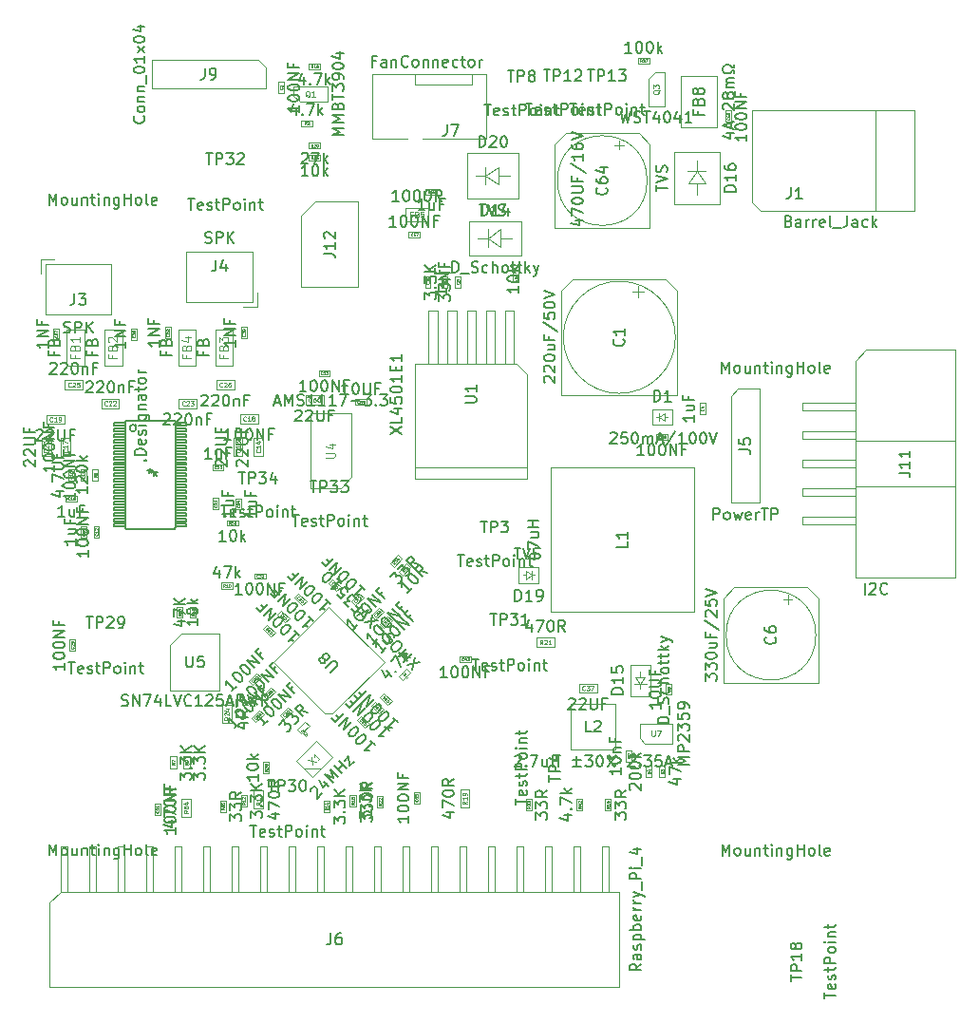
<source format=gbr>
G04 #@! TF.GenerationSoftware,KiCad,Pcbnew,(6.0.7)*
G04 #@! TF.CreationDate,2022-07-29T08:46:12-07:00*
G04 #@! TF.ProjectId,SJ-201-R10,534a2d32-3031-42d5-9231-302e6b696361,rev?*
G04 #@! TF.SameCoordinates,Original*
G04 #@! TF.FileFunction,AssemblyDrawing,Top*
%FSLAX46Y46*%
G04 Gerber Fmt 4.6, Leading zero omitted, Abs format (unit mm)*
G04 Created by KiCad (PCBNEW (6.0.7)) date 2022-07-29 08:46:12*
%MOMM*%
%LPD*%
G01*
G04 APERTURE LIST*
%ADD10C,0.150000*%
%ADD11C,0.040000*%
%ADD12C,0.075000*%
%ADD13C,0.060000*%
%ADD14C,0.090000*%
%ADD15C,0.080000*%
%ADD16C,0.120000*%
%ADD17C,0.100000*%
%ADD18C,0.152400*%
G04 APERTURE END LIST*
D10*
G04 #@! TO.C,J7*
X31346190Y-784571D02*
X31012857Y-784571D01*
X31012857Y-1308380D02*
X31012857Y-308380D01*
X31489047Y-308380D01*
X32298571Y-1308380D02*
X32298571Y-784571D01*
X32250952Y-689333D01*
X32155714Y-641714D01*
X31965238Y-641714D01*
X31870000Y-689333D01*
X32298571Y-1260761D02*
X32203333Y-1308380D01*
X31965238Y-1308380D01*
X31870000Y-1260761D01*
X31822380Y-1165523D01*
X31822380Y-1070285D01*
X31870000Y-975047D01*
X31965238Y-927428D01*
X32203333Y-927428D01*
X32298571Y-879809D01*
X32774761Y-641714D02*
X32774761Y-1308380D01*
X32774761Y-736952D02*
X32822380Y-689333D01*
X32917619Y-641714D01*
X33060476Y-641714D01*
X33155714Y-689333D01*
X33203333Y-784571D01*
X33203333Y-1308380D01*
X34250952Y-1213142D02*
X34203333Y-1260761D01*
X34060476Y-1308380D01*
X33965238Y-1308380D01*
X33822380Y-1260761D01*
X33727142Y-1165523D01*
X33679523Y-1070285D01*
X33631904Y-879809D01*
X33631904Y-736952D01*
X33679523Y-546476D01*
X33727142Y-451238D01*
X33822380Y-356000D01*
X33965238Y-308380D01*
X34060476Y-308380D01*
X34203333Y-356000D01*
X34250952Y-403619D01*
X34822380Y-1308380D02*
X34727142Y-1260761D01*
X34679523Y-1213142D01*
X34631904Y-1117904D01*
X34631904Y-832190D01*
X34679523Y-736952D01*
X34727142Y-689333D01*
X34822380Y-641714D01*
X34965238Y-641714D01*
X35060476Y-689333D01*
X35108095Y-736952D01*
X35155714Y-832190D01*
X35155714Y-1117904D01*
X35108095Y-1213142D01*
X35060476Y-1260761D01*
X34965238Y-1308380D01*
X34822380Y-1308380D01*
X35584285Y-641714D02*
X35584285Y-1308380D01*
X35584285Y-736952D02*
X35631904Y-689333D01*
X35727142Y-641714D01*
X35870000Y-641714D01*
X35965238Y-689333D01*
X36012857Y-784571D01*
X36012857Y-1308380D01*
X36489047Y-641714D02*
X36489047Y-1308380D01*
X36489047Y-736952D02*
X36536666Y-689333D01*
X36631904Y-641714D01*
X36774761Y-641714D01*
X36870000Y-689333D01*
X36917619Y-784571D01*
X36917619Y-1308380D01*
X37774761Y-1260761D02*
X37679523Y-1308380D01*
X37489047Y-1308380D01*
X37393809Y-1260761D01*
X37346190Y-1165523D01*
X37346190Y-784571D01*
X37393809Y-689333D01*
X37489047Y-641714D01*
X37679523Y-641714D01*
X37774761Y-689333D01*
X37822380Y-784571D01*
X37822380Y-879809D01*
X37346190Y-975047D01*
X38679523Y-1260761D02*
X38584285Y-1308380D01*
X38393809Y-1308380D01*
X38298571Y-1260761D01*
X38250952Y-1213142D01*
X38203333Y-1117904D01*
X38203333Y-832190D01*
X38250952Y-736952D01*
X38298571Y-689333D01*
X38393809Y-641714D01*
X38584285Y-641714D01*
X38679523Y-689333D01*
X38965238Y-641714D02*
X39346190Y-641714D01*
X39108095Y-308380D02*
X39108095Y-1165523D01*
X39155714Y-1260761D01*
X39250952Y-1308380D01*
X39346190Y-1308380D01*
X39822380Y-1308380D02*
X39727142Y-1260761D01*
X39679523Y-1213142D01*
X39631904Y-1117904D01*
X39631904Y-832190D01*
X39679523Y-736952D01*
X39727142Y-689333D01*
X39822380Y-641714D01*
X39965238Y-641714D01*
X40060476Y-689333D01*
X40108095Y-736952D01*
X40155714Y-832190D01*
X40155714Y-1117904D01*
X40108095Y-1213142D01*
X40060476Y-1260761D01*
X39965238Y-1308380D01*
X39822380Y-1308380D01*
X40584285Y-1308380D02*
X40584285Y-641714D01*
X40584285Y-832190D02*
X40631904Y-736952D01*
X40679523Y-689333D01*
X40774761Y-641714D01*
X40870000Y-641714D01*
X37736666Y-6408380D02*
X37736666Y-7122666D01*
X37689047Y-7265523D01*
X37593809Y-7360761D01*
X37450952Y-7408380D01*
X37355714Y-7408380D01*
X38117619Y-6408380D02*
X38784285Y-6408380D01*
X38355714Y-7408380D01*
G04 #@! TO.C,R16*
X52692380Y-68365523D02*
X52692380Y-67746476D01*
X53073333Y-68079809D01*
X53073333Y-67936952D01*
X53120952Y-67841714D01*
X53168571Y-67794095D01*
X53263809Y-67746476D01*
X53501904Y-67746476D01*
X53597142Y-67794095D01*
X53644761Y-67841714D01*
X53692380Y-67936952D01*
X53692380Y-68222666D01*
X53644761Y-68317904D01*
X53597142Y-68365523D01*
X52692380Y-67413142D02*
X52692380Y-66794095D01*
X53073333Y-67127428D01*
X53073333Y-66984571D01*
X53120952Y-66889333D01*
X53168571Y-66841714D01*
X53263809Y-66794095D01*
X53501904Y-66794095D01*
X53597142Y-66841714D01*
X53644761Y-66889333D01*
X53692380Y-66984571D01*
X53692380Y-67270285D01*
X53644761Y-67365523D01*
X53597142Y-67413142D01*
X53692380Y-65794095D02*
X53216190Y-66127428D01*
X53692380Y-66365523D02*
X52692380Y-66365523D01*
X52692380Y-65984571D01*
X52740000Y-65889333D01*
X52787619Y-65841714D01*
X52882857Y-65794095D01*
X53025714Y-65794095D01*
X53120952Y-65841714D01*
X53168571Y-65889333D01*
X53216190Y-65984571D01*
X53216190Y-66365523D01*
D11*
X52183095Y-67216714D02*
X52064047Y-67300047D01*
X52183095Y-67359571D02*
X51933095Y-67359571D01*
X51933095Y-67264333D01*
X51945000Y-67240523D01*
X51956904Y-67228619D01*
X51980714Y-67216714D01*
X52016428Y-67216714D01*
X52040238Y-67228619D01*
X52052142Y-67240523D01*
X52064047Y-67264333D01*
X52064047Y-67359571D01*
X52183095Y-66978619D02*
X52183095Y-67121476D01*
X52183095Y-67050047D02*
X51933095Y-67050047D01*
X51968809Y-67073857D01*
X51992619Y-67097666D01*
X52004523Y-67121476D01*
X51933095Y-66764333D02*
X51933095Y-66811952D01*
X51945000Y-66835761D01*
X51956904Y-66847666D01*
X51992619Y-66871476D01*
X52040238Y-66883380D01*
X52135476Y-66883380D01*
X52159285Y-66871476D01*
X52171190Y-66859571D01*
X52183095Y-66835761D01*
X52183095Y-66788142D01*
X52171190Y-66764333D01*
X52159285Y-66752428D01*
X52135476Y-66740523D01*
X52075952Y-66740523D01*
X52052142Y-66752428D01*
X52040238Y-66764333D01*
X52028333Y-66788142D01*
X52028333Y-66835761D01*
X52040238Y-66859571D01*
X52052142Y-66871476D01*
X52075952Y-66883380D01*
D10*
G04 #@! TO.C,R33*
X45643880Y-68365523D02*
X45643880Y-67746476D01*
X46024833Y-68079809D01*
X46024833Y-67936952D01*
X46072452Y-67841714D01*
X46120071Y-67794095D01*
X46215309Y-67746476D01*
X46453404Y-67746476D01*
X46548642Y-67794095D01*
X46596261Y-67841714D01*
X46643880Y-67936952D01*
X46643880Y-68222666D01*
X46596261Y-68317904D01*
X46548642Y-68365523D01*
X45643880Y-67413142D02*
X45643880Y-66794095D01*
X46024833Y-67127428D01*
X46024833Y-66984571D01*
X46072452Y-66889333D01*
X46120071Y-66841714D01*
X46215309Y-66794095D01*
X46453404Y-66794095D01*
X46548642Y-66841714D01*
X46596261Y-66889333D01*
X46643880Y-66984571D01*
X46643880Y-67270285D01*
X46596261Y-67365523D01*
X46548642Y-67413142D01*
X46643880Y-65794095D02*
X46167690Y-66127428D01*
X46643880Y-66365523D02*
X45643880Y-66365523D01*
X45643880Y-65984571D01*
X45691500Y-65889333D01*
X45739119Y-65841714D01*
X45834357Y-65794095D01*
X45977214Y-65794095D01*
X46072452Y-65841714D01*
X46120071Y-65889333D01*
X46167690Y-65984571D01*
X46167690Y-66365523D01*
D11*
X45134595Y-67216714D02*
X45015547Y-67300047D01*
X45134595Y-67359571D02*
X44884595Y-67359571D01*
X44884595Y-67264333D01*
X44896500Y-67240523D01*
X44908404Y-67228619D01*
X44932214Y-67216714D01*
X44967928Y-67216714D01*
X44991738Y-67228619D01*
X45003642Y-67240523D01*
X45015547Y-67264333D01*
X45015547Y-67359571D01*
X44884595Y-67133380D02*
X44884595Y-66978619D01*
X44979833Y-67061952D01*
X44979833Y-67026238D01*
X44991738Y-67002428D01*
X45003642Y-66990523D01*
X45027452Y-66978619D01*
X45086976Y-66978619D01*
X45110785Y-66990523D01*
X45122690Y-67002428D01*
X45134595Y-67026238D01*
X45134595Y-67097666D01*
X45122690Y-67121476D01*
X45110785Y-67133380D01*
X44884595Y-66895285D02*
X44884595Y-66740523D01*
X44979833Y-66823857D01*
X44979833Y-66788142D01*
X44991738Y-66764333D01*
X45003642Y-66752428D01*
X45027452Y-66740523D01*
X45086976Y-66740523D01*
X45110785Y-66752428D01*
X45122690Y-66764333D01*
X45134595Y-66788142D01*
X45134595Y-66859571D01*
X45122690Y-66883380D01*
X45110785Y-66895285D01*
D10*
G04 #@! TO.C,R20*
X24741333Y-9024459D02*
X24788952Y-8976840D01*
X24884190Y-8929220D01*
X25122285Y-8929220D01*
X25217523Y-8976840D01*
X25265142Y-9024459D01*
X25312761Y-9119697D01*
X25312761Y-9214935D01*
X25265142Y-9357792D01*
X24693714Y-9929220D01*
X25312761Y-9929220D01*
X25646095Y-8929220D02*
X26312761Y-8929220D01*
X25884190Y-9929220D01*
X26693714Y-9929220D02*
X26693714Y-8929220D01*
X26788952Y-9548268D02*
X27074666Y-9929220D01*
X27074666Y-9262554D02*
X26693714Y-9643506D01*
D11*
X25747285Y-8419935D02*
X25663952Y-8300887D01*
X25604428Y-8419935D02*
X25604428Y-8169935D01*
X25699666Y-8169935D01*
X25723476Y-8181840D01*
X25735380Y-8193744D01*
X25747285Y-8217554D01*
X25747285Y-8253268D01*
X25735380Y-8277078D01*
X25723476Y-8288982D01*
X25699666Y-8300887D01*
X25604428Y-8300887D01*
X25842523Y-8193744D02*
X25854428Y-8181840D01*
X25878238Y-8169935D01*
X25937761Y-8169935D01*
X25961571Y-8181840D01*
X25973476Y-8193744D01*
X25985380Y-8217554D01*
X25985380Y-8241363D01*
X25973476Y-8277078D01*
X25830619Y-8419935D01*
X25985380Y-8419935D01*
X26140142Y-8169935D02*
X26163952Y-8169935D01*
X26187761Y-8181840D01*
X26199666Y-8193744D01*
X26211571Y-8217554D01*
X26223476Y-8265173D01*
X26223476Y-8324697D01*
X26211571Y-8372316D01*
X26199666Y-8396125D01*
X26187761Y-8408030D01*
X26163952Y-8419935D01*
X26140142Y-8419935D01*
X26116333Y-8408030D01*
X26104428Y-8396125D01*
X26092523Y-8372316D01*
X26080619Y-8324697D01*
X26080619Y-8265173D01*
X26092523Y-8217554D01*
X26104428Y-8193744D01*
X26116333Y-8181840D01*
X26140142Y-8169935D01*
D10*
G04 #@! TO.C,TP4*
X43825580Y-67087333D02*
X43825580Y-66515904D01*
X44825580Y-66801619D02*
X43825580Y-66801619D01*
X44777961Y-65801619D02*
X44825580Y-65896857D01*
X44825580Y-66087333D01*
X44777961Y-66182571D01*
X44682723Y-66230190D01*
X44301771Y-66230190D01*
X44206533Y-66182571D01*
X44158914Y-66087333D01*
X44158914Y-65896857D01*
X44206533Y-65801619D01*
X44301771Y-65754000D01*
X44397009Y-65754000D01*
X44492247Y-66230190D01*
X44777961Y-65373047D02*
X44825580Y-65277809D01*
X44825580Y-65087333D01*
X44777961Y-64992095D01*
X44682723Y-64944476D01*
X44635104Y-64944476D01*
X44539866Y-64992095D01*
X44492247Y-65087333D01*
X44492247Y-65230190D01*
X44444628Y-65325428D01*
X44349390Y-65373047D01*
X44301771Y-65373047D01*
X44206533Y-65325428D01*
X44158914Y-65230190D01*
X44158914Y-65087333D01*
X44206533Y-64992095D01*
X44158914Y-64658761D02*
X44158914Y-64277809D01*
X43825580Y-64515904D02*
X44682723Y-64515904D01*
X44777961Y-64468285D01*
X44825580Y-64373047D01*
X44825580Y-64277809D01*
X44825580Y-63944476D02*
X43825580Y-63944476D01*
X43825580Y-63563523D01*
X43873200Y-63468285D01*
X43920819Y-63420666D01*
X44016057Y-63373047D01*
X44158914Y-63373047D01*
X44254152Y-63420666D01*
X44301771Y-63468285D01*
X44349390Y-63563523D01*
X44349390Y-63944476D01*
X44825580Y-62801619D02*
X44777961Y-62896857D01*
X44730342Y-62944476D01*
X44635104Y-62992095D01*
X44349390Y-62992095D01*
X44254152Y-62944476D01*
X44206533Y-62896857D01*
X44158914Y-62801619D01*
X44158914Y-62658761D01*
X44206533Y-62563523D01*
X44254152Y-62515904D01*
X44349390Y-62468285D01*
X44635104Y-62468285D01*
X44730342Y-62515904D01*
X44777961Y-62563523D01*
X44825580Y-62658761D01*
X44825580Y-62801619D01*
X44825580Y-62039714D02*
X44158914Y-62039714D01*
X43825580Y-62039714D02*
X43873200Y-62087333D01*
X43920819Y-62039714D01*
X43873200Y-61992095D01*
X43825580Y-62039714D01*
X43920819Y-62039714D01*
X44158914Y-61563523D02*
X44825580Y-61563523D01*
X44254152Y-61563523D02*
X44206533Y-61515904D01*
X44158914Y-61420666D01*
X44158914Y-61277809D01*
X44206533Y-61182571D01*
X44301771Y-61134952D01*
X44825580Y-61134952D01*
X44158914Y-60801619D02*
X44158914Y-60420666D01*
X43825580Y-60658761D02*
X44682723Y-60658761D01*
X44777961Y-60611142D01*
X44825580Y-60515904D01*
X44825580Y-60420666D01*
X46825580Y-65015904D02*
X46825580Y-64444476D01*
X47825580Y-64730190D02*
X46825580Y-64730190D01*
X47825580Y-64111142D02*
X46825580Y-64111142D01*
X46825580Y-63730190D01*
X46873200Y-63634952D01*
X46920819Y-63587333D01*
X47016057Y-63539714D01*
X47158914Y-63539714D01*
X47254152Y-63587333D01*
X47301771Y-63634952D01*
X47349390Y-63730190D01*
X47349390Y-64111142D01*
X47158914Y-62682571D02*
X47825580Y-62682571D01*
X46777961Y-62920666D02*
X47492247Y-63158761D01*
X47492247Y-62539714D01*
G04 #@! TO.C,R25*
X25312761Y-11020380D02*
X24741333Y-11020380D01*
X25027047Y-11020380D02*
X25027047Y-10020380D01*
X24931809Y-10163238D01*
X24836571Y-10258476D01*
X24741333Y-10306095D01*
X25931809Y-10020380D02*
X26027047Y-10020380D01*
X26122285Y-10068000D01*
X26169904Y-10115619D01*
X26217523Y-10210857D01*
X26265142Y-10401333D01*
X26265142Y-10639428D01*
X26217523Y-10829904D01*
X26169904Y-10925142D01*
X26122285Y-10972761D01*
X26027047Y-11020380D01*
X25931809Y-11020380D01*
X25836571Y-10972761D01*
X25788952Y-10925142D01*
X25741333Y-10829904D01*
X25693714Y-10639428D01*
X25693714Y-10401333D01*
X25741333Y-10210857D01*
X25788952Y-10115619D01*
X25836571Y-10068000D01*
X25931809Y-10020380D01*
X26693714Y-11020380D02*
X26693714Y-10020380D01*
X26788952Y-10639428D02*
X27074666Y-11020380D01*
X27074666Y-10353714D02*
X26693714Y-10734666D01*
D11*
X25747285Y-9511095D02*
X25663952Y-9392047D01*
X25604428Y-9511095D02*
X25604428Y-9261095D01*
X25699666Y-9261095D01*
X25723476Y-9273000D01*
X25735380Y-9284904D01*
X25747285Y-9308714D01*
X25747285Y-9344428D01*
X25735380Y-9368238D01*
X25723476Y-9380142D01*
X25699666Y-9392047D01*
X25604428Y-9392047D01*
X25842523Y-9284904D02*
X25854428Y-9273000D01*
X25878238Y-9261095D01*
X25937761Y-9261095D01*
X25961571Y-9273000D01*
X25973476Y-9284904D01*
X25985380Y-9308714D01*
X25985380Y-9332523D01*
X25973476Y-9368238D01*
X25830619Y-9511095D01*
X25985380Y-9511095D01*
X26211571Y-9261095D02*
X26092523Y-9261095D01*
X26080619Y-9380142D01*
X26092523Y-9368238D01*
X26116333Y-9356333D01*
X26175857Y-9356333D01*
X26199666Y-9368238D01*
X26211571Y-9380142D01*
X26223476Y-9403952D01*
X26223476Y-9463476D01*
X26211571Y-9487285D01*
X26199666Y-9499190D01*
X26175857Y-9511095D01*
X26116333Y-9511095D01*
X26092523Y-9499190D01*
X26080619Y-9487285D01*
D10*
G04 #@! TO.C,Q3*
X53197523Y-5254380D02*
X53435619Y-6254380D01*
X53626095Y-5540095D01*
X53816571Y-6254380D01*
X54054666Y-5254380D01*
X54388000Y-6206761D02*
X54530857Y-6254380D01*
X54768952Y-6254380D01*
X54864190Y-6206761D01*
X54911809Y-6159142D01*
X54959428Y-6063904D01*
X54959428Y-5968666D01*
X54911809Y-5873428D01*
X54864190Y-5825809D01*
X54768952Y-5778190D01*
X54578476Y-5730571D01*
X54483238Y-5682952D01*
X54435619Y-5635333D01*
X54388000Y-5540095D01*
X54388000Y-5444857D01*
X54435619Y-5349619D01*
X54483238Y-5302000D01*
X54578476Y-5254380D01*
X54816571Y-5254380D01*
X54959428Y-5302000D01*
X55245142Y-5254380D02*
X55816571Y-5254380D01*
X55530857Y-6254380D02*
X55530857Y-5254380D01*
X56578476Y-5587714D02*
X56578476Y-6254380D01*
X56340380Y-5206761D02*
X56102285Y-5921047D01*
X56721333Y-5921047D01*
X57292761Y-5254380D02*
X57388000Y-5254380D01*
X57483238Y-5302000D01*
X57530857Y-5349619D01*
X57578476Y-5444857D01*
X57626095Y-5635333D01*
X57626095Y-5873428D01*
X57578476Y-6063904D01*
X57530857Y-6159142D01*
X57483238Y-6206761D01*
X57388000Y-6254380D01*
X57292761Y-6254380D01*
X57197523Y-6206761D01*
X57149904Y-6159142D01*
X57102285Y-6063904D01*
X57054666Y-5873428D01*
X57054666Y-5635333D01*
X57102285Y-5444857D01*
X57149904Y-5349619D01*
X57197523Y-5302000D01*
X57292761Y-5254380D01*
X58483238Y-5587714D02*
X58483238Y-6254380D01*
X58245142Y-5206761D02*
X58007047Y-5921047D01*
X58626095Y-5921047D01*
X59530857Y-6254380D02*
X58959428Y-6254380D01*
X59245142Y-6254380D02*
X59245142Y-5254380D01*
X59149904Y-5397238D01*
X59054666Y-5492476D01*
X58959428Y-5540095D01*
D12*
X56661809Y-3349619D02*
X56638000Y-3397238D01*
X56590380Y-3444857D01*
X56518952Y-3516285D01*
X56495142Y-3563904D01*
X56495142Y-3611523D01*
X56614190Y-3587714D02*
X56590380Y-3635333D01*
X56542761Y-3682952D01*
X56447523Y-3706761D01*
X56280857Y-3706761D01*
X56185619Y-3682952D01*
X56138000Y-3635333D01*
X56114190Y-3587714D01*
X56114190Y-3492476D01*
X56138000Y-3444857D01*
X56185619Y-3397238D01*
X56280857Y-3373428D01*
X56447523Y-3373428D01*
X56542761Y-3397238D01*
X56590380Y-3444857D01*
X56614190Y-3492476D01*
X56614190Y-3587714D01*
X56114190Y-3206761D02*
X56114190Y-2897238D01*
X56304666Y-3063904D01*
X56304666Y-2992476D01*
X56328476Y-2944857D01*
X56352285Y-2921047D01*
X56399904Y-2897238D01*
X56518952Y-2897238D01*
X56566571Y-2921047D01*
X56590380Y-2944857D01*
X56614190Y-2992476D01*
X56614190Y-3135333D01*
X56590380Y-3182952D01*
X56566571Y-3206761D01*
D10*
G04 #@! TO.C,R22*
X30032380Y-68587714D02*
X30032380Y-67968666D01*
X30413333Y-68302000D01*
X30413333Y-68159142D01*
X30460952Y-68063904D01*
X30508571Y-68016285D01*
X30603809Y-67968666D01*
X30841904Y-67968666D01*
X30937142Y-68016285D01*
X30984761Y-68063904D01*
X31032380Y-68159142D01*
X31032380Y-68444857D01*
X30984761Y-68540095D01*
X30937142Y-68587714D01*
X30032380Y-67635333D02*
X30032380Y-67016285D01*
X30413333Y-67349619D01*
X30413333Y-67206761D01*
X30460952Y-67111523D01*
X30508571Y-67063904D01*
X30603809Y-67016285D01*
X30841904Y-67016285D01*
X30937142Y-67063904D01*
X30984761Y-67111523D01*
X31032380Y-67206761D01*
X31032380Y-67492476D01*
X30984761Y-67587714D01*
X30937142Y-67635333D01*
X30032380Y-66397238D02*
X30032380Y-66302000D01*
X30080000Y-66206761D01*
X30127619Y-66159142D01*
X30222857Y-66111523D01*
X30413333Y-66063904D01*
X30651428Y-66063904D01*
X30841904Y-66111523D01*
X30937142Y-66159142D01*
X30984761Y-66206761D01*
X31032380Y-66302000D01*
X31032380Y-66397238D01*
X30984761Y-66492476D01*
X30937142Y-66540095D01*
X30841904Y-66587714D01*
X30651428Y-66635333D01*
X30413333Y-66635333D01*
X30222857Y-66587714D01*
X30127619Y-66540095D01*
X30080000Y-66492476D01*
X30032380Y-66397238D01*
X31032380Y-65063904D02*
X30556190Y-65397238D01*
X31032380Y-65635333D02*
X30032380Y-65635333D01*
X30032380Y-65254380D01*
X30080000Y-65159142D01*
X30127619Y-65111523D01*
X30222857Y-65063904D01*
X30365714Y-65063904D01*
X30460952Y-65111523D01*
X30508571Y-65159142D01*
X30556190Y-65254380D01*
X30556190Y-65635333D01*
D11*
X31863095Y-66962714D02*
X31744047Y-67046047D01*
X31863095Y-67105571D02*
X31613095Y-67105571D01*
X31613095Y-67010333D01*
X31625000Y-66986523D01*
X31636904Y-66974619D01*
X31660714Y-66962714D01*
X31696428Y-66962714D01*
X31720238Y-66974619D01*
X31732142Y-66986523D01*
X31744047Y-67010333D01*
X31744047Y-67105571D01*
X31636904Y-66867476D02*
X31625000Y-66855571D01*
X31613095Y-66831761D01*
X31613095Y-66772238D01*
X31625000Y-66748428D01*
X31636904Y-66736523D01*
X31660714Y-66724619D01*
X31684523Y-66724619D01*
X31720238Y-66736523D01*
X31863095Y-66879380D01*
X31863095Y-66724619D01*
X31636904Y-66629380D02*
X31625000Y-66617476D01*
X31613095Y-66593666D01*
X31613095Y-66534142D01*
X31625000Y-66510333D01*
X31636904Y-66498428D01*
X31660714Y-66486523D01*
X31684523Y-66486523D01*
X31720238Y-66498428D01*
X31863095Y-66641285D01*
X31863095Y-66486523D01*
D10*
G04 #@! TO.C,L1*
X45225714Y-44695904D02*
X45892380Y-44695904D01*
X44844761Y-44934000D02*
X45559047Y-45172095D01*
X45559047Y-44553047D01*
X44892380Y-44267333D02*
X44892380Y-43600666D01*
X45892380Y-44029238D01*
X45225714Y-42791142D02*
X45892380Y-42791142D01*
X45225714Y-43219714D02*
X45749523Y-43219714D01*
X45844761Y-43172095D01*
X45892380Y-43076857D01*
X45892380Y-42934000D01*
X45844761Y-42838761D01*
X45797142Y-42791142D01*
X45892380Y-42314952D02*
X44892380Y-42314952D01*
X45368571Y-42314952D02*
X45368571Y-41743523D01*
X45892380Y-41743523D02*
X44892380Y-41743523D01*
X53792380Y-43600666D02*
X53792380Y-44076857D01*
X52792380Y-44076857D01*
X53792380Y-42743523D02*
X53792380Y-43314952D01*
X53792380Y-43029238D02*
X52792380Y-43029238D01*
X52935238Y-43124476D01*
X53030476Y-43219714D01*
X53078095Y-43314952D01*
G04 #@! TO.C,R42*
X48145714Y-67984571D02*
X48812380Y-67984571D01*
X47764761Y-68222666D02*
X48479047Y-68460761D01*
X48479047Y-67841714D01*
X48717142Y-67460761D02*
X48764761Y-67413142D01*
X48812380Y-67460761D01*
X48764761Y-67508380D01*
X48717142Y-67460761D01*
X48812380Y-67460761D01*
X47812380Y-67079809D02*
X47812380Y-66413142D01*
X48812380Y-66841714D01*
X48812380Y-66032190D02*
X47812380Y-66032190D01*
X48431428Y-65936952D02*
X48812380Y-65651238D01*
X48145714Y-65651238D02*
X48526666Y-66032190D01*
D11*
X49643095Y-67216714D02*
X49524047Y-67300047D01*
X49643095Y-67359571D02*
X49393095Y-67359571D01*
X49393095Y-67264333D01*
X49405000Y-67240523D01*
X49416904Y-67228619D01*
X49440714Y-67216714D01*
X49476428Y-67216714D01*
X49500238Y-67228619D01*
X49512142Y-67240523D01*
X49524047Y-67264333D01*
X49524047Y-67359571D01*
X49476428Y-67002428D02*
X49643095Y-67002428D01*
X49381190Y-67061952D02*
X49559761Y-67121476D01*
X49559761Y-66966714D01*
X49416904Y-66883380D02*
X49405000Y-66871476D01*
X49393095Y-66847666D01*
X49393095Y-66788142D01*
X49405000Y-66764333D01*
X49416904Y-66752428D01*
X49440714Y-66740523D01*
X49464523Y-66740523D01*
X49500238Y-66752428D01*
X49643095Y-66895285D01*
X49643095Y-66740523D01*
D10*
G04 #@! TO.C,J5*
X61455657Y-41654380D02*
X61455657Y-40654380D01*
X61836609Y-40654380D01*
X61931847Y-40702000D01*
X61979466Y-40749619D01*
X62027085Y-40844857D01*
X62027085Y-40987714D01*
X61979466Y-41082952D01*
X61931847Y-41130571D01*
X61836609Y-41178190D01*
X61455657Y-41178190D01*
X62598514Y-41654380D02*
X62503276Y-41606761D01*
X62455657Y-41559142D01*
X62408038Y-41463904D01*
X62408038Y-41178190D01*
X62455657Y-41082952D01*
X62503276Y-41035333D01*
X62598514Y-40987714D01*
X62741371Y-40987714D01*
X62836609Y-41035333D01*
X62884228Y-41082952D01*
X62931847Y-41178190D01*
X62931847Y-41463904D01*
X62884228Y-41559142D01*
X62836609Y-41606761D01*
X62741371Y-41654380D01*
X62598514Y-41654380D01*
X63265180Y-40987714D02*
X63455657Y-41654380D01*
X63646133Y-41178190D01*
X63836609Y-41654380D01*
X64027085Y-40987714D01*
X64788990Y-41606761D02*
X64693752Y-41654380D01*
X64503276Y-41654380D01*
X64408038Y-41606761D01*
X64360419Y-41511523D01*
X64360419Y-41130571D01*
X64408038Y-41035333D01*
X64503276Y-40987714D01*
X64693752Y-40987714D01*
X64788990Y-41035333D01*
X64836609Y-41130571D01*
X64836609Y-41225809D01*
X64360419Y-41321047D01*
X65265180Y-41654380D02*
X65265180Y-40987714D01*
X65265180Y-41178190D02*
X65312800Y-41082952D01*
X65360419Y-41035333D01*
X65455657Y-40987714D01*
X65550895Y-40987714D01*
X65741371Y-40654380D02*
X66312800Y-40654380D01*
X66027085Y-41654380D02*
X66027085Y-40654380D01*
X66646133Y-41654380D02*
X66646133Y-40654380D01*
X67027085Y-40654380D01*
X67122323Y-40702000D01*
X67169942Y-40749619D01*
X67217561Y-40844857D01*
X67217561Y-40987714D01*
X67169942Y-41082952D01*
X67122323Y-41130571D01*
X67027085Y-41178190D01*
X66646133Y-41178190D01*
X63765180Y-35395333D02*
X64479466Y-35395333D01*
X64622323Y-35442952D01*
X64717561Y-35538190D01*
X64765180Y-35681047D01*
X64765180Y-35776285D01*
X63765180Y-34442952D02*
X63765180Y-34919142D01*
X64241371Y-34966761D01*
X64193752Y-34919142D01*
X64146133Y-34823904D01*
X64146133Y-34585809D01*
X64193752Y-34490571D01*
X64241371Y-34442952D01*
X64336609Y-34395333D01*
X64574704Y-34395333D01*
X64669942Y-34442952D01*
X64717561Y-34490571D01*
X64765180Y-34585809D01*
X64765180Y-34823904D01*
X64717561Y-34919142D01*
X64669942Y-34966761D01*
G04 #@! TO.C,J1*
X68171904Y-15054571D02*
X68314761Y-15102190D01*
X68362380Y-15149809D01*
X68410000Y-15245047D01*
X68410000Y-15387904D01*
X68362380Y-15483142D01*
X68314761Y-15530761D01*
X68219523Y-15578380D01*
X67838571Y-15578380D01*
X67838571Y-14578380D01*
X68171904Y-14578380D01*
X68267142Y-14626000D01*
X68314761Y-14673619D01*
X68362380Y-14768857D01*
X68362380Y-14864095D01*
X68314761Y-14959333D01*
X68267142Y-15006952D01*
X68171904Y-15054571D01*
X67838571Y-15054571D01*
X69267142Y-15578380D02*
X69267142Y-15054571D01*
X69219523Y-14959333D01*
X69124285Y-14911714D01*
X68933809Y-14911714D01*
X68838571Y-14959333D01*
X69267142Y-15530761D02*
X69171904Y-15578380D01*
X68933809Y-15578380D01*
X68838571Y-15530761D01*
X68790952Y-15435523D01*
X68790952Y-15340285D01*
X68838571Y-15245047D01*
X68933809Y-15197428D01*
X69171904Y-15197428D01*
X69267142Y-15149809D01*
X69743333Y-15578380D02*
X69743333Y-14911714D01*
X69743333Y-15102190D02*
X69790952Y-15006952D01*
X69838571Y-14959333D01*
X69933809Y-14911714D01*
X70029047Y-14911714D01*
X70362380Y-15578380D02*
X70362380Y-14911714D01*
X70362380Y-15102190D02*
X70410000Y-15006952D01*
X70457619Y-14959333D01*
X70552857Y-14911714D01*
X70648095Y-14911714D01*
X71362380Y-15530761D02*
X71267142Y-15578380D01*
X71076666Y-15578380D01*
X70981428Y-15530761D01*
X70933809Y-15435523D01*
X70933809Y-15054571D01*
X70981428Y-14959333D01*
X71076666Y-14911714D01*
X71267142Y-14911714D01*
X71362380Y-14959333D01*
X71410000Y-15054571D01*
X71410000Y-15149809D01*
X70933809Y-15245047D01*
X71981428Y-15578380D02*
X71886190Y-15530761D01*
X71838571Y-15435523D01*
X71838571Y-14578380D01*
X72124285Y-15673619D02*
X72886190Y-15673619D01*
X73410000Y-14578380D02*
X73410000Y-15292666D01*
X73362380Y-15435523D01*
X73267142Y-15530761D01*
X73124285Y-15578380D01*
X73029047Y-15578380D01*
X74314761Y-15578380D02*
X74314761Y-15054571D01*
X74267142Y-14959333D01*
X74171904Y-14911714D01*
X73981428Y-14911714D01*
X73886190Y-14959333D01*
X74314761Y-15530761D02*
X74219523Y-15578380D01*
X73981428Y-15578380D01*
X73886190Y-15530761D01*
X73838571Y-15435523D01*
X73838571Y-15340285D01*
X73886190Y-15245047D01*
X73981428Y-15197428D01*
X74219523Y-15197428D01*
X74314761Y-15149809D01*
X75219523Y-15530761D02*
X75124285Y-15578380D01*
X74933809Y-15578380D01*
X74838571Y-15530761D01*
X74790952Y-15483142D01*
X74743333Y-15387904D01*
X74743333Y-15102190D01*
X74790952Y-15006952D01*
X74838571Y-14959333D01*
X74933809Y-14911714D01*
X75124285Y-14911714D01*
X75219523Y-14959333D01*
X75648095Y-15578380D02*
X75648095Y-14578380D01*
X75743333Y-15197428D02*
X76029047Y-15578380D01*
X76029047Y-14911714D02*
X75648095Y-15292666D01*
X68376666Y-12028380D02*
X68376666Y-12742666D01*
X68329047Y-12885523D01*
X68233809Y-12980761D01*
X68090952Y-13028380D01*
X67995714Y-13028380D01*
X69376666Y-13028380D02*
X68805238Y-13028380D01*
X69090952Y-13028380D02*
X69090952Y-12028380D01*
X68995714Y-12171238D01*
X68900476Y-12266476D01*
X68805238Y-12314095D01*
G04 #@! TO.C,J3*
X3549685Y-24953361D02*
X3692542Y-25000980D01*
X3930638Y-25000980D01*
X4025876Y-24953361D01*
X4073495Y-24905742D01*
X4121114Y-24810504D01*
X4121114Y-24715266D01*
X4073495Y-24620028D01*
X4025876Y-24572409D01*
X3930638Y-24524790D01*
X3740161Y-24477171D01*
X3644923Y-24429552D01*
X3597304Y-24381933D01*
X3549685Y-24286695D01*
X3549685Y-24191457D01*
X3597304Y-24096219D01*
X3644923Y-24048600D01*
X3740161Y-24000980D01*
X3978257Y-24000980D01*
X4121114Y-24048600D01*
X4549685Y-25000980D02*
X4549685Y-24000980D01*
X4930638Y-24000980D01*
X5025876Y-24048600D01*
X5073495Y-24096219D01*
X5121114Y-24191457D01*
X5121114Y-24334314D01*
X5073495Y-24429552D01*
X5025876Y-24477171D01*
X4930638Y-24524790D01*
X4549685Y-24524790D01*
X5549685Y-25000980D02*
X5549685Y-24000980D01*
X6121114Y-25000980D02*
X5692542Y-24429552D01*
X6121114Y-24000980D02*
X5549685Y-24572409D01*
X4502066Y-21500980D02*
X4502066Y-22215266D01*
X4454447Y-22358123D01*
X4359209Y-22453361D01*
X4216352Y-22500980D01*
X4121114Y-22500980D01*
X4883019Y-21500980D02*
X5502066Y-21500980D01*
X5168733Y-21881933D01*
X5311590Y-21881933D01*
X5406828Y-21929552D01*
X5454447Y-21977171D01*
X5502066Y-22072409D01*
X5502066Y-22310504D01*
X5454447Y-22405742D01*
X5406828Y-22453361D01*
X5311590Y-22500980D01*
X5025876Y-22500980D01*
X4930638Y-22453361D01*
X4883019Y-22405742D01*
G04 #@! TO.C,J4*
X16148085Y-16961161D02*
X16290942Y-17008780D01*
X16529038Y-17008780D01*
X16624276Y-16961161D01*
X16671895Y-16913542D01*
X16719514Y-16818304D01*
X16719514Y-16723066D01*
X16671895Y-16627828D01*
X16624276Y-16580209D01*
X16529038Y-16532590D01*
X16338561Y-16484971D01*
X16243323Y-16437352D01*
X16195704Y-16389733D01*
X16148085Y-16294495D01*
X16148085Y-16199257D01*
X16195704Y-16104019D01*
X16243323Y-16056400D01*
X16338561Y-16008780D01*
X16576657Y-16008780D01*
X16719514Y-16056400D01*
X17148085Y-17008780D02*
X17148085Y-16008780D01*
X17529038Y-16008780D01*
X17624276Y-16056400D01*
X17671895Y-16104019D01*
X17719514Y-16199257D01*
X17719514Y-16342114D01*
X17671895Y-16437352D01*
X17624276Y-16484971D01*
X17529038Y-16532590D01*
X17148085Y-16532590D01*
X18148085Y-17008780D02*
X18148085Y-16008780D01*
X18719514Y-17008780D02*
X18290942Y-16437352D01*
X18719514Y-16008780D02*
X18148085Y-16580209D01*
X17100466Y-18508780D02*
X17100466Y-19223066D01*
X17052847Y-19365923D01*
X16957609Y-19461161D01*
X16814752Y-19508780D01*
X16719514Y-19508780D01*
X18005228Y-18842114D02*
X18005228Y-19508780D01*
X17767133Y-18461161D02*
X17529038Y-19175447D01*
X18148085Y-19175447D01*
G04 #@! TO.C,R38*
X20872380Y-64349238D02*
X20872380Y-64920666D01*
X20872380Y-64634952D02*
X19872380Y-64634952D01*
X20015238Y-64730190D01*
X20110476Y-64825428D01*
X20158095Y-64920666D01*
X19872380Y-63730190D02*
X19872380Y-63634952D01*
X19920000Y-63539714D01*
X19967619Y-63492095D01*
X20062857Y-63444476D01*
X20253333Y-63396857D01*
X20491428Y-63396857D01*
X20681904Y-63444476D01*
X20777142Y-63492095D01*
X20824761Y-63539714D01*
X20872380Y-63634952D01*
X20872380Y-63730190D01*
X20824761Y-63825428D01*
X20777142Y-63873047D01*
X20681904Y-63920666D01*
X20491428Y-63968285D01*
X20253333Y-63968285D01*
X20062857Y-63920666D01*
X19967619Y-63873047D01*
X19920000Y-63825428D01*
X19872380Y-63730190D01*
X20872380Y-62968285D02*
X19872380Y-62968285D01*
X20491428Y-62873047D02*
X20872380Y-62587333D01*
X20205714Y-62587333D02*
X20586666Y-62968285D01*
D11*
X21703095Y-63914714D02*
X21584047Y-63998047D01*
X21703095Y-64057571D02*
X21453095Y-64057571D01*
X21453095Y-63962333D01*
X21465000Y-63938523D01*
X21476904Y-63926619D01*
X21500714Y-63914714D01*
X21536428Y-63914714D01*
X21560238Y-63926619D01*
X21572142Y-63938523D01*
X21584047Y-63962333D01*
X21584047Y-64057571D01*
X21453095Y-63831380D02*
X21453095Y-63676619D01*
X21548333Y-63759952D01*
X21548333Y-63724238D01*
X21560238Y-63700428D01*
X21572142Y-63688523D01*
X21595952Y-63676619D01*
X21655476Y-63676619D01*
X21679285Y-63688523D01*
X21691190Y-63700428D01*
X21703095Y-63724238D01*
X21703095Y-63795666D01*
X21691190Y-63819476D01*
X21679285Y-63831380D01*
X21560238Y-63533761D02*
X21548333Y-63557571D01*
X21536428Y-63569476D01*
X21512619Y-63581380D01*
X21500714Y-63581380D01*
X21476904Y-63569476D01*
X21465000Y-63557571D01*
X21453095Y-63533761D01*
X21453095Y-63486142D01*
X21465000Y-63462333D01*
X21476904Y-63450428D01*
X21500714Y-63438523D01*
X21512619Y-63438523D01*
X21536428Y-63450428D01*
X21548333Y-63462333D01*
X21560238Y-63486142D01*
X21560238Y-63533761D01*
X21572142Y-63557571D01*
X21584047Y-63569476D01*
X21607857Y-63581380D01*
X21655476Y-63581380D01*
X21679285Y-63569476D01*
X21691190Y-63557571D01*
X21703095Y-63533761D01*
X21703095Y-63486142D01*
X21691190Y-63462333D01*
X21679285Y-63450428D01*
X21655476Y-63438523D01*
X21607857Y-63438523D01*
X21584047Y-63450428D01*
X21572142Y-63462333D01*
X21560238Y-63486142D01*
D10*
G04 #@! TO.C,L2*
X43766749Y-62757439D02*
X43814368Y-62709820D01*
X43909606Y-62662200D01*
X44147701Y-62662200D01*
X44242940Y-62709820D01*
X44290559Y-62757439D01*
X44338178Y-62852677D01*
X44338178Y-62947915D01*
X44290559Y-63090772D01*
X43719130Y-63662200D01*
X44338178Y-63662200D01*
X44766749Y-63566962D02*
X44814368Y-63614581D01*
X44766749Y-63662200D01*
X44719130Y-63614581D01*
X44766749Y-63566962D01*
X44766749Y-63662200D01*
X45147701Y-62662200D02*
X45814368Y-62662200D01*
X45385797Y-63662200D01*
X46623892Y-62995534D02*
X46623892Y-63662200D01*
X46195320Y-62995534D02*
X46195320Y-63519343D01*
X46242940Y-63614581D01*
X46338178Y-63662200D01*
X46481035Y-63662200D01*
X46576273Y-63614581D01*
X46623892Y-63566962D01*
X47100082Y-63662200D02*
X47100082Y-62662200D01*
X47100082Y-63138391D02*
X47671511Y-63138391D01*
X47671511Y-63662200D02*
X47671511Y-62662200D01*
X48909606Y-63090772D02*
X49671511Y-63090772D01*
X49290559Y-63471724D02*
X49290559Y-62709820D01*
X49671511Y-63662200D02*
X48909606Y-63662200D01*
X50052463Y-62662200D02*
X50671511Y-62662200D01*
X50338178Y-63043153D01*
X50481035Y-63043153D01*
X50576273Y-63090772D01*
X50623892Y-63138391D01*
X50671511Y-63233629D01*
X50671511Y-63471724D01*
X50623892Y-63566962D01*
X50576273Y-63614581D01*
X50481035Y-63662200D01*
X50195320Y-63662200D01*
X50100082Y-63614581D01*
X50052463Y-63566962D01*
X51290559Y-62662200D02*
X51385797Y-62662200D01*
X51481035Y-62709820D01*
X51528654Y-62757439D01*
X51576273Y-62852677D01*
X51623892Y-63043153D01*
X51623892Y-63281248D01*
X51576273Y-63471724D01*
X51528654Y-63566962D01*
X51481035Y-63614581D01*
X51385797Y-63662200D01*
X51290559Y-63662200D01*
X51195320Y-63614581D01*
X51147701Y-63566962D01*
X51100082Y-63471724D01*
X51052463Y-63281248D01*
X51052463Y-63043153D01*
X51100082Y-62852677D01*
X51147701Y-62757439D01*
X51195320Y-62709820D01*
X51290559Y-62662200D01*
X52004844Y-63662200D02*
X52766749Y-62662200D01*
X52147701Y-62662200D02*
X52242940Y-62709820D01*
X52290559Y-62805058D01*
X52242940Y-62900296D01*
X52147701Y-62947915D01*
X52052463Y-62900296D01*
X52004844Y-62805058D01*
X52052463Y-62709820D01*
X52147701Y-62662200D01*
X52719130Y-63614581D02*
X52766749Y-63519343D01*
X52719130Y-63424105D01*
X52623892Y-63376486D01*
X52528654Y-63424105D01*
X52481035Y-63519343D01*
X52528654Y-63614581D01*
X52623892Y-63662200D01*
X52719130Y-63614581D01*
X53909606Y-62757439D02*
X53957225Y-62709820D01*
X54052463Y-62662200D01*
X54290559Y-62662200D01*
X54385797Y-62709820D01*
X54433416Y-62757439D01*
X54481035Y-62852677D01*
X54481035Y-62947915D01*
X54433416Y-63090772D01*
X53861987Y-63662200D01*
X54481035Y-63662200D01*
X54909606Y-63566962D02*
X54957225Y-63614581D01*
X54909606Y-63662200D01*
X54861987Y-63614581D01*
X54909606Y-63566962D01*
X54909606Y-63662200D01*
X55290559Y-62662200D02*
X55909606Y-62662200D01*
X55576273Y-63043153D01*
X55719130Y-63043153D01*
X55814368Y-63090772D01*
X55861987Y-63138391D01*
X55909606Y-63233629D01*
X55909606Y-63471724D01*
X55861987Y-63566962D01*
X55814368Y-63614581D01*
X55719130Y-63662200D01*
X55433416Y-63662200D01*
X55338178Y-63614581D01*
X55290559Y-63566962D01*
X56814368Y-62662200D02*
X56338178Y-62662200D01*
X56290559Y-63138391D01*
X56338178Y-63090772D01*
X56433416Y-63043153D01*
X56671511Y-63043153D01*
X56766749Y-63090772D01*
X56814368Y-63138391D01*
X56861987Y-63233629D01*
X56861987Y-63471724D01*
X56814368Y-63566962D01*
X56766749Y-63614581D01*
X56671511Y-63662200D01*
X56433416Y-63662200D01*
X56338178Y-63614581D01*
X56290559Y-63566962D01*
X57242940Y-63376486D02*
X57719130Y-63376486D01*
X57147701Y-63662200D02*
X57481035Y-62662200D01*
X57814368Y-63662200D01*
X50576273Y-60562200D02*
X50100082Y-60562200D01*
X50100082Y-59562200D01*
X50861987Y-59657439D02*
X50909606Y-59609820D01*
X51004844Y-59562200D01*
X51242940Y-59562200D01*
X51338178Y-59609820D01*
X51385797Y-59657439D01*
X51433416Y-59752677D01*
X51433416Y-59847915D01*
X51385797Y-59990772D01*
X50814368Y-60562200D01*
X51433416Y-60562200D01*
G04 #@! TO.C,Q1*
X28492380Y-7402476D02*
X27492380Y-7402476D01*
X28206666Y-7069142D01*
X27492380Y-6735809D01*
X28492380Y-6735809D01*
X28492380Y-6259619D02*
X27492380Y-6259619D01*
X28206666Y-5926285D01*
X27492380Y-5592952D01*
X28492380Y-5592952D01*
X27968571Y-4783428D02*
X28016190Y-4640571D01*
X28063809Y-4592952D01*
X28159047Y-4545333D01*
X28301904Y-4545333D01*
X28397142Y-4592952D01*
X28444761Y-4640571D01*
X28492380Y-4735809D01*
X28492380Y-5116761D01*
X27492380Y-5116761D01*
X27492380Y-4783428D01*
X27540000Y-4688190D01*
X27587619Y-4640571D01*
X27682857Y-4592952D01*
X27778095Y-4592952D01*
X27873333Y-4640571D01*
X27920952Y-4688190D01*
X27968571Y-4783428D01*
X27968571Y-5116761D01*
X27492380Y-4259619D02*
X27492380Y-3688190D01*
X28492380Y-3973904D02*
X27492380Y-3973904D01*
X27492380Y-3450095D02*
X27492380Y-2831047D01*
X27873333Y-3164380D01*
X27873333Y-3021523D01*
X27920952Y-2926285D01*
X27968571Y-2878666D01*
X28063809Y-2831047D01*
X28301904Y-2831047D01*
X28397142Y-2878666D01*
X28444761Y-2926285D01*
X28492380Y-3021523D01*
X28492380Y-3307238D01*
X28444761Y-3402476D01*
X28397142Y-3450095D01*
X28492380Y-2354857D02*
X28492380Y-2164380D01*
X28444761Y-2069142D01*
X28397142Y-2021523D01*
X28254285Y-1926285D01*
X28063809Y-1878666D01*
X27682857Y-1878666D01*
X27587619Y-1926285D01*
X27540000Y-1973904D01*
X27492380Y-2069142D01*
X27492380Y-2259619D01*
X27540000Y-2354857D01*
X27587619Y-2402476D01*
X27682857Y-2450095D01*
X27920952Y-2450095D01*
X28016190Y-2402476D01*
X28063809Y-2354857D01*
X28111428Y-2259619D01*
X28111428Y-2069142D01*
X28063809Y-1973904D01*
X28016190Y-1926285D01*
X27920952Y-1878666D01*
X27492380Y-1259619D02*
X27492380Y-1164380D01*
X27540000Y-1069142D01*
X27587619Y-1021523D01*
X27682857Y-973904D01*
X27873333Y-926285D01*
X28111428Y-926285D01*
X28301904Y-973904D01*
X28397142Y-1021523D01*
X28444761Y-1069142D01*
X28492380Y-1164380D01*
X28492380Y-1259619D01*
X28444761Y-1354857D01*
X28397142Y-1402476D01*
X28301904Y-1450095D01*
X28111428Y-1497714D01*
X27873333Y-1497714D01*
X27682857Y-1450095D01*
X27587619Y-1402476D01*
X27540000Y-1354857D01*
X27492380Y-1259619D01*
X27825714Y-69142D02*
X28492380Y-69142D01*
X27444761Y-307238D02*
X28159047Y-545333D01*
X28159047Y73714D01*
D12*
X25492380Y-3985809D02*
X25444761Y-3962000D01*
X25397142Y-3914380D01*
X25325714Y-3842952D01*
X25278095Y-3819142D01*
X25230476Y-3819142D01*
X25254285Y-3938190D02*
X25206666Y-3914380D01*
X25159047Y-3866761D01*
X25135238Y-3771523D01*
X25135238Y-3604857D01*
X25159047Y-3509619D01*
X25206666Y-3462000D01*
X25254285Y-3438190D01*
X25349523Y-3438190D01*
X25397142Y-3462000D01*
X25444761Y-3509619D01*
X25468571Y-3604857D01*
X25468571Y-3771523D01*
X25444761Y-3866761D01*
X25397142Y-3914380D01*
X25349523Y-3938190D01*
X25254285Y-3938190D01*
X25944761Y-3938190D02*
X25659047Y-3938190D01*
X25801904Y-3938190D02*
X25801904Y-3438190D01*
X25754285Y-3509619D01*
X25706666Y-3557238D01*
X25659047Y-3581047D01*
D10*
G04 #@! TO.C,R2*
X24295808Y-4931854D02*
X24295808Y-5598520D01*
X24057713Y-4550901D02*
X23819618Y-5265187D01*
X24438665Y-5265187D01*
X24819618Y-5503282D02*
X24867237Y-5550901D01*
X24819618Y-5598520D01*
X24771999Y-5550901D01*
X24819618Y-5503282D01*
X24819618Y-5598520D01*
X25200570Y-4598520D02*
X25867237Y-4598520D01*
X25438665Y-5598520D01*
X26248189Y-5598520D02*
X26248189Y-4598520D01*
X26343427Y-5217568D02*
X26629141Y-5598520D01*
X26629141Y-4931854D02*
X26248189Y-5312806D01*
D11*
X25182713Y-6429235D02*
X25099380Y-6310187D01*
X25039856Y-6429235D02*
X25039856Y-6179235D01*
X25135094Y-6179235D01*
X25158903Y-6191140D01*
X25170808Y-6203044D01*
X25182713Y-6226854D01*
X25182713Y-6262568D01*
X25170808Y-6286378D01*
X25158903Y-6298282D01*
X25135094Y-6310187D01*
X25039856Y-6310187D01*
X25277951Y-6203044D02*
X25289856Y-6191140D01*
X25313665Y-6179235D01*
X25373189Y-6179235D01*
X25396999Y-6191140D01*
X25408903Y-6203044D01*
X25420808Y-6226854D01*
X25420808Y-6250663D01*
X25408903Y-6286378D01*
X25266046Y-6429235D01*
X25420808Y-6429235D01*
D10*
G04 #@! TO.C,R18*
X24979428Y-2225714D02*
X24979428Y-2892380D01*
X24741333Y-1844761D02*
X24503238Y-2559047D01*
X25122285Y-2559047D01*
X25503238Y-2797142D02*
X25550857Y-2844761D01*
X25503238Y-2892380D01*
X25455619Y-2844761D01*
X25503238Y-2797142D01*
X25503238Y-2892380D01*
X25884190Y-1892380D02*
X26550857Y-1892380D01*
X26122285Y-2892380D01*
X26931809Y-2892380D02*
X26931809Y-1892380D01*
X27027047Y-2511428D02*
X27312761Y-2892380D01*
X27312761Y-2225714D02*
X26931809Y-2606666D01*
D11*
X25747285Y-1383095D02*
X25663952Y-1264047D01*
X25604428Y-1383095D02*
X25604428Y-1133095D01*
X25699666Y-1133095D01*
X25723476Y-1145000D01*
X25735380Y-1156904D01*
X25747285Y-1180714D01*
X25747285Y-1216428D01*
X25735380Y-1240238D01*
X25723476Y-1252142D01*
X25699666Y-1264047D01*
X25604428Y-1264047D01*
X25985380Y-1383095D02*
X25842523Y-1383095D01*
X25913952Y-1383095D02*
X25913952Y-1133095D01*
X25890142Y-1168809D01*
X25866333Y-1192619D01*
X25842523Y-1204523D01*
X26128238Y-1240238D02*
X26104428Y-1228333D01*
X26092523Y-1216428D01*
X26080619Y-1192619D01*
X26080619Y-1180714D01*
X26092523Y-1156904D01*
X26104428Y-1145000D01*
X26128238Y-1133095D01*
X26175857Y-1133095D01*
X26199666Y-1145000D01*
X26211571Y-1156904D01*
X26223476Y-1180714D01*
X26223476Y-1192619D01*
X26211571Y-1216428D01*
X26199666Y-1228333D01*
X26175857Y-1240238D01*
X26128238Y-1240238D01*
X26104428Y-1252142D01*
X26092523Y-1264047D01*
X26080619Y-1287857D01*
X26080619Y-1335476D01*
X26092523Y-1359285D01*
X26104428Y-1371190D01*
X26128238Y-1383095D01*
X26175857Y-1383095D01*
X26199666Y-1371190D01*
X26211571Y-1359285D01*
X26223476Y-1335476D01*
X26223476Y-1287857D01*
X26211571Y-1264047D01*
X26199666Y-1252142D01*
X26175857Y-1240238D01*
D10*
G04 #@! TO.C,R32*
X22751486Y-59909433D02*
X23189219Y-59471700D01*
X23222891Y-59976776D01*
X23323906Y-59875761D01*
X23424921Y-59842089D01*
X23492265Y-59842089D01*
X23593280Y-59875761D01*
X23761639Y-60044120D01*
X23795310Y-60145135D01*
X23795310Y-60212478D01*
X23761639Y-60313494D01*
X23559608Y-60515524D01*
X23458593Y-60549196D01*
X23391249Y-60549196D01*
X23424921Y-59235997D02*
X23862654Y-58798265D01*
X23896326Y-59303341D01*
X23997341Y-59202326D01*
X24098356Y-59168654D01*
X24165700Y-59168654D01*
X24266715Y-59202326D01*
X24435074Y-59370685D01*
X24468746Y-59471700D01*
X24468746Y-59539043D01*
X24435074Y-59640059D01*
X24233043Y-59842089D01*
X24132028Y-59875761D01*
X24064685Y-59875761D01*
X25276868Y-58798265D02*
X24704448Y-58697249D01*
X24872807Y-59202326D02*
X24165700Y-58495219D01*
X24435074Y-58225845D01*
X24536089Y-58192173D01*
X24603433Y-58192173D01*
X24704448Y-58225845D01*
X24805463Y-58326860D01*
X24839135Y-58427875D01*
X24839135Y-58495219D01*
X24805463Y-58596234D01*
X24536089Y-58865608D01*
D11*
X25193375Y-60676583D02*
X25168121Y-60819688D01*
X25294390Y-60777599D02*
X25117614Y-60954375D01*
X25050270Y-60887032D01*
X25041852Y-60861778D01*
X25041852Y-60844942D01*
X25050270Y-60819688D01*
X25075524Y-60794434D01*
X25100778Y-60786016D01*
X25117614Y-60786016D01*
X25142867Y-60794434D01*
X25210211Y-60861778D01*
X24957673Y-60794434D02*
X24848240Y-60685001D01*
X24974509Y-60676583D01*
X24949255Y-60651329D01*
X24940837Y-60626076D01*
X24940837Y-60609240D01*
X24949255Y-60583986D01*
X24991345Y-60541896D01*
X25016598Y-60533478D01*
X25033434Y-60533478D01*
X25058688Y-60541896D01*
X25109196Y-60592404D01*
X25117614Y-60617658D01*
X25117614Y-60634494D01*
X24797732Y-60600822D02*
X24780896Y-60600822D01*
X24755642Y-60592404D01*
X24713553Y-60550314D01*
X24705135Y-60525060D01*
X24705135Y-60508224D01*
X24713553Y-60482971D01*
X24730388Y-60466135D01*
X24764060Y-60449299D01*
X24966091Y-60449299D01*
X24856658Y-60339866D01*
D10*
G04 #@! TO.C,C40*
X30863406Y-61342272D02*
X31267467Y-61746333D01*
X31065436Y-61544303D02*
X30358329Y-62251410D01*
X30526688Y-62217738D01*
X30661375Y-62217738D01*
X30762390Y-62251410D01*
X29718566Y-61611646D02*
X29651223Y-61544303D01*
X29617551Y-61443288D01*
X29617551Y-61375944D01*
X29651223Y-61274929D01*
X29752238Y-61106570D01*
X29920597Y-60938211D01*
X30088955Y-60837196D01*
X30189971Y-60803524D01*
X30257314Y-60803524D01*
X30358329Y-60837196D01*
X30425673Y-60904540D01*
X30459345Y-61005555D01*
X30459345Y-61072898D01*
X30425673Y-61173914D01*
X30324658Y-61342272D01*
X30156299Y-61510631D01*
X29987940Y-61611646D01*
X29886925Y-61645318D01*
X29819581Y-61645318D01*
X29718566Y-61611646D01*
X29045131Y-60938211D02*
X28977788Y-60870868D01*
X28944116Y-60769853D01*
X28944116Y-60702509D01*
X28977788Y-60601494D01*
X29078803Y-60433135D01*
X29247162Y-60264776D01*
X29415520Y-60163761D01*
X29516536Y-60130089D01*
X29583879Y-60130089D01*
X29684894Y-60163761D01*
X29752238Y-60231105D01*
X29785910Y-60332120D01*
X29785910Y-60399463D01*
X29752238Y-60500479D01*
X29651223Y-60668837D01*
X29482864Y-60837196D01*
X29314505Y-60938211D01*
X29213490Y-60971883D01*
X29146146Y-60971883D01*
X29045131Y-60938211D01*
X29213490Y-59692357D02*
X28506383Y-60399463D01*
X28809429Y-59288296D01*
X28102322Y-59995402D01*
X27866620Y-59086265D02*
X28102322Y-59321967D01*
X28472711Y-58951578D02*
X27765605Y-59658685D01*
X27428887Y-59321967D01*
D11*
X30402776Y-59740507D02*
X30419612Y-59740507D01*
X30453284Y-59757343D01*
X30470120Y-59774179D01*
X30486956Y-59807851D01*
X30486956Y-59841522D01*
X30478538Y-59866776D01*
X30453284Y-59908866D01*
X30428030Y-59934120D01*
X30385940Y-59959374D01*
X30360687Y-59967791D01*
X30327015Y-59967791D01*
X30293343Y-59950956D01*
X30276507Y-59934120D01*
X30259671Y-59900448D01*
X30259671Y-59883612D01*
X30150238Y-59690000D02*
X30268089Y-59572148D01*
X30124984Y-59799433D02*
X30293343Y-59715253D01*
X30183910Y-59605820D01*
X29965043Y-59622656D02*
X29948208Y-59605820D01*
X29939790Y-59580566D01*
X29939790Y-59563730D01*
X29948208Y-59538477D01*
X29973461Y-59496387D01*
X30015551Y-59454297D01*
X30057641Y-59429043D01*
X30082895Y-59420625D01*
X30099730Y-59420625D01*
X30124984Y-59429043D01*
X30141820Y-59445879D01*
X30150238Y-59471133D01*
X30150238Y-59487969D01*
X30141820Y-59513223D01*
X30116566Y-59555312D01*
X30074477Y-59597402D01*
X30032387Y-59622656D01*
X30007133Y-59631074D01*
X29990297Y-59631074D01*
X29965043Y-59622656D01*
D10*
G04 #@! TO.C,R27*
X54173571Y-44380D02*
X53602142Y-44380D01*
X53887857Y-44380D02*
X53887857Y955619D01*
X53792619Y812761D01*
X53697380Y717523D01*
X53602142Y669904D01*
X54792619Y955619D02*
X54887857Y955619D01*
X54983095Y908000D01*
X55030714Y860380D01*
X55078333Y765142D01*
X55125952Y574666D01*
X55125952Y336571D01*
X55078333Y146095D01*
X55030714Y50857D01*
X54983095Y3238D01*
X54887857Y-44380D01*
X54792619Y-44380D01*
X54697380Y3238D01*
X54649761Y50857D01*
X54602142Y146095D01*
X54554523Y336571D01*
X54554523Y574666D01*
X54602142Y765142D01*
X54649761Y860380D01*
X54697380Y908000D01*
X54792619Y955619D01*
X55745000Y955619D02*
X55840238Y955619D01*
X55935476Y908000D01*
X55983095Y860380D01*
X56030714Y765142D01*
X56078333Y574666D01*
X56078333Y336571D01*
X56030714Y146095D01*
X55983095Y50857D01*
X55935476Y3238D01*
X55840238Y-44380D01*
X55745000Y-44380D01*
X55649761Y3238D01*
X55602142Y50857D01*
X55554523Y146095D01*
X55506904Y336571D01*
X55506904Y574666D01*
X55554523Y765142D01*
X55602142Y860380D01*
X55649761Y908000D01*
X55745000Y955619D01*
X56506904Y-44380D02*
X56506904Y955619D01*
X56602142Y336571D02*
X56887857Y-44380D01*
X56887857Y622285D02*
X56506904Y241333D01*
D11*
X55084285Y-875095D02*
X55000952Y-756047D01*
X54941428Y-875095D02*
X54941428Y-625095D01*
X55036666Y-625095D01*
X55060476Y-637000D01*
X55072380Y-648904D01*
X55084285Y-672714D01*
X55084285Y-708428D01*
X55072380Y-732238D01*
X55060476Y-744142D01*
X55036666Y-756047D01*
X54941428Y-756047D01*
X55179523Y-648904D02*
X55191428Y-637000D01*
X55215238Y-625095D01*
X55274761Y-625095D01*
X55298571Y-637000D01*
X55310476Y-648904D01*
X55322380Y-672714D01*
X55322380Y-696523D01*
X55310476Y-732238D01*
X55167619Y-875095D01*
X55322380Y-875095D01*
X55405714Y-625095D02*
X55572380Y-625095D01*
X55465238Y-875095D01*
D10*
G04 #@! TO.C,C8*
X36982380Y-22211904D02*
X36982380Y-21592857D01*
X37363333Y-21926190D01*
X37363333Y-21783333D01*
X37410952Y-21688095D01*
X37458571Y-21640476D01*
X37553809Y-21592857D01*
X37791904Y-21592857D01*
X37887142Y-21640476D01*
X37934761Y-21688095D01*
X37982380Y-21783333D01*
X37982380Y-22069047D01*
X37934761Y-22164285D01*
X37887142Y-22211904D01*
X36982380Y-21259523D02*
X36982380Y-20640476D01*
X37363333Y-20973809D01*
X37363333Y-20830952D01*
X37410952Y-20735714D01*
X37458571Y-20688095D01*
X37553809Y-20640476D01*
X37791904Y-20640476D01*
X37887142Y-20688095D01*
X37934761Y-20735714D01*
X37982380Y-20830952D01*
X37982380Y-21116666D01*
X37934761Y-21211904D01*
X37887142Y-21259523D01*
X37982380Y-20211904D02*
X36982380Y-20211904D01*
X37982380Y-19640476D01*
X36982380Y-19640476D01*
X37458571Y-18830952D02*
X37458571Y-19164285D01*
X37982380Y-19164285D02*
X36982380Y-19164285D01*
X36982380Y-18688095D01*
D11*
X38789285Y-20491666D02*
X38801190Y-20503571D01*
X38813095Y-20539285D01*
X38813095Y-20563095D01*
X38801190Y-20598809D01*
X38777380Y-20622619D01*
X38753571Y-20634523D01*
X38705952Y-20646428D01*
X38670238Y-20646428D01*
X38622619Y-20634523D01*
X38598809Y-20622619D01*
X38575000Y-20598809D01*
X38563095Y-20563095D01*
X38563095Y-20539285D01*
X38575000Y-20503571D01*
X38586904Y-20491666D01*
X38670238Y-20348809D02*
X38658333Y-20372619D01*
X38646428Y-20384523D01*
X38622619Y-20396428D01*
X38610714Y-20396428D01*
X38586904Y-20384523D01*
X38575000Y-20372619D01*
X38563095Y-20348809D01*
X38563095Y-20301190D01*
X38575000Y-20277380D01*
X38586904Y-20265476D01*
X38610714Y-20253571D01*
X38622619Y-20253571D01*
X38646428Y-20265476D01*
X38658333Y-20277380D01*
X38670238Y-20301190D01*
X38670238Y-20348809D01*
X38682142Y-20372619D01*
X38694047Y-20384523D01*
X38717857Y-20396428D01*
X38765476Y-20396428D01*
X38789285Y-20384523D01*
X38801190Y-20372619D01*
X38813095Y-20348809D01*
X38813095Y-20301190D01*
X38801190Y-20277380D01*
X38789285Y-20265476D01*
X38765476Y-20253571D01*
X38717857Y-20253571D01*
X38694047Y-20265476D01*
X38682142Y-20277380D01*
X38670238Y-20301190D01*
D10*
G04 #@! TO.C,D1*
X52281714Y-33959619D02*
X52329333Y-33912000D01*
X52424571Y-33864380D01*
X52662666Y-33864380D01*
X52757904Y-33912000D01*
X52805523Y-33959619D01*
X52853142Y-34054857D01*
X52853142Y-34150095D01*
X52805523Y-34292952D01*
X52234095Y-34864380D01*
X52853142Y-34864380D01*
X53757904Y-33864380D02*
X53281714Y-33864380D01*
X53234095Y-34340571D01*
X53281714Y-34292952D01*
X53376952Y-34245333D01*
X53615047Y-34245333D01*
X53710285Y-34292952D01*
X53757904Y-34340571D01*
X53805523Y-34435809D01*
X53805523Y-34673904D01*
X53757904Y-34769142D01*
X53710285Y-34816761D01*
X53615047Y-34864380D01*
X53376952Y-34864380D01*
X53281714Y-34816761D01*
X53234095Y-34769142D01*
X54424571Y-33864380D02*
X54519809Y-33864380D01*
X54615047Y-33912000D01*
X54662666Y-33959619D01*
X54710285Y-34054857D01*
X54757904Y-34245333D01*
X54757904Y-34483428D01*
X54710285Y-34673904D01*
X54662666Y-34769142D01*
X54615047Y-34816761D01*
X54519809Y-34864380D01*
X54424571Y-34864380D01*
X54329333Y-34816761D01*
X54281714Y-34769142D01*
X54234095Y-34673904D01*
X54186476Y-34483428D01*
X54186476Y-34245333D01*
X54234095Y-34054857D01*
X54281714Y-33959619D01*
X54329333Y-33912000D01*
X54424571Y-33864380D01*
X55186476Y-34864380D02*
X55186476Y-34197714D01*
X55186476Y-34292952D02*
X55234095Y-34245333D01*
X55329333Y-34197714D01*
X55472190Y-34197714D01*
X55567428Y-34245333D01*
X55615047Y-34340571D01*
X55615047Y-34864380D01*
X55615047Y-34340571D02*
X55662666Y-34245333D01*
X55757904Y-34197714D01*
X55900761Y-34197714D01*
X55996000Y-34245333D01*
X56043619Y-34340571D01*
X56043619Y-34864380D01*
X56472190Y-34578666D02*
X56948380Y-34578666D01*
X56376952Y-34864380D02*
X56710285Y-33864380D01*
X57043619Y-34864380D01*
X58091238Y-33816761D02*
X57234095Y-35102476D01*
X58948380Y-34864380D02*
X58376952Y-34864380D01*
X58662666Y-34864380D02*
X58662666Y-33864380D01*
X58567428Y-34007238D01*
X58472190Y-34102476D01*
X58376952Y-34150095D01*
X59567428Y-33864380D02*
X59662666Y-33864380D01*
X59757904Y-33912000D01*
X59805523Y-33959619D01*
X59853142Y-34054857D01*
X59900761Y-34245333D01*
X59900761Y-34483428D01*
X59853142Y-34673904D01*
X59805523Y-34769142D01*
X59757904Y-34816761D01*
X59662666Y-34864380D01*
X59567428Y-34864380D01*
X59472190Y-34816761D01*
X59424571Y-34769142D01*
X59376952Y-34673904D01*
X59329333Y-34483428D01*
X59329333Y-34245333D01*
X59376952Y-34054857D01*
X59424571Y-33959619D01*
X59472190Y-33912000D01*
X59567428Y-33864380D01*
X60519809Y-33864380D02*
X60615047Y-33864380D01*
X60710285Y-33912000D01*
X60757904Y-33959619D01*
X60805523Y-34054857D01*
X60853142Y-34245333D01*
X60853142Y-34483428D01*
X60805523Y-34673904D01*
X60757904Y-34769142D01*
X60710285Y-34816761D01*
X60615047Y-34864380D01*
X60519809Y-34864380D01*
X60424571Y-34816761D01*
X60376952Y-34769142D01*
X60329333Y-34673904D01*
X60281714Y-34483428D01*
X60281714Y-34245333D01*
X60329333Y-34054857D01*
X60376952Y-33959619D01*
X60424571Y-33912000D01*
X60519809Y-33864380D01*
X61138857Y-33864380D02*
X61472190Y-34864380D01*
X61805523Y-33864380D01*
X56157904Y-31114380D02*
X56157904Y-30114380D01*
X56396000Y-30114380D01*
X56538857Y-30162000D01*
X56634095Y-30257238D01*
X56681714Y-30352476D01*
X56729333Y-30542952D01*
X56729333Y-30685809D01*
X56681714Y-30876285D01*
X56634095Y-30971523D01*
X56538857Y-31066761D01*
X56396000Y-31114380D01*
X56157904Y-31114380D01*
X57681714Y-31114380D02*
X57110285Y-31114380D01*
X57396000Y-31114380D02*
X57396000Y-30114380D01*
X57300761Y-30257238D01*
X57205523Y-30352476D01*
X57110285Y-30400095D01*
G04 #@! TO.C,C28*
X55276952Y-35912380D02*
X54705523Y-35912380D01*
X54991238Y-35912380D02*
X54991238Y-34912380D01*
X54896000Y-35055238D01*
X54800761Y-35150476D01*
X54705523Y-35198095D01*
X55896000Y-34912380D02*
X55991238Y-34912380D01*
X56086476Y-34960000D01*
X56134095Y-35007619D01*
X56181714Y-35102857D01*
X56229333Y-35293333D01*
X56229333Y-35531428D01*
X56181714Y-35721904D01*
X56134095Y-35817142D01*
X56086476Y-35864761D01*
X55991238Y-35912380D01*
X55896000Y-35912380D01*
X55800761Y-35864761D01*
X55753142Y-35817142D01*
X55705523Y-35721904D01*
X55657904Y-35531428D01*
X55657904Y-35293333D01*
X55705523Y-35102857D01*
X55753142Y-35007619D01*
X55800761Y-34960000D01*
X55896000Y-34912380D01*
X56848380Y-34912380D02*
X56943619Y-34912380D01*
X57038857Y-34960000D01*
X57086476Y-35007619D01*
X57134095Y-35102857D01*
X57181714Y-35293333D01*
X57181714Y-35531428D01*
X57134095Y-35721904D01*
X57086476Y-35817142D01*
X57038857Y-35864761D01*
X56943619Y-35912380D01*
X56848380Y-35912380D01*
X56753142Y-35864761D01*
X56705523Y-35817142D01*
X56657904Y-35721904D01*
X56610285Y-35531428D01*
X56610285Y-35293333D01*
X56657904Y-35102857D01*
X56705523Y-35007619D01*
X56753142Y-34960000D01*
X56848380Y-34912380D01*
X57610285Y-35912380D02*
X57610285Y-34912380D01*
X58181714Y-35912380D01*
X58181714Y-34912380D01*
X58991238Y-35388571D02*
X58657904Y-35388571D01*
X58657904Y-35912380D02*
X58657904Y-34912380D01*
X59134095Y-34912380D01*
D11*
X56735285Y-34379285D02*
X56723380Y-34391190D01*
X56687666Y-34403095D01*
X56663857Y-34403095D01*
X56628142Y-34391190D01*
X56604333Y-34367380D01*
X56592428Y-34343571D01*
X56580523Y-34295952D01*
X56580523Y-34260238D01*
X56592428Y-34212619D01*
X56604333Y-34188809D01*
X56628142Y-34165000D01*
X56663857Y-34153095D01*
X56687666Y-34153095D01*
X56723380Y-34165000D01*
X56735285Y-34176904D01*
X56830523Y-34176904D02*
X56842428Y-34165000D01*
X56866238Y-34153095D01*
X56925761Y-34153095D01*
X56949571Y-34165000D01*
X56961476Y-34176904D01*
X56973380Y-34200714D01*
X56973380Y-34224523D01*
X56961476Y-34260238D01*
X56818619Y-34403095D01*
X56973380Y-34403095D01*
X57116238Y-34260238D02*
X57092428Y-34248333D01*
X57080523Y-34236428D01*
X57068619Y-34212619D01*
X57068619Y-34200714D01*
X57080523Y-34176904D01*
X57092428Y-34165000D01*
X57116238Y-34153095D01*
X57163857Y-34153095D01*
X57187666Y-34165000D01*
X57199571Y-34176904D01*
X57211476Y-34200714D01*
X57211476Y-34212619D01*
X57199571Y-34236428D01*
X57187666Y-34248333D01*
X57163857Y-34260238D01*
X57116238Y-34260238D01*
X57092428Y-34272142D01*
X57080523Y-34284047D01*
X57068619Y-34307857D01*
X57068619Y-34355476D01*
X57080523Y-34379285D01*
X57092428Y-34391190D01*
X57116238Y-34403095D01*
X57163857Y-34403095D01*
X57187666Y-34391190D01*
X57199571Y-34379285D01*
X57211476Y-34355476D01*
X57211476Y-34307857D01*
X57199571Y-34284047D01*
X57187666Y-34272142D01*
X57163857Y-34260238D01*
D10*
G04 #@! TO.C,R41*
X32311615Y-55138708D02*
X32783020Y-55610112D01*
X31873883Y-55037693D02*
X32210600Y-55711128D01*
X32648333Y-55273395D01*
X33086066Y-55172380D02*
X33153409Y-55172380D01*
X33153409Y-55239723D01*
X33086066Y-55239723D01*
X33086066Y-55172380D01*
X33153409Y-55239723D01*
X32715676Y-54263242D02*
X33187081Y-53791838D01*
X33591142Y-54801990D01*
X34163562Y-54229570D02*
X33456455Y-53522464D01*
X33961531Y-53892853D02*
X34432936Y-53960196D01*
X33961531Y-53488792D02*
X33961531Y-54027540D01*
D11*
X34140665Y-55494618D02*
X34115411Y-55637723D01*
X34241680Y-55595634D02*
X34064904Y-55772410D01*
X33997560Y-55705067D01*
X33989142Y-55679813D01*
X33989142Y-55662977D01*
X33997560Y-55637723D01*
X34022814Y-55612469D01*
X34048068Y-55604051D01*
X34064904Y-55604051D01*
X34090157Y-55612469D01*
X34157501Y-55679813D01*
X33871291Y-55460947D02*
X33989142Y-55343095D01*
X33846037Y-55570380D02*
X34014396Y-55486200D01*
X33904963Y-55376767D01*
X33803948Y-55157901D02*
X33904963Y-55258916D01*
X33854455Y-55208408D02*
X33677678Y-55385185D01*
X33719768Y-55376767D01*
X33753440Y-55376767D01*
X33778694Y-55385185D01*
D10*
G04 #@! TO.C,C35*
X31498357Y-52330036D02*
X31094296Y-52734097D01*
X31296326Y-52532066D02*
X30589219Y-51824959D01*
X30622891Y-51993318D01*
X30622891Y-52128005D01*
X30589219Y-52229020D01*
X31228983Y-51185196D02*
X31296326Y-51117853D01*
X31397341Y-51084181D01*
X31464685Y-51084181D01*
X31565700Y-51117853D01*
X31734059Y-51218868D01*
X31902418Y-51387227D01*
X32003433Y-51555585D01*
X32037105Y-51656601D01*
X32037105Y-51723944D01*
X32003433Y-51824959D01*
X31936089Y-51892303D01*
X31835074Y-51925975D01*
X31767731Y-51925975D01*
X31666715Y-51892303D01*
X31498357Y-51791288D01*
X31329998Y-51622929D01*
X31228983Y-51454570D01*
X31195311Y-51353555D01*
X31195311Y-51286211D01*
X31228983Y-51185196D01*
X31902418Y-50511761D02*
X31969761Y-50444418D01*
X32070776Y-50410746D01*
X32138120Y-50410746D01*
X32239135Y-50444418D01*
X32407494Y-50545433D01*
X32575853Y-50713792D01*
X32676868Y-50882150D01*
X32710540Y-50983166D01*
X32710540Y-51050509D01*
X32676868Y-51151524D01*
X32609524Y-51218868D01*
X32508509Y-51252540D01*
X32441166Y-51252540D01*
X32340150Y-51218868D01*
X32171792Y-51117853D01*
X32003433Y-50949494D01*
X31902418Y-50781135D01*
X31868746Y-50680120D01*
X31868746Y-50612776D01*
X31902418Y-50511761D01*
X33148272Y-50680120D02*
X32441166Y-49973013D01*
X33552333Y-50276059D01*
X32845227Y-49568952D01*
X33754364Y-49333250D02*
X33518662Y-49568952D01*
X33889051Y-49939341D02*
X33181944Y-49232235D01*
X33518662Y-48895517D01*
D11*
X31445492Y-50214776D02*
X31445492Y-50231612D01*
X31428656Y-50265284D01*
X31411820Y-50282120D01*
X31378148Y-50298956D01*
X31344477Y-50298956D01*
X31319223Y-50290538D01*
X31277133Y-50265284D01*
X31251879Y-50240030D01*
X31226625Y-50197940D01*
X31218208Y-50172687D01*
X31218208Y-50139015D01*
X31235043Y-50105343D01*
X31251879Y-50088507D01*
X31285551Y-50071671D01*
X31302387Y-50071671D01*
X31344477Y-49995910D02*
X31453910Y-49886477D01*
X31462328Y-50012746D01*
X31487582Y-49987492D01*
X31512835Y-49979074D01*
X31529671Y-49979074D01*
X31554925Y-49987492D01*
X31597015Y-50029582D01*
X31605433Y-50054835D01*
X31605433Y-50071671D01*
X31597015Y-50096925D01*
X31546507Y-50147433D01*
X31521253Y-50155851D01*
X31504417Y-50155851D01*
X31613851Y-49726536D02*
X31529671Y-49810715D01*
X31605433Y-49903312D01*
X31605433Y-49886477D01*
X31613851Y-49861223D01*
X31655940Y-49819133D01*
X31681194Y-49810715D01*
X31698030Y-49810715D01*
X31723284Y-49819133D01*
X31765374Y-49861223D01*
X31773791Y-49886477D01*
X31773791Y-49903312D01*
X31765374Y-49928566D01*
X31723284Y-49970656D01*
X31698030Y-49979074D01*
X31681194Y-49979074D01*
D10*
G04 #@! TO.C,R34*
X32661116Y-46705063D02*
X33098849Y-46267330D01*
X33132521Y-46772406D01*
X33233536Y-46671391D01*
X33334551Y-46637719D01*
X33401895Y-46637719D01*
X33502910Y-46671391D01*
X33671269Y-46839750D01*
X33704940Y-46940765D01*
X33704940Y-47008108D01*
X33671269Y-47109124D01*
X33469238Y-47311154D01*
X33368223Y-47344826D01*
X33300879Y-47344826D01*
X33334551Y-46031627D02*
X33772284Y-45593895D01*
X33805956Y-46098971D01*
X33906971Y-45997956D01*
X34007986Y-45964284D01*
X34075330Y-45964284D01*
X34176345Y-45997956D01*
X34344704Y-46166315D01*
X34378376Y-46267330D01*
X34378376Y-46334673D01*
X34344704Y-46435689D01*
X34142673Y-46637719D01*
X34041658Y-46671391D01*
X33974315Y-46671391D01*
X35186498Y-45593895D02*
X34614078Y-45492879D01*
X34782437Y-45997956D02*
X34075330Y-45290849D01*
X34344704Y-45021475D01*
X34445719Y-44987803D01*
X34513063Y-44987803D01*
X34614078Y-45021475D01*
X34715093Y-45122490D01*
X34748765Y-45223505D01*
X34748765Y-45290849D01*
X34715093Y-45391864D01*
X34445719Y-45661238D01*
D11*
X33113328Y-45532612D02*
X32970223Y-45507358D01*
X33012312Y-45633627D02*
X32835536Y-45456851D01*
X32902879Y-45389507D01*
X32928133Y-45381089D01*
X32944969Y-45381089D01*
X32970223Y-45389507D01*
X32995477Y-45414761D01*
X33003895Y-45440015D01*
X33003895Y-45456851D01*
X32995477Y-45482104D01*
X32928133Y-45549448D01*
X32995477Y-45296910D02*
X33104910Y-45187477D01*
X33113328Y-45313746D01*
X33138582Y-45288492D01*
X33163835Y-45280074D01*
X33180671Y-45280074D01*
X33205925Y-45288492D01*
X33248015Y-45330582D01*
X33256433Y-45355835D01*
X33256433Y-45372671D01*
X33248015Y-45397925D01*
X33197507Y-45448433D01*
X33172253Y-45456851D01*
X33155417Y-45456851D01*
X33315358Y-45094879D02*
X33433209Y-45212730D01*
X33205925Y-45069625D02*
X33290104Y-45237984D01*
X33399538Y-45128551D01*
D10*
G04 #@! TO.C,R8*
X35732380Y-21997619D02*
X35732380Y-21378571D01*
X36113333Y-21711904D01*
X36113333Y-21569047D01*
X36160952Y-21473809D01*
X36208571Y-21426190D01*
X36303809Y-21378571D01*
X36541904Y-21378571D01*
X36637142Y-21426190D01*
X36684761Y-21473809D01*
X36732380Y-21569047D01*
X36732380Y-21854761D01*
X36684761Y-21950000D01*
X36637142Y-21997619D01*
X36637142Y-20950000D02*
X36684761Y-20902380D01*
X36732380Y-20950000D01*
X36684761Y-20997619D01*
X36637142Y-20950000D01*
X36732380Y-20950000D01*
X35732380Y-20569047D02*
X35732380Y-19950000D01*
X36113333Y-20283333D01*
X36113333Y-20140476D01*
X36160952Y-20045238D01*
X36208571Y-19997619D01*
X36303809Y-19950000D01*
X36541904Y-19950000D01*
X36637142Y-19997619D01*
X36684761Y-20045238D01*
X36732380Y-20140476D01*
X36732380Y-20426190D01*
X36684761Y-20521428D01*
X36637142Y-20569047D01*
X36732380Y-19521428D02*
X35732380Y-19521428D01*
X36732380Y-18950000D02*
X36160952Y-19378571D01*
X35732380Y-18950000D02*
X36303809Y-19521428D01*
D11*
X37563095Y-20491666D02*
X37444047Y-20575000D01*
X37563095Y-20634523D02*
X37313095Y-20634523D01*
X37313095Y-20539285D01*
X37325000Y-20515476D01*
X37336904Y-20503571D01*
X37360714Y-20491666D01*
X37396428Y-20491666D01*
X37420238Y-20503571D01*
X37432142Y-20515476D01*
X37444047Y-20539285D01*
X37444047Y-20634523D01*
X37420238Y-20348809D02*
X37408333Y-20372619D01*
X37396428Y-20384523D01*
X37372619Y-20396428D01*
X37360714Y-20396428D01*
X37336904Y-20384523D01*
X37325000Y-20372619D01*
X37313095Y-20348809D01*
X37313095Y-20301190D01*
X37325000Y-20277380D01*
X37336904Y-20265476D01*
X37360714Y-20253571D01*
X37372619Y-20253571D01*
X37396428Y-20265476D01*
X37408333Y-20277380D01*
X37420238Y-20301190D01*
X37420238Y-20348809D01*
X37432142Y-20372619D01*
X37444047Y-20384523D01*
X37467857Y-20396428D01*
X37515476Y-20396428D01*
X37539285Y-20384523D01*
X37551190Y-20372619D01*
X37563095Y-20348809D01*
X37563095Y-20301190D01*
X37551190Y-20277380D01*
X37539285Y-20265476D01*
X37515476Y-20253571D01*
X37467857Y-20253571D01*
X37444047Y-20265476D01*
X37432142Y-20277380D01*
X37420238Y-20301190D01*
D10*
G04 #@! TO.C,R39*
X15506380Y-50495238D02*
X15506380Y-51066666D01*
X15506380Y-50780952D02*
X14506380Y-50780952D01*
X14649238Y-50876190D01*
X14744476Y-50971428D01*
X14792095Y-51066666D01*
X14506380Y-49876190D02*
X14506380Y-49780952D01*
X14554000Y-49685714D01*
X14601619Y-49638095D01*
X14696857Y-49590476D01*
X14887333Y-49542857D01*
X15125428Y-49542857D01*
X15315904Y-49590476D01*
X15411142Y-49638095D01*
X15458761Y-49685714D01*
X15506380Y-49780952D01*
X15506380Y-49876190D01*
X15458761Y-49971428D01*
X15411142Y-50019047D01*
X15315904Y-50066666D01*
X15125428Y-50114285D01*
X14887333Y-50114285D01*
X14696857Y-50066666D01*
X14601619Y-50019047D01*
X14554000Y-49971428D01*
X14506380Y-49876190D01*
X15506380Y-49114285D02*
X14506380Y-49114285D01*
X15125428Y-49019047D02*
X15506380Y-48733333D01*
X14839714Y-48733333D02*
X15220666Y-49114285D01*
D11*
X13997095Y-50060714D02*
X13878047Y-50144047D01*
X13997095Y-50203571D02*
X13747095Y-50203571D01*
X13747095Y-50108333D01*
X13759000Y-50084523D01*
X13770904Y-50072619D01*
X13794714Y-50060714D01*
X13830428Y-50060714D01*
X13854238Y-50072619D01*
X13866142Y-50084523D01*
X13878047Y-50108333D01*
X13878047Y-50203571D01*
X13747095Y-49977380D02*
X13747095Y-49822619D01*
X13842333Y-49905952D01*
X13842333Y-49870238D01*
X13854238Y-49846428D01*
X13866142Y-49834523D01*
X13889952Y-49822619D01*
X13949476Y-49822619D01*
X13973285Y-49834523D01*
X13985190Y-49846428D01*
X13997095Y-49870238D01*
X13997095Y-49941666D01*
X13985190Y-49965476D01*
X13973285Y-49977380D01*
X13997095Y-49703571D02*
X13997095Y-49655952D01*
X13985190Y-49632142D01*
X13973285Y-49620238D01*
X13937571Y-49596428D01*
X13889952Y-49584523D01*
X13794714Y-49584523D01*
X13770904Y-49596428D01*
X13759000Y-49608333D01*
X13747095Y-49632142D01*
X13747095Y-49679761D01*
X13759000Y-49703571D01*
X13770904Y-49715476D01*
X13794714Y-49727380D01*
X13854238Y-49727380D01*
X13878047Y-49715476D01*
X13889952Y-49703571D01*
X13901857Y-49679761D01*
X13901857Y-49632142D01*
X13889952Y-49608333D01*
X13878047Y-49596428D01*
X13854238Y-49584523D01*
D10*
G04 #@! TO.C,C3*
X37622380Y-21045238D02*
X37622380Y-21616666D01*
X37622380Y-21330952D02*
X36622380Y-21330952D01*
X36765238Y-21426190D01*
X36860476Y-21521428D01*
X36908095Y-21616666D01*
X36955714Y-20188095D02*
X37622380Y-20188095D01*
X36955714Y-20616666D02*
X37479523Y-20616666D01*
X37574761Y-20569047D01*
X37622380Y-20473809D01*
X37622380Y-20330952D01*
X37574761Y-20235714D01*
X37527142Y-20188095D01*
X37098571Y-19378571D02*
X37098571Y-19711904D01*
X37622380Y-19711904D02*
X36622380Y-19711904D01*
X36622380Y-19235714D01*
D11*
X36089285Y-20491666D02*
X36101190Y-20503571D01*
X36113095Y-20539285D01*
X36113095Y-20563095D01*
X36101190Y-20598809D01*
X36077380Y-20622619D01*
X36053571Y-20634523D01*
X36005952Y-20646428D01*
X35970238Y-20646428D01*
X35922619Y-20634523D01*
X35898809Y-20622619D01*
X35875000Y-20598809D01*
X35863095Y-20563095D01*
X35863095Y-20539285D01*
X35875000Y-20503571D01*
X35886904Y-20491666D01*
X35863095Y-20408333D02*
X35863095Y-20253571D01*
X35958333Y-20336904D01*
X35958333Y-20301190D01*
X35970238Y-20277380D01*
X35982142Y-20265476D01*
X36005952Y-20253571D01*
X36065476Y-20253571D01*
X36089285Y-20265476D01*
X36101190Y-20277380D01*
X36113095Y-20301190D01*
X36113095Y-20372619D01*
X36101190Y-20396428D01*
X36089285Y-20408333D01*
D10*
G04 #@! TO.C,U1*
X32680380Y-34051428D02*
X33680380Y-33384761D01*
X32680380Y-33384761D02*
X33680380Y-34051428D01*
X33680380Y-32527619D02*
X33680380Y-33003809D01*
X32680380Y-33003809D01*
X33013714Y-31765714D02*
X33680380Y-31765714D01*
X32632761Y-32003809D02*
X33347047Y-32241904D01*
X33347047Y-31622857D01*
X32680380Y-30765714D02*
X32680380Y-31241904D01*
X33156571Y-31289523D01*
X33108952Y-31241904D01*
X33061333Y-31146666D01*
X33061333Y-30908571D01*
X33108952Y-30813333D01*
X33156571Y-30765714D01*
X33251809Y-30718095D01*
X33489904Y-30718095D01*
X33585142Y-30765714D01*
X33632761Y-30813333D01*
X33680380Y-30908571D01*
X33680380Y-31146666D01*
X33632761Y-31241904D01*
X33585142Y-31289523D01*
X32680380Y-30099047D02*
X32680380Y-30003809D01*
X32728000Y-29908571D01*
X32775619Y-29860952D01*
X32870857Y-29813333D01*
X33061333Y-29765714D01*
X33299428Y-29765714D01*
X33489904Y-29813333D01*
X33585142Y-29860952D01*
X33632761Y-29908571D01*
X33680380Y-30003809D01*
X33680380Y-30099047D01*
X33632761Y-30194285D01*
X33585142Y-30241904D01*
X33489904Y-30289523D01*
X33299428Y-30337142D01*
X33061333Y-30337142D01*
X32870857Y-30289523D01*
X32775619Y-30241904D01*
X32728000Y-30194285D01*
X32680380Y-30099047D01*
X33680380Y-28813333D02*
X33680380Y-29384761D01*
X33680380Y-29099047D02*
X32680380Y-29099047D01*
X32823238Y-29194285D01*
X32918476Y-29289523D01*
X32966095Y-29384761D01*
X33156571Y-28384761D02*
X33156571Y-28051428D01*
X33680380Y-27908571D02*
X33680380Y-28384761D01*
X32680380Y-28384761D01*
X32680380Y-27908571D01*
X33680380Y-26956190D02*
X33680380Y-27527619D01*
X33680380Y-27241904D02*
X32680380Y-27241904D01*
X32823238Y-27337142D01*
X32918476Y-27432380D01*
X32966095Y-27527619D01*
X39330380Y-31241904D02*
X40139904Y-31241904D01*
X40235142Y-31194285D01*
X40282761Y-31146666D01*
X40330380Y-31051428D01*
X40330380Y-30860952D01*
X40282761Y-30765714D01*
X40235142Y-30718095D01*
X40139904Y-30670476D01*
X39330380Y-30670476D01*
X40330380Y-29670476D02*
X40330380Y-30241904D01*
X40330380Y-29956190D02*
X39330380Y-29956190D01*
X39473238Y-30051428D01*
X39568476Y-30146666D01*
X39616095Y-30241904D01*
G04 #@! TO.C,C1*
X46433619Y-29423809D02*
X46386000Y-29376190D01*
X46338380Y-29280952D01*
X46338380Y-29042857D01*
X46386000Y-28947619D01*
X46433619Y-28900000D01*
X46528857Y-28852380D01*
X46624095Y-28852380D01*
X46766952Y-28900000D01*
X47338380Y-29471428D01*
X47338380Y-28852380D01*
X46433619Y-28471428D02*
X46386000Y-28423809D01*
X46338380Y-28328571D01*
X46338380Y-28090476D01*
X46386000Y-27995238D01*
X46433619Y-27947619D01*
X46528857Y-27900000D01*
X46624095Y-27900000D01*
X46766952Y-27947619D01*
X47338380Y-28519047D01*
X47338380Y-27900000D01*
X46338380Y-27280952D02*
X46338380Y-27185714D01*
X46386000Y-27090476D01*
X46433619Y-27042857D01*
X46528857Y-26995238D01*
X46719333Y-26947619D01*
X46957428Y-26947619D01*
X47147904Y-26995238D01*
X47243142Y-27042857D01*
X47290761Y-27090476D01*
X47338380Y-27185714D01*
X47338380Y-27280952D01*
X47290761Y-27376190D01*
X47243142Y-27423809D01*
X47147904Y-27471428D01*
X46957428Y-27519047D01*
X46719333Y-27519047D01*
X46528857Y-27471428D01*
X46433619Y-27423809D01*
X46386000Y-27376190D01*
X46338380Y-27280952D01*
X46671714Y-26090476D02*
X47338380Y-26090476D01*
X46671714Y-26519047D02*
X47195523Y-26519047D01*
X47290761Y-26471428D01*
X47338380Y-26376190D01*
X47338380Y-26233333D01*
X47290761Y-26138095D01*
X47243142Y-26090476D01*
X46814571Y-25280952D02*
X46814571Y-25614285D01*
X47338380Y-25614285D02*
X46338380Y-25614285D01*
X46338380Y-25138095D01*
X46290761Y-24042857D02*
X47576476Y-24900000D01*
X46338380Y-23233333D02*
X46338380Y-23709523D01*
X46814571Y-23757142D01*
X46766952Y-23709523D01*
X46719333Y-23614285D01*
X46719333Y-23376190D01*
X46766952Y-23280952D01*
X46814571Y-23233333D01*
X46909809Y-23185714D01*
X47147904Y-23185714D01*
X47243142Y-23233333D01*
X47290761Y-23280952D01*
X47338380Y-23376190D01*
X47338380Y-23614285D01*
X47290761Y-23709523D01*
X47243142Y-23757142D01*
X46338380Y-22566666D02*
X46338380Y-22471428D01*
X46386000Y-22376190D01*
X46433619Y-22328571D01*
X46528857Y-22280952D01*
X46719333Y-22233333D01*
X46957428Y-22233333D01*
X47147904Y-22280952D01*
X47243142Y-22328571D01*
X47290761Y-22376190D01*
X47338380Y-22471428D01*
X47338380Y-22566666D01*
X47290761Y-22661904D01*
X47243142Y-22709523D01*
X47147904Y-22757142D01*
X46957428Y-22804761D01*
X46719333Y-22804761D01*
X46528857Y-22757142D01*
X46433619Y-22709523D01*
X46386000Y-22661904D01*
X46338380Y-22566666D01*
X46338380Y-21947619D02*
X47338380Y-21614285D01*
X46338380Y-21280952D01*
X53443142Y-25566666D02*
X53490761Y-25614285D01*
X53538380Y-25757142D01*
X53538380Y-25852380D01*
X53490761Y-25995238D01*
X53395523Y-26090476D01*
X53300285Y-26138095D01*
X53109809Y-26185714D01*
X52966952Y-26185714D01*
X52776476Y-26138095D01*
X52681238Y-26090476D01*
X52586000Y-25995238D01*
X52538380Y-25852380D01*
X52538380Y-25757142D01*
X52586000Y-25614285D01*
X52633619Y-25566666D01*
X53538380Y-24614285D02*
X53538380Y-25185714D01*
X53538380Y-24900000D02*
X52538380Y-24900000D01*
X52681238Y-24995238D01*
X52776476Y-25090476D01*
X52824095Y-25185714D01*
G04 #@! TO.C,R40*
X13699714Y-50685714D02*
X14366380Y-50685714D01*
X13318761Y-50923809D02*
X14033047Y-51161904D01*
X14033047Y-50542857D01*
X13366380Y-50257142D02*
X13366380Y-49590476D01*
X14366380Y-50019047D01*
X14366380Y-49209523D02*
X13366380Y-49209523D01*
X14366380Y-48638095D02*
X13794952Y-49066666D01*
X13366380Y-48638095D02*
X13937809Y-49209523D01*
D11*
X15197095Y-50060714D02*
X15078047Y-50144047D01*
X15197095Y-50203571D02*
X14947095Y-50203571D01*
X14947095Y-50108333D01*
X14959000Y-50084523D01*
X14970904Y-50072619D01*
X14994714Y-50060714D01*
X15030428Y-50060714D01*
X15054238Y-50072619D01*
X15066142Y-50084523D01*
X15078047Y-50108333D01*
X15078047Y-50203571D01*
X15030428Y-49846428D02*
X15197095Y-49846428D01*
X14935190Y-49905952D02*
X15113761Y-49965476D01*
X15113761Y-49810714D01*
X14947095Y-49667857D02*
X14947095Y-49644047D01*
X14959000Y-49620238D01*
X14970904Y-49608333D01*
X14994714Y-49596428D01*
X15042333Y-49584523D01*
X15101857Y-49584523D01*
X15149476Y-49596428D01*
X15173285Y-49608333D01*
X15185190Y-49620238D01*
X15197095Y-49644047D01*
X15197095Y-49667857D01*
X15185190Y-49691666D01*
X15173285Y-49703571D01*
X15149476Y-49715476D01*
X15101857Y-49727380D01*
X15042333Y-49727380D01*
X14994714Y-49715476D01*
X14970904Y-49703571D01*
X14959000Y-49691666D01*
X14947095Y-49667857D01*
D10*
G04 #@! TO.C,C41*
X25406036Y-50289642D02*
X25810097Y-50693703D01*
X25608066Y-50491673D02*
X24900959Y-51198780D01*
X25069318Y-51165108D01*
X25204005Y-51165108D01*
X25305020Y-51198780D01*
X24261196Y-50559016D02*
X24193853Y-50491673D01*
X24160181Y-50390658D01*
X24160181Y-50323314D01*
X24193853Y-50222299D01*
X24294868Y-50053940D01*
X24463227Y-49885581D01*
X24631585Y-49784566D01*
X24732601Y-49750894D01*
X24799944Y-49750894D01*
X24900959Y-49784566D01*
X24968303Y-49851910D01*
X25001975Y-49952925D01*
X25001975Y-50020268D01*
X24968303Y-50121284D01*
X24867288Y-50289642D01*
X24698929Y-50458001D01*
X24530570Y-50559016D01*
X24429555Y-50592688D01*
X24362211Y-50592688D01*
X24261196Y-50559016D01*
X23587761Y-49885581D02*
X23520418Y-49818238D01*
X23486746Y-49717223D01*
X23486746Y-49649879D01*
X23520418Y-49548864D01*
X23621433Y-49380505D01*
X23789792Y-49212146D01*
X23958150Y-49111131D01*
X24059166Y-49077459D01*
X24126509Y-49077459D01*
X24227524Y-49111131D01*
X24294868Y-49178475D01*
X24328540Y-49279490D01*
X24328540Y-49346833D01*
X24294868Y-49447849D01*
X24193853Y-49616207D01*
X24025494Y-49784566D01*
X23857135Y-49885581D01*
X23756120Y-49919253D01*
X23688776Y-49919253D01*
X23587761Y-49885581D01*
X23756120Y-48639727D02*
X23049013Y-49346833D01*
X23352059Y-48235666D01*
X22644952Y-48942772D01*
X22409250Y-48033635D02*
X22644952Y-48269337D01*
X23015341Y-47898948D02*
X22308235Y-48606055D01*
X21971517Y-48269337D01*
D11*
X23290776Y-50342507D02*
X23307612Y-50342507D01*
X23341284Y-50359343D01*
X23358120Y-50376179D01*
X23374956Y-50409851D01*
X23374956Y-50443522D01*
X23366538Y-50468776D01*
X23341284Y-50510866D01*
X23316030Y-50536120D01*
X23273940Y-50561374D01*
X23248687Y-50569791D01*
X23215015Y-50569791D01*
X23181343Y-50552956D01*
X23164507Y-50536120D01*
X23147671Y-50502448D01*
X23147671Y-50485612D01*
X23038238Y-50292000D02*
X23156089Y-50174148D01*
X23012984Y-50401433D02*
X23181343Y-50317253D01*
X23071910Y-50207820D01*
X22970895Y-49988954D02*
X23071910Y-50089969D01*
X23021402Y-50039461D02*
X22844625Y-50216238D01*
X22886715Y-50207820D01*
X22920387Y-50207820D01*
X22945641Y-50216238D01*
D10*
G04 #@! TO.C,C63*
X64422380Y-7319047D02*
X64422380Y-7890476D01*
X64422380Y-7604761D02*
X63422380Y-7604761D01*
X63565238Y-7700000D01*
X63660476Y-7795238D01*
X63708095Y-7890476D01*
X63422380Y-6700000D02*
X63422380Y-6604761D01*
X63470000Y-6509523D01*
X63517619Y-6461904D01*
X63612857Y-6414285D01*
X63803333Y-6366666D01*
X64041428Y-6366666D01*
X64231904Y-6414285D01*
X64327142Y-6461904D01*
X64374761Y-6509523D01*
X64422380Y-6604761D01*
X64422380Y-6700000D01*
X64374761Y-6795238D01*
X64327142Y-6842857D01*
X64231904Y-6890476D01*
X64041428Y-6938095D01*
X63803333Y-6938095D01*
X63612857Y-6890476D01*
X63517619Y-6842857D01*
X63470000Y-6795238D01*
X63422380Y-6700000D01*
X63422380Y-5747619D02*
X63422380Y-5652380D01*
X63470000Y-5557142D01*
X63517619Y-5509523D01*
X63612857Y-5461904D01*
X63803333Y-5414285D01*
X64041428Y-5414285D01*
X64231904Y-5461904D01*
X64327142Y-5509523D01*
X64374761Y-5557142D01*
X64422380Y-5652380D01*
X64422380Y-5747619D01*
X64374761Y-5842857D01*
X64327142Y-5890476D01*
X64231904Y-5938095D01*
X64041428Y-5985714D01*
X63803333Y-5985714D01*
X63612857Y-5938095D01*
X63517619Y-5890476D01*
X63470000Y-5842857D01*
X63422380Y-5747619D01*
X64422380Y-4985714D02*
X63422380Y-4985714D01*
X64422380Y-4414285D01*
X63422380Y-4414285D01*
X63898571Y-3604761D02*
X63898571Y-3938095D01*
X64422380Y-3938095D02*
X63422380Y-3938095D01*
X63422380Y-3461904D01*
D11*
X62889285Y-5860714D02*
X62901190Y-5872619D01*
X62913095Y-5908333D01*
X62913095Y-5932142D01*
X62901190Y-5967857D01*
X62877380Y-5991666D01*
X62853571Y-6003571D01*
X62805952Y-6015476D01*
X62770238Y-6015476D01*
X62722619Y-6003571D01*
X62698809Y-5991666D01*
X62675000Y-5967857D01*
X62663095Y-5932142D01*
X62663095Y-5908333D01*
X62675000Y-5872619D01*
X62686904Y-5860714D01*
X62663095Y-5646428D02*
X62663095Y-5694047D01*
X62675000Y-5717857D01*
X62686904Y-5729761D01*
X62722619Y-5753571D01*
X62770238Y-5765476D01*
X62865476Y-5765476D01*
X62889285Y-5753571D01*
X62901190Y-5741666D01*
X62913095Y-5717857D01*
X62913095Y-5670238D01*
X62901190Y-5646428D01*
X62889285Y-5634523D01*
X62865476Y-5622619D01*
X62805952Y-5622619D01*
X62782142Y-5634523D01*
X62770238Y-5646428D01*
X62758333Y-5670238D01*
X62758333Y-5717857D01*
X62770238Y-5741666D01*
X62782142Y-5753571D01*
X62805952Y-5765476D01*
X62663095Y-5539285D02*
X62663095Y-5384523D01*
X62758333Y-5467857D01*
X62758333Y-5432142D01*
X62770238Y-5408333D01*
X62782142Y-5396428D01*
X62805952Y-5384523D01*
X62865476Y-5384523D01*
X62889285Y-5396428D01*
X62901190Y-5408333D01*
X62913095Y-5432142D01*
X62913095Y-5503571D01*
X62901190Y-5527380D01*
X62889285Y-5539285D01*
D10*
G04 #@! TO.C,C48*
X32133406Y-60072272D02*
X32537467Y-60476333D01*
X32335436Y-60274303D02*
X31628329Y-60981410D01*
X31796688Y-60947738D01*
X31931375Y-60947738D01*
X32032390Y-60981410D01*
X30988566Y-60341646D02*
X30921223Y-60274303D01*
X30887551Y-60173288D01*
X30887551Y-60105944D01*
X30921223Y-60004929D01*
X31022238Y-59836570D01*
X31190597Y-59668211D01*
X31358955Y-59567196D01*
X31459971Y-59533524D01*
X31527314Y-59533524D01*
X31628329Y-59567196D01*
X31695673Y-59634540D01*
X31729345Y-59735555D01*
X31729345Y-59802898D01*
X31695673Y-59903914D01*
X31594658Y-60072272D01*
X31426299Y-60240631D01*
X31257940Y-60341646D01*
X31156925Y-60375318D01*
X31089581Y-60375318D01*
X30988566Y-60341646D01*
X30315131Y-59668211D02*
X30247788Y-59600868D01*
X30214116Y-59499853D01*
X30214116Y-59432509D01*
X30247788Y-59331494D01*
X30348803Y-59163135D01*
X30517162Y-58994776D01*
X30685520Y-58893761D01*
X30786536Y-58860089D01*
X30853879Y-58860089D01*
X30954894Y-58893761D01*
X31022238Y-58961105D01*
X31055910Y-59062120D01*
X31055910Y-59129463D01*
X31022238Y-59230479D01*
X30921223Y-59398837D01*
X30752864Y-59567196D01*
X30584505Y-59668211D01*
X30483490Y-59701883D01*
X30416146Y-59701883D01*
X30315131Y-59668211D01*
X30483490Y-58422357D02*
X29776383Y-59129463D01*
X30079429Y-58018296D01*
X29372322Y-58725402D01*
X29136620Y-57816265D02*
X29372322Y-58051967D01*
X29742711Y-57681578D02*
X29035605Y-58388685D01*
X28698887Y-58051967D01*
D11*
X31672776Y-58470507D02*
X31689612Y-58470507D01*
X31723284Y-58487343D01*
X31740120Y-58504179D01*
X31756956Y-58537851D01*
X31756956Y-58571522D01*
X31748538Y-58596776D01*
X31723284Y-58638866D01*
X31698030Y-58664120D01*
X31655940Y-58689374D01*
X31630687Y-58697791D01*
X31597015Y-58697791D01*
X31563343Y-58680956D01*
X31546507Y-58664120D01*
X31529671Y-58630448D01*
X31529671Y-58613612D01*
X31420238Y-58420000D02*
X31538089Y-58302148D01*
X31394984Y-58529433D02*
X31563343Y-58445253D01*
X31453910Y-58335820D01*
X31319223Y-58285312D02*
X31327641Y-58310566D01*
X31327641Y-58327402D01*
X31319223Y-58352656D01*
X31310805Y-58361074D01*
X31285551Y-58369492D01*
X31268715Y-58369492D01*
X31243461Y-58361074D01*
X31209790Y-58327402D01*
X31201372Y-58302148D01*
X31201372Y-58285312D01*
X31209790Y-58260059D01*
X31218208Y-58251641D01*
X31243461Y-58243223D01*
X31260297Y-58243223D01*
X31285551Y-58251641D01*
X31319223Y-58285312D01*
X31344477Y-58293730D01*
X31361312Y-58293730D01*
X31386566Y-58285312D01*
X31420238Y-58251641D01*
X31428656Y-58226387D01*
X31428656Y-58209551D01*
X31420238Y-58184297D01*
X31386566Y-58150625D01*
X31361312Y-58142208D01*
X31344477Y-58142208D01*
X31319223Y-58150625D01*
X31285551Y-58184297D01*
X31277133Y-58209551D01*
X31277133Y-58226387D01*
X31285551Y-58251641D01*
D10*
G04 #@! TO.C,C42*
X29720357Y-51060036D02*
X29316296Y-51464097D01*
X29518326Y-51262066D02*
X28811219Y-50554959D01*
X28844891Y-50723318D01*
X28844891Y-50858005D01*
X28811219Y-50959020D01*
X29450983Y-49915196D02*
X29518326Y-49847853D01*
X29619341Y-49814181D01*
X29686685Y-49814181D01*
X29787700Y-49847853D01*
X29956059Y-49948868D01*
X30124418Y-50117227D01*
X30225433Y-50285585D01*
X30259105Y-50386601D01*
X30259105Y-50453944D01*
X30225433Y-50554959D01*
X30158089Y-50622303D01*
X30057074Y-50655975D01*
X29989731Y-50655975D01*
X29888715Y-50622303D01*
X29720357Y-50521288D01*
X29551998Y-50352929D01*
X29450983Y-50184570D01*
X29417311Y-50083555D01*
X29417311Y-50016211D01*
X29450983Y-49915196D01*
X30124418Y-49241761D02*
X30191761Y-49174418D01*
X30292776Y-49140746D01*
X30360120Y-49140746D01*
X30461135Y-49174418D01*
X30629494Y-49275433D01*
X30797853Y-49443792D01*
X30898868Y-49612150D01*
X30932540Y-49713166D01*
X30932540Y-49780509D01*
X30898868Y-49881524D01*
X30831524Y-49948868D01*
X30730509Y-49982540D01*
X30663166Y-49982540D01*
X30562150Y-49948868D01*
X30393792Y-49847853D01*
X30225433Y-49679494D01*
X30124418Y-49511135D01*
X30090746Y-49410120D01*
X30090746Y-49342776D01*
X30124418Y-49241761D01*
X31370272Y-49410120D02*
X30663166Y-48703013D01*
X31774333Y-49006059D01*
X31067227Y-48298952D01*
X31976364Y-48063250D02*
X31740662Y-48298952D01*
X32111051Y-48669341D02*
X31403944Y-47962235D01*
X31740662Y-47625517D01*
D11*
X29667492Y-48944776D02*
X29667492Y-48961612D01*
X29650656Y-48995284D01*
X29633820Y-49012120D01*
X29600148Y-49028956D01*
X29566477Y-49028956D01*
X29541223Y-49020538D01*
X29499133Y-48995284D01*
X29473879Y-48970030D01*
X29448625Y-48927940D01*
X29440208Y-48902687D01*
X29440208Y-48869015D01*
X29457043Y-48835343D01*
X29473879Y-48818507D01*
X29507551Y-48801671D01*
X29524387Y-48801671D01*
X29718000Y-48692238D02*
X29835851Y-48810089D01*
X29608566Y-48666984D02*
X29692746Y-48835343D01*
X29802179Y-48725910D01*
X29760089Y-48565969D02*
X29760089Y-48549133D01*
X29768507Y-48523879D01*
X29810597Y-48481790D01*
X29835851Y-48473372D01*
X29852687Y-48473372D01*
X29877940Y-48481790D01*
X29894776Y-48498625D01*
X29911612Y-48532297D01*
X29911612Y-48734328D01*
X30021045Y-48624895D01*
D10*
G04 #@! TO.C,C46*
X32895406Y-59310272D02*
X33299467Y-59714333D01*
X33097436Y-59512303D02*
X32390329Y-60219410D01*
X32558688Y-60185738D01*
X32693375Y-60185738D01*
X32794390Y-60219410D01*
X31750566Y-59579646D02*
X31683223Y-59512303D01*
X31649551Y-59411288D01*
X31649551Y-59343944D01*
X31683223Y-59242929D01*
X31784238Y-59074570D01*
X31952597Y-58906211D01*
X32120955Y-58805196D01*
X32221971Y-58771524D01*
X32289314Y-58771524D01*
X32390329Y-58805196D01*
X32457673Y-58872540D01*
X32491345Y-58973555D01*
X32491345Y-59040898D01*
X32457673Y-59141914D01*
X32356658Y-59310272D01*
X32188299Y-59478631D01*
X32019940Y-59579646D01*
X31918925Y-59613318D01*
X31851581Y-59613318D01*
X31750566Y-59579646D01*
X31077131Y-58906211D02*
X31009788Y-58838868D01*
X30976116Y-58737853D01*
X30976116Y-58670509D01*
X31009788Y-58569494D01*
X31110803Y-58401135D01*
X31279162Y-58232776D01*
X31447520Y-58131761D01*
X31548536Y-58098089D01*
X31615879Y-58098089D01*
X31716894Y-58131761D01*
X31784238Y-58199105D01*
X31817910Y-58300120D01*
X31817910Y-58367463D01*
X31784238Y-58468479D01*
X31683223Y-58636837D01*
X31514864Y-58805196D01*
X31346505Y-58906211D01*
X31245490Y-58939883D01*
X31178146Y-58939883D01*
X31077131Y-58906211D01*
X31245490Y-57660357D02*
X30538383Y-58367463D01*
X30841429Y-57256296D01*
X30134322Y-57963402D01*
X29898620Y-57054265D02*
X30134322Y-57289967D01*
X30504711Y-56919578D02*
X29797605Y-57626685D01*
X29460887Y-57289967D01*
D11*
X32434776Y-57708507D02*
X32451612Y-57708507D01*
X32485284Y-57725343D01*
X32502120Y-57742179D01*
X32518956Y-57775851D01*
X32518956Y-57809522D01*
X32510538Y-57834776D01*
X32485284Y-57876866D01*
X32460030Y-57902120D01*
X32417940Y-57927374D01*
X32392687Y-57935791D01*
X32359015Y-57935791D01*
X32325343Y-57918956D01*
X32308507Y-57902120D01*
X32291671Y-57868448D01*
X32291671Y-57851612D01*
X32182238Y-57658000D02*
X32300089Y-57540148D01*
X32156984Y-57767433D02*
X32325343Y-57683253D01*
X32215910Y-57573820D01*
X31954954Y-57548566D02*
X31988625Y-57582238D01*
X32013879Y-57590656D01*
X32030715Y-57590656D01*
X32072805Y-57582238D01*
X32114895Y-57556984D01*
X32182238Y-57489641D01*
X32190656Y-57464387D01*
X32190656Y-57447551D01*
X32182238Y-57422297D01*
X32148566Y-57388625D01*
X32123312Y-57380208D01*
X32106477Y-57380208D01*
X32081223Y-57388625D01*
X32039133Y-57430715D01*
X32030715Y-57455969D01*
X32030715Y-57472805D01*
X32039133Y-57498059D01*
X32072805Y-57531730D01*
X32098059Y-57540148D01*
X32114895Y-57540148D01*
X32140148Y-57531730D01*
D10*
G04 #@! TO.C,D14*
X38190476Y-19627380D02*
X38190476Y-18627380D01*
X38428571Y-18627380D01*
X38571428Y-18675000D01*
X38666666Y-18770238D01*
X38714285Y-18865476D01*
X38761904Y-19055952D01*
X38761904Y-19198809D01*
X38714285Y-19389285D01*
X38666666Y-19484523D01*
X38571428Y-19579761D01*
X38428571Y-19627380D01*
X38190476Y-19627380D01*
X38952380Y-19722619D02*
X39714285Y-19722619D01*
X39904761Y-19579761D02*
X40047619Y-19627380D01*
X40285714Y-19627380D01*
X40380952Y-19579761D01*
X40428571Y-19532142D01*
X40476190Y-19436904D01*
X40476190Y-19341666D01*
X40428571Y-19246428D01*
X40380952Y-19198809D01*
X40285714Y-19151190D01*
X40095238Y-19103571D01*
X40000000Y-19055952D01*
X39952380Y-19008333D01*
X39904761Y-18913095D01*
X39904761Y-18817857D01*
X39952380Y-18722619D01*
X40000000Y-18675000D01*
X40095238Y-18627380D01*
X40333333Y-18627380D01*
X40476190Y-18675000D01*
X41333333Y-19579761D02*
X41238095Y-19627380D01*
X41047619Y-19627380D01*
X40952380Y-19579761D01*
X40904761Y-19532142D01*
X40857142Y-19436904D01*
X40857142Y-19151190D01*
X40904761Y-19055952D01*
X40952380Y-19008333D01*
X41047619Y-18960714D01*
X41238095Y-18960714D01*
X41333333Y-19008333D01*
X41761904Y-19627380D02*
X41761904Y-18627380D01*
X42190476Y-19627380D02*
X42190476Y-19103571D01*
X42142857Y-19008333D01*
X42047619Y-18960714D01*
X41904761Y-18960714D01*
X41809523Y-19008333D01*
X41761904Y-19055952D01*
X42809523Y-19627380D02*
X42714285Y-19579761D01*
X42666666Y-19532142D01*
X42619047Y-19436904D01*
X42619047Y-19151190D01*
X42666666Y-19055952D01*
X42714285Y-19008333D01*
X42809523Y-18960714D01*
X42952380Y-18960714D01*
X43047619Y-19008333D01*
X43095238Y-19055952D01*
X43142857Y-19151190D01*
X43142857Y-19436904D01*
X43095238Y-19532142D01*
X43047619Y-19579761D01*
X42952380Y-19627380D01*
X42809523Y-19627380D01*
X43428571Y-18960714D02*
X43809523Y-18960714D01*
X43571428Y-18627380D02*
X43571428Y-19484523D01*
X43619047Y-19579761D01*
X43714285Y-19627380D01*
X43809523Y-19627380D01*
X44000000Y-18960714D02*
X44380952Y-18960714D01*
X44142857Y-18627380D02*
X44142857Y-19484523D01*
X44190476Y-19579761D01*
X44285714Y-19627380D01*
X44380952Y-19627380D01*
X44714285Y-19627380D02*
X44714285Y-18627380D01*
X44809523Y-19246428D02*
X45095238Y-19627380D01*
X45095238Y-18960714D02*
X44714285Y-19341666D01*
X45428571Y-18960714D02*
X45666666Y-19627380D01*
X45904761Y-18960714D02*
X45666666Y-19627380D01*
X45571428Y-19865476D01*
X45523809Y-19913095D01*
X45428571Y-19960714D01*
X40785714Y-14527380D02*
X40785714Y-13527380D01*
X41023809Y-13527380D01*
X41166666Y-13575000D01*
X41261904Y-13670238D01*
X41309523Y-13765476D01*
X41357142Y-13955952D01*
X41357142Y-14098809D01*
X41309523Y-14289285D01*
X41261904Y-14384523D01*
X41166666Y-14479761D01*
X41023809Y-14527380D01*
X40785714Y-14527380D01*
X42309523Y-14527380D02*
X41738095Y-14527380D01*
X42023809Y-14527380D02*
X42023809Y-13527380D01*
X41928571Y-13670238D01*
X41833333Y-13765476D01*
X41738095Y-13813095D01*
X43166666Y-13860714D02*
X43166666Y-14527380D01*
X42928571Y-13479761D02*
X42690476Y-14194047D01*
X43309523Y-14194047D01*
G04 #@! TO.C,C43*
X37725552Y-55724380D02*
X37154123Y-55724380D01*
X37439838Y-55724380D02*
X37439838Y-54724380D01*
X37344600Y-54867238D01*
X37249361Y-54962476D01*
X37154123Y-55010095D01*
X38344600Y-54724380D02*
X38439838Y-54724380D01*
X38535076Y-54772000D01*
X38582695Y-54819619D01*
X38630314Y-54914857D01*
X38677933Y-55105333D01*
X38677933Y-55343428D01*
X38630314Y-55533904D01*
X38582695Y-55629142D01*
X38535076Y-55676761D01*
X38439838Y-55724380D01*
X38344600Y-55724380D01*
X38249361Y-55676761D01*
X38201742Y-55629142D01*
X38154123Y-55533904D01*
X38106504Y-55343428D01*
X38106504Y-55105333D01*
X38154123Y-54914857D01*
X38201742Y-54819619D01*
X38249361Y-54772000D01*
X38344600Y-54724380D01*
X39296980Y-54724380D02*
X39392219Y-54724380D01*
X39487457Y-54772000D01*
X39535076Y-54819619D01*
X39582695Y-54914857D01*
X39630314Y-55105333D01*
X39630314Y-55343428D01*
X39582695Y-55533904D01*
X39535076Y-55629142D01*
X39487457Y-55676761D01*
X39392219Y-55724380D01*
X39296980Y-55724380D01*
X39201742Y-55676761D01*
X39154123Y-55629142D01*
X39106504Y-55533904D01*
X39058885Y-55343428D01*
X39058885Y-55105333D01*
X39106504Y-54914857D01*
X39154123Y-54819619D01*
X39201742Y-54772000D01*
X39296980Y-54724380D01*
X40058885Y-55724380D02*
X40058885Y-54724380D01*
X40630314Y-55724380D01*
X40630314Y-54724380D01*
X41439838Y-55200571D02*
X41106504Y-55200571D01*
X41106504Y-55724380D02*
X41106504Y-54724380D01*
X41582695Y-54724380D01*
D11*
X39183885Y-54191285D02*
X39171980Y-54203190D01*
X39136266Y-54215095D01*
X39112457Y-54215095D01*
X39076742Y-54203190D01*
X39052933Y-54179380D01*
X39041028Y-54155571D01*
X39029123Y-54107952D01*
X39029123Y-54072238D01*
X39041028Y-54024619D01*
X39052933Y-54000809D01*
X39076742Y-53977000D01*
X39112457Y-53965095D01*
X39136266Y-53965095D01*
X39171980Y-53977000D01*
X39183885Y-53988904D01*
X39398171Y-54048428D02*
X39398171Y-54215095D01*
X39338647Y-53953190D02*
X39279123Y-54131761D01*
X39433885Y-54131761D01*
X39505314Y-53965095D02*
X39660076Y-53965095D01*
X39576742Y-54060333D01*
X39612457Y-54060333D01*
X39636266Y-54072238D01*
X39648171Y-54084142D01*
X39660076Y-54107952D01*
X39660076Y-54167476D01*
X39648171Y-54191285D01*
X39636266Y-54203190D01*
X39612457Y-54215095D01*
X39541028Y-54215095D01*
X39517219Y-54203190D01*
X39505314Y-54191285D01*
D10*
G04 #@! TO.C,C44*
X32260357Y-53092036D02*
X31856296Y-53496097D01*
X32058326Y-53294066D02*
X31351219Y-52586959D01*
X31384891Y-52755318D01*
X31384891Y-52890005D01*
X31351219Y-52991020D01*
X31990983Y-51947196D02*
X32058326Y-51879853D01*
X32159341Y-51846181D01*
X32226685Y-51846181D01*
X32327700Y-51879853D01*
X32496059Y-51980868D01*
X32664418Y-52149227D01*
X32765433Y-52317585D01*
X32799105Y-52418601D01*
X32799105Y-52485944D01*
X32765433Y-52586959D01*
X32698089Y-52654303D01*
X32597074Y-52687975D01*
X32529731Y-52687975D01*
X32428715Y-52654303D01*
X32260357Y-52553288D01*
X32091998Y-52384929D01*
X31990983Y-52216570D01*
X31957311Y-52115555D01*
X31957311Y-52048211D01*
X31990983Y-51947196D01*
X32664418Y-51273761D02*
X32731761Y-51206418D01*
X32832776Y-51172746D01*
X32900120Y-51172746D01*
X33001135Y-51206418D01*
X33169494Y-51307433D01*
X33337853Y-51475792D01*
X33438868Y-51644150D01*
X33472540Y-51745166D01*
X33472540Y-51812509D01*
X33438868Y-51913524D01*
X33371524Y-51980868D01*
X33270509Y-52014540D01*
X33203166Y-52014540D01*
X33102150Y-51980868D01*
X32933792Y-51879853D01*
X32765433Y-51711494D01*
X32664418Y-51543135D01*
X32630746Y-51442120D01*
X32630746Y-51374776D01*
X32664418Y-51273761D01*
X33910272Y-51442120D02*
X33203166Y-50735013D01*
X34314333Y-51038059D01*
X33607227Y-50330952D01*
X34516364Y-50095250D02*
X34280662Y-50330952D01*
X34651051Y-50701341D02*
X33943944Y-49994235D01*
X34280662Y-49657517D01*
D11*
X32207492Y-50976776D02*
X32207492Y-50993612D01*
X32190656Y-51027284D01*
X32173820Y-51044120D01*
X32140148Y-51060956D01*
X32106477Y-51060956D01*
X32081223Y-51052538D01*
X32039133Y-51027284D01*
X32013879Y-51002030D01*
X31988625Y-50959940D01*
X31980208Y-50934687D01*
X31980208Y-50901015D01*
X31997043Y-50867343D01*
X32013879Y-50850507D01*
X32047551Y-50833671D01*
X32064387Y-50833671D01*
X32258000Y-50724238D02*
X32375851Y-50842089D01*
X32148566Y-50698984D02*
X32232746Y-50867343D01*
X32342179Y-50757910D01*
X32426358Y-50555879D02*
X32544209Y-50673730D01*
X32316925Y-50530625D02*
X32401104Y-50698984D01*
X32510538Y-50589551D01*
D10*
G04 #@! TO.C,C45*
X19175727Y-59819406D02*
X18771666Y-60223467D01*
X18973696Y-60021436D02*
X18266589Y-59314329D01*
X18300261Y-59482688D01*
X18300261Y-59617375D01*
X18266589Y-59718390D01*
X18906353Y-58674566D02*
X18973696Y-58607223D01*
X19074711Y-58573551D01*
X19142055Y-58573551D01*
X19243070Y-58607223D01*
X19411429Y-58708238D01*
X19579788Y-58876597D01*
X19680803Y-59044955D01*
X19714475Y-59145971D01*
X19714475Y-59213314D01*
X19680803Y-59314329D01*
X19613459Y-59381673D01*
X19512444Y-59415345D01*
X19445101Y-59415345D01*
X19344085Y-59381673D01*
X19175727Y-59280658D01*
X19007368Y-59112299D01*
X18906353Y-58943940D01*
X18872681Y-58842925D01*
X18872681Y-58775581D01*
X18906353Y-58674566D01*
X19579788Y-58001131D02*
X19647131Y-57933788D01*
X19748146Y-57900116D01*
X19815490Y-57900116D01*
X19916505Y-57933788D01*
X20084864Y-58034803D01*
X20253223Y-58203162D01*
X20354238Y-58371520D01*
X20387910Y-58472536D01*
X20387910Y-58539879D01*
X20354238Y-58640894D01*
X20286894Y-58708238D01*
X20185879Y-58741910D01*
X20118536Y-58741910D01*
X20017520Y-58708238D01*
X19849162Y-58607223D01*
X19680803Y-58438864D01*
X19579788Y-58270505D01*
X19546116Y-58169490D01*
X19546116Y-58102146D01*
X19579788Y-58001131D01*
X20825642Y-58169490D02*
X20118536Y-57462383D01*
X21229703Y-57765429D01*
X20522597Y-57058322D01*
X21431734Y-56822620D02*
X21196032Y-57058322D01*
X21566421Y-57428711D02*
X20859314Y-56721605D01*
X21196032Y-56384887D01*
D11*
X20777492Y-59358776D02*
X20777492Y-59375612D01*
X20760656Y-59409284D01*
X20743820Y-59426120D01*
X20710148Y-59442956D01*
X20676477Y-59442956D01*
X20651223Y-59434538D01*
X20609133Y-59409284D01*
X20583879Y-59384030D01*
X20558625Y-59341940D01*
X20550208Y-59316687D01*
X20550208Y-59283015D01*
X20567043Y-59249343D01*
X20583879Y-59232507D01*
X20617551Y-59215671D01*
X20634387Y-59215671D01*
X20828000Y-59106238D02*
X20945851Y-59224089D01*
X20718566Y-59080984D02*
X20802746Y-59249343D01*
X20912179Y-59139910D01*
X20945851Y-58870536D02*
X20861671Y-58954715D01*
X20937433Y-59047312D01*
X20937433Y-59030477D01*
X20945851Y-59005223D01*
X20987940Y-58963133D01*
X21013194Y-58954715D01*
X21030030Y-58954715D01*
X21055284Y-58963133D01*
X21097374Y-59005223D01*
X21105791Y-59030477D01*
X21105791Y-59047312D01*
X21097374Y-59072566D01*
X21055284Y-59114656D01*
X21030030Y-59123074D01*
X21013194Y-59123074D01*
D10*
G04 #@! TO.C,C53*
X29978036Y-47495642D02*
X30382097Y-47899703D01*
X30180066Y-47697673D02*
X29472959Y-48404780D01*
X29641318Y-48371108D01*
X29776005Y-48371108D01*
X29877020Y-48404780D01*
X28833196Y-47765016D02*
X28765853Y-47697673D01*
X28732181Y-47596658D01*
X28732181Y-47529314D01*
X28765853Y-47428299D01*
X28866868Y-47259940D01*
X29035227Y-47091581D01*
X29203585Y-46990566D01*
X29304601Y-46956894D01*
X29371944Y-46956894D01*
X29472959Y-46990566D01*
X29540303Y-47057910D01*
X29573975Y-47158925D01*
X29573975Y-47226268D01*
X29540303Y-47327284D01*
X29439288Y-47495642D01*
X29270929Y-47664001D01*
X29102570Y-47765016D01*
X29001555Y-47798688D01*
X28934211Y-47798688D01*
X28833196Y-47765016D01*
X28159761Y-47091581D02*
X28092418Y-47024238D01*
X28058746Y-46923223D01*
X28058746Y-46855879D01*
X28092418Y-46754864D01*
X28193433Y-46586505D01*
X28361792Y-46418146D01*
X28530150Y-46317131D01*
X28631166Y-46283459D01*
X28698509Y-46283459D01*
X28799524Y-46317131D01*
X28866868Y-46384475D01*
X28900540Y-46485490D01*
X28900540Y-46552833D01*
X28866868Y-46653849D01*
X28765853Y-46822207D01*
X28597494Y-46990566D01*
X28429135Y-47091581D01*
X28328120Y-47125253D01*
X28260776Y-47125253D01*
X28159761Y-47091581D01*
X28328120Y-45845727D02*
X27621013Y-46552833D01*
X27924059Y-45441666D01*
X27216952Y-46148772D01*
X26981250Y-45239635D02*
X27216952Y-45475337D01*
X27587341Y-45104948D02*
X26880235Y-45812055D01*
X26543517Y-45475337D01*
D11*
X27862776Y-47548507D02*
X27879612Y-47548507D01*
X27913284Y-47565343D01*
X27930120Y-47582179D01*
X27946956Y-47615851D01*
X27946956Y-47649522D01*
X27938538Y-47674776D01*
X27913284Y-47716866D01*
X27888030Y-47742120D01*
X27845940Y-47767374D01*
X27820687Y-47775791D01*
X27787015Y-47775791D01*
X27753343Y-47758956D01*
X27736507Y-47742120D01*
X27719671Y-47708448D01*
X27719671Y-47691612D01*
X27542895Y-47548507D02*
X27627074Y-47632687D01*
X27719671Y-47556925D01*
X27702835Y-47556925D01*
X27677582Y-47548507D01*
X27635492Y-47506417D01*
X27627074Y-47481164D01*
X27627074Y-47464328D01*
X27635492Y-47439074D01*
X27677582Y-47396984D01*
X27702835Y-47388566D01*
X27719671Y-47388566D01*
X27744925Y-47396984D01*
X27787015Y-47439074D01*
X27795433Y-47464328D01*
X27795433Y-47481164D01*
X27475551Y-47481164D02*
X27366118Y-47371730D01*
X27492387Y-47363312D01*
X27467133Y-47338059D01*
X27458715Y-47312805D01*
X27458715Y-47295969D01*
X27467133Y-47270715D01*
X27509223Y-47228625D01*
X27534477Y-47220208D01*
X27551312Y-47220208D01*
X27576566Y-47228625D01*
X27627074Y-47279133D01*
X27635492Y-47304387D01*
X27635492Y-47321223D01*
D10*
G04 #@! TO.C,C50*
X21715727Y-59565406D02*
X21311666Y-59969467D01*
X21513696Y-59767436D02*
X20806589Y-59060329D01*
X20840261Y-59228688D01*
X20840261Y-59363375D01*
X20806589Y-59464390D01*
X21446353Y-58420566D02*
X21513696Y-58353223D01*
X21614711Y-58319551D01*
X21682055Y-58319551D01*
X21783070Y-58353223D01*
X21951429Y-58454238D01*
X22119788Y-58622597D01*
X22220803Y-58790955D01*
X22254475Y-58891971D01*
X22254475Y-58959314D01*
X22220803Y-59060329D01*
X22153459Y-59127673D01*
X22052444Y-59161345D01*
X21985101Y-59161345D01*
X21884085Y-59127673D01*
X21715727Y-59026658D01*
X21547368Y-58858299D01*
X21446353Y-58689940D01*
X21412681Y-58588925D01*
X21412681Y-58521581D01*
X21446353Y-58420566D01*
X22119788Y-57747131D02*
X22187131Y-57679788D01*
X22288146Y-57646116D01*
X22355490Y-57646116D01*
X22456505Y-57679788D01*
X22624864Y-57780803D01*
X22793223Y-57949162D01*
X22894238Y-58117520D01*
X22927910Y-58218536D01*
X22927910Y-58285879D01*
X22894238Y-58386894D01*
X22826894Y-58454238D01*
X22725879Y-58487910D01*
X22658536Y-58487910D01*
X22557520Y-58454238D01*
X22389162Y-58353223D01*
X22220803Y-58184864D01*
X22119788Y-58016505D01*
X22086116Y-57915490D01*
X22086116Y-57848146D01*
X22119788Y-57747131D01*
X23365642Y-57915490D02*
X22658536Y-57208383D01*
X23769703Y-57511429D01*
X23062597Y-56804322D01*
X23971734Y-56568620D02*
X23736032Y-56804322D01*
X24106421Y-57174711D02*
X23399314Y-56467605D01*
X23736032Y-56130887D01*
D11*
X23317492Y-59104776D02*
X23317492Y-59121612D01*
X23300656Y-59155284D01*
X23283820Y-59172120D01*
X23250148Y-59188956D01*
X23216477Y-59188956D01*
X23191223Y-59180538D01*
X23149133Y-59155284D01*
X23123879Y-59130030D01*
X23098625Y-59087940D01*
X23090208Y-59062687D01*
X23090208Y-59029015D01*
X23107043Y-58995343D01*
X23123879Y-58978507D01*
X23157551Y-58961671D01*
X23174387Y-58961671D01*
X23317492Y-58784895D02*
X23233312Y-58869074D01*
X23309074Y-58961671D01*
X23309074Y-58944835D01*
X23317492Y-58919582D01*
X23359582Y-58877492D01*
X23384835Y-58869074D01*
X23401671Y-58869074D01*
X23426925Y-58877492D01*
X23469015Y-58919582D01*
X23477433Y-58944835D01*
X23477433Y-58961671D01*
X23469015Y-58986925D01*
X23426925Y-59029015D01*
X23401671Y-59037433D01*
X23384835Y-59037433D01*
X23435343Y-58667043D02*
X23452179Y-58650208D01*
X23477433Y-58641790D01*
X23494269Y-58641790D01*
X23519522Y-58650208D01*
X23561612Y-58675461D01*
X23603702Y-58717551D01*
X23628956Y-58759641D01*
X23637374Y-58784895D01*
X23637374Y-58801730D01*
X23628956Y-58826984D01*
X23612120Y-58843820D01*
X23586866Y-58852238D01*
X23570030Y-58852238D01*
X23544776Y-58843820D01*
X23502687Y-58818566D01*
X23460597Y-58776477D01*
X23435343Y-58734387D01*
X23426925Y-58709133D01*
X23426925Y-58692297D01*
X23435343Y-58667043D01*
D10*
G04 #@! TO.C,C4*
X59759780Y-32345238D02*
X59759780Y-32916666D01*
X59759780Y-32630952D02*
X58759780Y-32630952D01*
X58902638Y-32726190D01*
X58997876Y-32821428D01*
X59045495Y-32916666D01*
X59093114Y-31488095D02*
X59759780Y-31488095D01*
X59093114Y-31916666D02*
X59616923Y-31916666D01*
X59712161Y-31869047D01*
X59759780Y-31773809D01*
X59759780Y-31630952D01*
X59712161Y-31535714D01*
X59664542Y-31488095D01*
X59235971Y-30678571D02*
X59235971Y-31011904D01*
X59759780Y-31011904D02*
X58759780Y-31011904D01*
X58759780Y-30535714D01*
D11*
X60566685Y-31791666D02*
X60578590Y-31803571D01*
X60590495Y-31839285D01*
X60590495Y-31863095D01*
X60578590Y-31898809D01*
X60554780Y-31922619D01*
X60530971Y-31934523D01*
X60483352Y-31946428D01*
X60447638Y-31946428D01*
X60400019Y-31934523D01*
X60376209Y-31922619D01*
X60352400Y-31898809D01*
X60340495Y-31863095D01*
X60340495Y-31839285D01*
X60352400Y-31803571D01*
X60364304Y-31791666D01*
X60423828Y-31577380D02*
X60590495Y-31577380D01*
X60328590Y-31636904D02*
X60507161Y-31696428D01*
X60507161Y-31541666D01*
D10*
G04 #@! TO.C,C55*
X35726761Y-14068380D02*
X35155333Y-14068380D01*
X35441047Y-14068380D02*
X35441047Y-13068380D01*
X35345809Y-13211238D01*
X35250571Y-13306476D01*
X35155333Y-13354095D01*
X36583904Y-13401714D02*
X36583904Y-14068380D01*
X36155333Y-13401714D02*
X36155333Y-13925523D01*
X36202952Y-14020761D01*
X36298190Y-14068380D01*
X36441047Y-14068380D01*
X36536285Y-14020761D01*
X36583904Y-13973142D01*
X37393428Y-13544571D02*
X37060095Y-13544571D01*
X37060095Y-14068380D02*
X37060095Y-13068380D01*
X37536285Y-13068380D01*
D11*
X36161285Y-12535285D02*
X36149380Y-12547190D01*
X36113666Y-12559095D01*
X36089857Y-12559095D01*
X36054142Y-12547190D01*
X36030333Y-12523380D01*
X36018428Y-12499571D01*
X36006523Y-12451952D01*
X36006523Y-12416238D01*
X36018428Y-12368619D01*
X36030333Y-12344809D01*
X36054142Y-12321000D01*
X36089857Y-12309095D01*
X36113666Y-12309095D01*
X36149380Y-12321000D01*
X36161285Y-12332904D01*
X36387476Y-12309095D02*
X36268428Y-12309095D01*
X36256523Y-12428142D01*
X36268428Y-12416238D01*
X36292238Y-12404333D01*
X36351761Y-12404333D01*
X36375571Y-12416238D01*
X36387476Y-12428142D01*
X36399380Y-12451952D01*
X36399380Y-12511476D01*
X36387476Y-12535285D01*
X36375571Y-12547190D01*
X36351761Y-12559095D01*
X36292238Y-12559095D01*
X36268428Y-12547190D01*
X36256523Y-12535285D01*
X36625571Y-12309095D02*
X36506523Y-12309095D01*
X36494619Y-12428142D01*
X36506523Y-12416238D01*
X36530333Y-12404333D01*
X36589857Y-12404333D01*
X36613666Y-12416238D01*
X36625571Y-12428142D01*
X36637476Y-12451952D01*
X36637476Y-12511476D01*
X36625571Y-12535285D01*
X36613666Y-12547190D01*
X36589857Y-12559095D01*
X36530333Y-12559095D01*
X36506523Y-12547190D01*
X36494619Y-12535285D01*
D10*
G04 #@! TO.C,C57*
X33178952Y-15538380D02*
X32607523Y-15538380D01*
X32893238Y-15538380D02*
X32893238Y-14538380D01*
X32798000Y-14681238D01*
X32702761Y-14776476D01*
X32607523Y-14824095D01*
X33798000Y-14538380D02*
X33893238Y-14538380D01*
X33988476Y-14586000D01*
X34036095Y-14633619D01*
X34083714Y-14728857D01*
X34131333Y-14919333D01*
X34131333Y-15157428D01*
X34083714Y-15347904D01*
X34036095Y-15443142D01*
X33988476Y-15490761D01*
X33893238Y-15538380D01*
X33798000Y-15538380D01*
X33702761Y-15490761D01*
X33655142Y-15443142D01*
X33607523Y-15347904D01*
X33559904Y-15157428D01*
X33559904Y-14919333D01*
X33607523Y-14728857D01*
X33655142Y-14633619D01*
X33702761Y-14586000D01*
X33798000Y-14538380D01*
X34750380Y-14538380D02*
X34845619Y-14538380D01*
X34940857Y-14586000D01*
X34988476Y-14633619D01*
X35036095Y-14728857D01*
X35083714Y-14919333D01*
X35083714Y-15157428D01*
X35036095Y-15347904D01*
X34988476Y-15443142D01*
X34940857Y-15490761D01*
X34845619Y-15538380D01*
X34750380Y-15538380D01*
X34655142Y-15490761D01*
X34607523Y-15443142D01*
X34559904Y-15347904D01*
X34512285Y-15157428D01*
X34512285Y-14919333D01*
X34559904Y-14728857D01*
X34607523Y-14633619D01*
X34655142Y-14586000D01*
X34750380Y-14538380D01*
X35512285Y-15538380D02*
X35512285Y-14538380D01*
X36083714Y-15538380D01*
X36083714Y-14538380D01*
X36893238Y-15014571D02*
X36559904Y-15014571D01*
X36559904Y-15538380D02*
X36559904Y-14538380D01*
X37036095Y-14538380D01*
D11*
X34637285Y-16345285D02*
X34625380Y-16357190D01*
X34589666Y-16369095D01*
X34565857Y-16369095D01*
X34530142Y-16357190D01*
X34506333Y-16333380D01*
X34494428Y-16309571D01*
X34482523Y-16261952D01*
X34482523Y-16226238D01*
X34494428Y-16178619D01*
X34506333Y-16154809D01*
X34530142Y-16131000D01*
X34565857Y-16119095D01*
X34589666Y-16119095D01*
X34625380Y-16131000D01*
X34637285Y-16142904D01*
X34863476Y-16119095D02*
X34744428Y-16119095D01*
X34732523Y-16238142D01*
X34744428Y-16226238D01*
X34768238Y-16214333D01*
X34827761Y-16214333D01*
X34851571Y-16226238D01*
X34863476Y-16238142D01*
X34875380Y-16261952D01*
X34875380Y-16321476D01*
X34863476Y-16345285D01*
X34851571Y-16357190D01*
X34827761Y-16369095D01*
X34768238Y-16369095D01*
X34744428Y-16357190D01*
X34732523Y-16345285D01*
X34958714Y-16119095D02*
X35125380Y-16119095D01*
X35018238Y-16369095D01*
D10*
G04 #@! TO.C,C49*
X24136036Y-51559642D02*
X24540097Y-51963703D01*
X24338066Y-51761673D02*
X23630959Y-52468780D01*
X23799318Y-52435108D01*
X23934005Y-52435108D01*
X24035020Y-52468780D01*
X22991196Y-51829016D02*
X22923853Y-51761673D01*
X22890181Y-51660658D01*
X22890181Y-51593314D01*
X22923853Y-51492299D01*
X23024868Y-51323940D01*
X23193227Y-51155581D01*
X23361585Y-51054566D01*
X23462601Y-51020894D01*
X23529944Y-51020894D01*
X23630959Y-51054566D01*
X23698303Y-51121910D01*
X23731975Y-51222925D01*
X23731975Y-51290268D01*
X23698303Y-51391284D01*
X23597288Y-51559642D01*
X23428929Y-51728001D01*
X23260570Y-51829016D01*
X23159555Y-51862688D01*
X23092211Y-51862688D01*
X22991196Y-51829016D01*
X22317761Y-51155581D02*
X22250418Y-51088238D01*
X22216746Y-50987223D01*
X22216746Y-50919879D01*
X22250418Y-50818864D01*
X22351433Y-50650505D01*
X22519792Y-50482146D01*
X22688150Y-50381131D01*
X22789166Y-50347459D01*
X22856509Y-50347459D01*
X22957524Y-50381131D01*
X23024868Y-50448475D01*
X23058540Y-50549490D01*
X23058540Y-50616833D01*
X23024868Y-50717849D01*
X22923853Y-50886207D01*
X22755494Y-51054566D01*
X22587135Y-51155581D01*
X22486120Y-51189253D01*
X22418776Y-51189253D01*
X22317761Y-51155581D01*
X22486120Y-49909727D02*
X21779013Y-50616833D01*
X22082059Y-49505666D01*
X21374952Y-50212772D01*
X21139250Y-49303635D02*
X21374952Y-49539337D01*
X21745341Y-49168948D02*
X21038235Y-49876055D01*
X20701517Y-49539337D01*
D11*
X22020776Y-51612507D02*
X22037612Y-51612507D01*
X22071284Y-51629343D01*
X22088120Y-51646179D01*
X22104956Y-51679851D01*
X22104956Y-51713522D01*
X22096538Y-51738776D01*
X22071284Y-51780866D01*
X22046030Y-51806120D01*
X22003940Y-51831374D01*
X21978687Y-51839791D01*
X21945015Y-51839791D01*
X21911343Y-51822956D01*
X21894507Y-51806120D01*
X21877671Y-51772448D01*
X21877671Y-51755612D01*
X21768238Y-51562000D02*
X21886089Y-51444148D01*
X21742984Y-51671433D02*
X21911343Y-51587253D01*
X21801910Y-51477820D01*
X21785074Y-51343133D02*
X21751402Y-51309461D01*
X21726148Y-51301043D01*
X21709312Y-51301043D01*
X21667223Y-51309461D01*
X21625133Y-51334715D01*
X21557790Y-51402059D01*
X21549372Y-51427312D01*
X21549372Y-51444148D01*
X21557790Y-51469402D01*
X21591461Y-51503074D01*
X21616715Y-51511492D01*
X21633551Y-51511492D01*
X21658805Y-51503074D01*
X21700895Y-51460984D01*
X21709312Y-51435730D01*
X21709312Y-51418895D01*
X21700895Y-51393641D01*
X21667223Y-51359969D01*
X21641969Y-51351551D01*
X21625133Y-51351551D01*
X21599879Y-51359969D01*
D10*
G04 #@! TO.C,C47*
X26930036Y-48765642D02*
X27334097Y-49169703D01*
X27132066Y-48967673D02*
X26424959Y-49674780D01*
X26593318Y-49641108D01*
X26728005Y-49641108D01*
X26829020Y-49674780D01*
X25785196Y-49035016D02*
X25717853Y-48967673D01*
X25684181Y-48866658D01*
X25684181Y-48799314D01*
X25717853Y-48698299D01*
X25818868Y-48529940D01*
X25987227Y-48361581D01*
X26155585Y-48260566D01*
X26256601Y-48226894D01*
X26323944Y-48226894D01*
X26424959Y-48260566D01*
X26492303Y-48327910D01*
X26525975Y-48428925D01*
X26525975Y-48496268D01*
X26492303Y-48597284D01*
X26391288Y-48765642D01*
X26222929Y-48934001D01*
X26054570Y-49035016D01*
X25953555Y-49068688D01*
X25886211Y-49068688D01*
X25785196Y-49035016D01*
X25111761Y-48361581D02*
X25044418Y-48294238D01*
X25010746Y-48193223D01*
X25010746Y-48125879D01*
X25044418Y-48024864D01*
X25145433Y-47856505D01*
X25313792Y-47688146D01*
X25482150Y-47587131D01*
X25583166Y-47553459D01*
X25650509Y-47553459D01*
X25751524Y-47587131D01*
X25818868Y-47654475D01*
X25852540Y-47755490D01*
X25852540Y-47822833D01*
X25818868Y-47923849D01*
X25717853Y-48092207D01*
X25549494Y-48260566D01*
X25381135Y-48361581D01*
X25280120Y-48395253D01*
X25212776Y-48395253D01*
X25111761Y-48361581D01*
X25280120Y-47115727D02*
X24573013Y-47822833D01*
X24876059Y-46711666D01*
X24168952Y-47418772D01*
X23933250Y-46509635D02*
X24168952Y-46745337D01*
X24539341Y-46374948D02*
X23832235Y-47082055D01*
X23495517Y-46745337D01*
D11*
X24814776Y-48818507D02*
X24831612Y-48818507D01*
X24865284Y-48835343D01*
X24882120Y-48852179D01*
X24898956Y-48885851D01*
X24898956Y-48919522D01*
X24890538Y-48944776D01*
X24865284Y-48986866D01*
X24840030Y-49012120D01*
X24797940Y-49037374D01*
X24772687Y-49045791D01*
X24739015Y-49045791D01*
X24705343Y-49028956D01*
X24688507Y-49012120D01*
X24671671Y-48978448D01*
X24671671Y-48961612D01*
X24562238Y-48768000D02*
X24680089Y-48650148D01*
X24536984Y-48877433D02*
X24705343Y-48793253D01*
X24595910Y-48683820D01*
X24427551Y-48751164D02*
X24309700Y-48633312D01*
X24562238Y-48532297D01*
D10*
G04 #@! TO.C,C51*
X13509580Y-69081447D02*
X13509580Y-69652876D01*
X13509580Y-69367161D02*
X12509580Y-69367161D01*
X12652438Y-69462400D01*
X12747676Y-69557638D01*
X12795295Y-69652876D01*
X12509580Y-68462400D02*
X12509580Y-68367161D01*
X12557200Y-68271923D01*
X12604819Y-68224304D01*
X12700057Y-68176685D01*
X12890533Y-68129066D01*
X13128628Y-68129066D01*
X13319104Y-68176685D01*
X13414342Y-68224304D01*
X13461961Y-68271923D01*
X13509580Y-68367161D01*
X13509580Y-68462400D01*
X13461961Y-68557638D01*
X13414342Y-68605257D01*
X13319104Y-68652876D01*
X13128628Y-68700495D01*
X12890533Y-68700495D01*
X12700057Y-68652876D01*
X12604819Y-68605257D01*
X12557200Y-68557638D01*
X12509580Y-68462400D01*
X12509580Y-67510019D02*
X12509580Y-67414780D01*
X12557200Y-67319542D01*
X12604819Y-67271923D01*
X12700057Y-67224304D01*
X12890533Y-67176685D01*
X13128628Y-67176685D01*
X13319104Y-67224304D01*
X13414342Y-67271923D01*
X13461961Y-67319542D01*
X13509580Y-67414780D01*
X13509580Y-67510019D01*
X13461961Y-67605257D01*
X13414342Y-67652876D01*
X13319104Y-67700495D01*
X13128628Y-67748114D01*
X12890533Y-67748114D01*
X12700057Y-67700495D01*
X12604819Y-67652876D01*
X12557200Y-67605257D01*
X12509580Y-67510019D01*
X13509580Y-66748114D02*
X12509580Y-66748114D01*
X13509580Y-66176685D01*
X12509580Y-66176685D01*
X12985771Y-65367161D02*
X12985771Y-65700495D01*
X13509580Y-65700495D02*
X12509580Y-65700495D01*
X12509580Y-65224304D01*
D11*
X11976485Y-67623114D02*
X11988390Y-67635019D01*
X12000295Y-67670733D01*
X12000295Y-67694542D01*
X11988390Y-67730257D01*
X11964580Y-67754066D01*
X11940771Y-67765971D01*
X11893152Y-67777876D01*
X11857438Y-67777876D01*
X11809819Y-67765971D01*
X11786009Y-67754066D01*
X11762200Y-67730257D01*
X11750295Y-67694542D01*
X11750295Y-67670733D01*
X11762200Y-67635019D01*
X11774104Y-67623114D01*
X11750295Y-67396923D02*
X11750295Y-67515971D01*
X11869342Y-67527876D01*
X11857438Y-67515971D01*
X11845533Y-67492161D01*
X11845533Y-67432638D01*
X11857438Y-67408828D01*
X11869342Y-67396923D01*
X11893152Y-67385019D01*
X11952676Y-67385019D01*
X11976485Y-67396923D01*
X11988390Y-67408828D01*
X12000295Y-67432638D01*
X12000295Y-67492161D01*
X11988390Y-67515971D01*
X11976485Y-67527876D01*
X12000295Y-67146923D02*
X12000295Y-67289780D01*
X12000295Y-67218352D02*
X11750295Y-67218352D01*
X11786009Y-67242161D01*
X11809819Y-67265971D01*
X11821723Y-67289780D01*
D10*
G04 #@! TO.C,C52*
X18921727Y-56517406D02*
X18517666Y-56921467D01*
X18719696Y-56719436D02*
X18012589Y-56012329D01*
X18046261Y-56180688D01*
X18046261Y-56315375D01*
X18012589Y-56416390D01*
X18652353Y-55372566D02*
X18719696Y-55305223D01*
X18820711Y-55271551D01*
X18888055Y-55271551D01*
X18989070Y-55305223D01*
X19157429Y-55406238D01*
X19325788Y-55574597D01*
X19426803Y-55742955D01*
X19460475Y-55843971D01*
X19460475Y-55911314D01*
X19426803Y-56012329D01*
X19359459Y-56079673D01*
X19258444Y-56113345D01*
X19191101Y-56113345D01*
X19090085Y-56079673D01*
X18921727Y-55978658D01*
X18753368Y-55810299D01*
X18652353Y-55641940D01*
X18618681Y-55540925D01*
X18618681Y-55473581D01*
X18652353Y-55372566D01*
X19325788Y-54699131D02*
X19393131Y-54631788D01*
X19494146Y-54598116D01*
X19561490Y-54598116D01*
X19662505Y-54631788D01*
X19830864Y-54732803D01*
X19999223Y-54901162D01*
X20100238Y-55069520D01*
X20133910Y-55170536D01*
X20133910Y-55237879D01*
X20100238Y-55338894D01*
X20032894Y-55406238D01*
X19931879Y-55439910D01*
X19864536Y-55439910D01*
X19763520Y-55406238D01*
X19595162Y-55305223D01*
X19426803Y-55136864D01*
X19325788Y-54968505D01*
X19292116Y-54867490D01*
X19292116Y-54800146D01*
X19325788Y-54699131D01*
X20571642Y-54867490D02*
X19864536Y-54160383D01*
X20975703Y-54463429D01*
X20268597Y-53756322D01*
X21177734Y-53520620D02*
X20942032Y-53756322D01*
X21312421Y-54126711D02*
X20605314Y-53419605D01*
X20942032Y-53082887D01*
D11*
X20523492Y-56056776D02*
X20523492Y-56073612D01*
X20506656Y-56107284D01*
X20489820Y-56124120D01*
X20456148Y-56140956D01*
X20422477Y-56140956D01*
X20397223Y-56132538D01*
X20355133Y-56107284D01*
X20329879Y-56082030D01*
X20304625Y-56039940D01*
X20296208Y-56014687D01*
X20296208Y-55981015D01*
X20313043Y-55947343D01*
X20329879Y-55930507D01*
X20363551Y-55913671D01*
X20380387Y-55913671D01*
X20523492Y-55736895D02*
X20439312Y-55821074D01*
X20515074Y-55913671D01*
X20515074Y-55896835D01*
X20523492Y-55871582D01*
X20565582Y-55829492D01*
X20590835Y-55821074D01*
X20607671Y-55821074D01*
X20632925Y-55829492D01*
X20675015Y-55871582D01*
X20683433Y-55896835D01*
X20683433Y-55913671D01*
X20675015Y-55938925D01*
X20632925Y-55981015D01*
X20607671Y-55989433D01*
X20590835Y-55989433D01*
X20616089Y-55677969D02*
X20616089Y-55661133D01*
X20624507Y-55635879D01*
X20666597Y-55593790D01*
X20691851Y-55585372D01*
X20708687Y-55585372D01*
X20733940Y-55593790D01*
X20750776Y-55610625D01*
X20767612Y-55644297D01*
X20767612Y-55846328D01*
X20877045Y-55736895D01*
D10*
G04 #@! TO.C,R1*
X44113380Y-20834438D02*
X44113380Y-21405866D01*
X44113380Y-21120152D02*
X43113380Y-21120152D01*
X43256238Y-21215390D01*
X43351476Y-21310628D01*
X43399095Y-21405866D01*
X43113380Y-20215390D02*
X43113380Y-20120152D01*
X43161000Y-20024914D01*
X43208619Y-19977295D01*
X43303857Y-19929676D01*
X43494333Y-19882057D01*
X43732428Y-19882057D01*
X43922904Y-19929676D01*
X44018142Y-19977295D01*
X44065761Y-20024914D01*
X44113380Y-20120152D01*
X44113380Y-20215390D01*
X44065761Y-20310628D01*
X44018142Y-20358247D01*
X43922904Y-20405866D01*
X43732428Y-20453485D01*
X43494333Y-20453485D01*
X43303857Y-20405866D01*
X43208619Y-20358247D01*
X43161000Y-20310628D01*
X43113380Y-20215390D01*
X44113380Y-19453485D02*
X43113380Y-19453485D01*
X43732428Y-19358247D02*
X44113380Y-19072533D01*
X43446714Y-19072533D02*
X43827666Y-19453485D01*
D11*
X43974095Y-20030866D02*
X43855047Y-20114200D01*
X43974095Y-20173723D02*
X43724095Y-20173723D01*
X43724095Y-20078485D01*
X43736000Y-20054676D01*
X43747904Y-20042771D01*
X43771714Y-20030866D01*
X43807428Y-20030866D01*
X43831238Y-20042771D01*
X43843142Y-20054676D01*
X43855047Y-20078485D01*
X43855047Y-20173723D01*
X43974095Y-19792771D02*
X43974095Y-19935628D01*
X43974095Y-19864200D02*
X43724095Y-19864200D01*
X43759809Y-19888009D01*
X43783619Y-19911819D01*
X43795523Y-19935628D01*
D10*
G04 #@! TO.C,H3*
X2228585Y-13590180D02*
X2228585Y-12590180D01*
X2561919Y-13304466D01*
X2895252Y-12590180D01*
X2895252Y-13590180D01*
X3514300Y-13590180D02*
X3419061Y-13542561D01*
X3371442Y-13494942D01*
X3323823Y-13399704D01*
X3323823Y-13113990D01*
X3371442Y-13018752D01*
X3419061Y-12971133D01*
X3514300Y-12923514D01*
X3657157Y-12923514D01*
X3752395Y-12971133D01*
X3800014Y-13018752D01*
X3847633Y-13113990D01*
X3847633Y-13399704D01*
X3800014Y-13494942D01*
X3752395Y-13542561D01*
X3657157Y-13590180D01*
X3514300Y-13590180D01*
X4704776Y-12923514D02*
X4704776Y-13590180D01*
X4276204Y-12923514D02*
X4276204Y-13447323D01*
X4323823Y-13542561D01*
X4419061Y-13590180D01*
X4561919Y-13590180D01*
X4657157Y-13542561D01*
X4704776Y-13494942D01*
X5180966Y-12923514D02*
X5180966Y-13590180D01*
X5180966Y-13018752D02*
X5228585Y-12971133D01*
X5323823Y-12923514D01*
X5466680Y-12923514D01*
X5561919Y-12971133D01*
X5609538Y-13066371D01*
X5609538Y-13590180D01*
X5942871Y-12923514D02*
X6323823Y-12923514D01*
X6085728Y-12590180D02*
X6085728Y-13447323D01*
X6133347Y-13542561D01*
X6228585Y-13590180D01*
X6323823Y-13590180D01*
X6657157Y-13590180D02*
X6657157Y-12923514D01*
X6657157Y-12590180D02*
X6609538Y-12637800D01*
X6657157Y-12685419D01*
X6704776Y-12637800D01*
X6657157Y-12590180D01*
X6657157Y-12685419D01*
X7133347Y-12923514D02*
X7133347Y-13590180D01*
X7133347Y-13018752D02*
X7180966Y-12971133D01*
X7276204Y-12923514D01*
X7419061Y-12923514D01*
X7514299Y-12971133D01*
X7561919Y-13066371D01*
X7561919Y-13590180D01*
X8466680Y-12923514D02*
X8466680Y-13733038D01*
X8419061Y-13828276D01*
X8371442Y-13875895D01*
X8276204Y-13923514D01*
X8133347Y-13923514D01*
X8038109Y-13875895D01*
X8466680Y-13542561D02*
X8371442Y-13590180D01*
X8180966Y-13590180D01*
X8085728Y-13542561D01*
X8038109Y-13494942D01*
X7990490Y-13399704D01*
X7990490Y-13113990D01*
X8038109Y-13018752D01*
X8085728Y-12971133D01*
X8180966Y-12923514D01*
X8371442Y-12923514D01*
X8466680Y-12971133D01*
X8942871Y-13590180D02*
X8942871Y-12590180D01*
X8942871Y-13066371D02*
X9514300Y-13066371D01*
X9514300Y-13590180D02*
X9514300Y-12590180D01*
X10133347Y-13590180D02*
X10038109Y-13542561D01*
X9990490Y-13494942D01*
X9942871Y-13399704D01*
X9942871Y-13113990D01*
X9990490Y-13018752D01*
X10038109Y-12971133D01*
X10133347Y-12923514D01*
X10276204Y-12923514D01*
X10371442Y-12971133D01*
X10419061Y-13018752D01*
X10466680Y-13113990D01*
X10466680Y-13399704D01*
X10419061Y-13494942D01*
X10371442Y-13542561D01*
X10276204Y-13590180D01*
X10133347Y-13590180D01*
X11038109Y-13590180D02*
X10942871Y-13542561D01*
X10895252Y-13447323D01*
X10895252Y-12590180D01*
X11800014Y-13542561D02*
X11704776Y-13590180D01*
X11514300Y-13590180D01*
X11419061Y-13542561D01*
X11371442Y-13447323D01*
X11371442Y-13066371D01*
X11419061Y-12971133D01*
X11514300Y-12923514D01*
X11704776Y-12923514D01*
X11800014Y-12971133D01*
X11847633Y-13066371D01*
X11847633Y-13161609D01*
X11371442Y-13256847D01*
G04 #@! TO.C,C6*
X60751180Y-56014428D02*
X60751180Y-55395380D01*
X61132133Y-55728714D01*
X61132133Y-55585857D01*
X61179752Y-55490619D01*
X61227371Y-55443000D01*
X61322609Y-55395380D01*
X61560704Y-55395380D01*
X61655942Y-55443000D01*
X61703561Y-55490619D01*
X61751180Y-55585857D01*
X61751180Y-55871571D01*
X61703561Y-55966809D01*
X61655942Y-56014428D01*
X60751180Y-55062047D02*
X60751180Y-54443000D01*
X61132133Y-54776333D01*
X61132133Y-54633476D01*
X61179752Y-54538238D01*
X61227371Y-54490619D01*
X61322609Y-54443000D01*
X61560704Y-54443000D01*
X61655942Y-54490619D01*
X61703561Y-54538238D01*
X61751180Y-54633476D01*
X61751180Y-54919190D01*
X61703561Y-55014428D01*
X61655942Y-55062047D01*
X60751180Y-53823952D02*
X60751180Y-53728714D01*
X60798800Y-53633476D01*
X60846419Y-53585857D01*
X60941657Y-53538238D01*
X61132133Y-53490619D01*
X61370228Y-53490619D01*
X61560704Y-53538238D01*
X61655942Y-53585857D01*
X61703561Y-53633476D01*
X61751180Y-53728714D01*
X61751180Y-53823952D01*
X61703561Y-53919190D01*
X61655942Y-53966809D01*
X61560704Y-54014428D01*
X61370228Y-54062047D01*
X61132133Y-54062047D01*
X60941657Y-54014428D01*
X60846419Y-53966809D01*
X60798800Y-53919190D01*
X60751180Y-53823952D01*
X61084514Y-52633476D02*
X61751180Y-52633476D01*
X61084514Y-53062047D02*
X61608323Y-53062047D01*
X61703561Y-53014428D01*
X61751180Y-52919190D01*
X61751180Y-52776333D01*
X61703561Y-52681095D01*
X61655942Y-52633476D01*
X61227371Y-51823952D02*
X61227371Y-52157285D01*
X61751180Y-52157285D02*
X60751180Y-52157285D01*
X60751180Y-51681095D01*
X60703561Y-50585857D02*
X61989276Y-51443000D01*
X60846419Y-50300142D02*
X60798800Y-50252523D01*
X60751180Y-50157285D01*
X60751180Y-49919190D01*
X60798800Y-49823952D01*
X60846419Y-49776333D01*
X60941657Y-49728714D01*
X61036895Y-49728714D01*
X61179752Y-49776333D01*
X61751180Y-50347761D01*
X61751180Y-49728714D01*
X60751180Y-48823952D02*
X60751180Y-49300142D01*
X61227371Y-49347761D01*
X61179752Y-49300142D01*
X61132133Y-49204904D01*
X61132133Y-48966809D01*
X61179752Y-48871571D01*
X61227371Y-48823952D01*
X61322609Y-48776333D01*
X61560704Y-48776333D01*
X61655942Y-48823952D01*
X61703561Y-48871571D01*
X61751180Y-48966809D01*
X61751180Y-49204904D01*
X61703561Y-49300142D01*
X61655942Y-49347761D01*
X60751180Y-48490619D02*
X61751180Y-48157285D01*
X60751180Y-47823952D01*
X66955942Y-52109666D02*
X67003561Y-52157285D01*
X67051180Y-52300142D01*
X67051180Y-52395380D01*
X67003561Y-52538238D01*
X66908323Y-52633476D01*
X66813085Y-52681095D01*
X66622609Y-52728714D01*
X66479752Y-52728714D01*
X66289276Y-52681095D01*
X66194038Y-52633476D01*
X66098800Y-52538238D01*
X66051180Y-52395380D01*
X66051180Y-52300142D01*
X66098800Y-52157285D01*
X66146419Y-52109666D01*
X66051180Y-51252523D02*
X66051180Y-51443000D01*
X66098800Y-51538238D01*
X66146419Y-51585857D01*
X66289276Y-51681095D01*
X66479752Y-51728714D01*
X66860704Y-51728714D01*
X66955942Y-51681095D01*
X67003561Y-51633476D01*
X67051180Y-51538238D01*
X67051180Y-51347761D01*
X67003561Y-51252523D01*
X66955942Y-51204904D01*
X66860704Y-51157285D01*
X66622609Y-51157285D01*
X66527371Y-51204904D01*
X66479752Y-51252523D01*
X66432133Y-51347761D01*
X66432133Y-51538238D01*
X66479752Y-51633476D01*
X66527371Y-51681095D01*
X66622609Y-51728714D01*
G04 #@! TO.C,U5*
X8710190Y-58204761D02*
X8853047Y-58252380D01*
X9091142Y-58252380D01*
X9186380Y-58204761D01*
X9234000Y-58157142D01*
X9281619Y-58061904D01*
X9281619Y-57966666D01*
X9234000Y-57871428D01*
X9186380Y-57823809D01*
X9091142Y-57776190D01*
X8900666Y-57728571D01*
X8805428Y-57680952D01*
X8757809Y-57633333D01*
X8710190Y-57538095D01*
X8710190Y-57442857D01*
X8757809Y-57347619D01*
X8805428Y-57300000D01*
X8900666Y-57252380D01*
X9138761Y-57252380D01*
X9281619Y-57300000D01*
X9710190Y-58252380D02*
X9710190Y-57252380D01*
X10281619Y-58252380D01*
X10281619Y-57252380D01*
X10662571Y-57252380D02*
X11329238Y-57252380D01*
X10900666Y-58252380D01*
X12138761Y-57585714D02*
X12138761Y-58252380D01*
X11900666Y-57204761D02*
X11662571Y-57919047D01*
X12281619Y-57919047D01*
X13138761Y-58252380D02*
X12662571Y-58252380D01*
X12662571Y-57252380D01*
X13329238Y-57252380D02*
X13662571Y-58252380D01*
X13995904Y-57252380D01*
X14900666Y-58157142D02*
X14853047Y-58204761D01*
X14710190Y-58252380D01*
X14614952Y-58252380D01*
X14472095Y-58204761D01*
X14376857Y-58109523D01*
X14329238Y-58014285D01*
X14281619Y-57823809D01*
X14281619Y-57680952D01*
X14329238Y-57490476D01*
X14376857Y-57395238D01*
X14472095Y-57300000D01*
X14614952Y-57252380D01*
X14710190Y-57252380D01*
X14853047Y-57300000D01*
X14900666Y-57347619D01*
X15853047Y-58252380D02*
X15281619Y-58252380D01*
X15567333Y-58252380D02*
X15567333Y-57252380D01*
X15472095Y-57395238D01*
X15376857Y-57490476D01*
X15281619Y-57538095D01*
X16234000Y-57347619D02*
X16281619Y-57300000D01*
X16376857Y-57252380D01*
X16614952Y-57252380D01*
X16710190Y-57300000D01*
X16757809Y-57347619D01*
X16805428Y-57442857D01*
X16805428Y-57538095D01*
X16757809Y-57680952D01*
X16186380Y-58252380D01*
X16805428Y-58252380D01*
X17710190Y-57252380D02*
X17234000Y-57252380D01*
X17186380Y-57728571D01*
X17234000Y-57680952D01*
X17329238Y-57633333D01*
X17567333Y-57633333D01*
X17662571Y-57680952D01*
X17710190Y-57728571D01*
X17757809Y-57823809D01*
X17757809Y-58061904D01*
X17710190Y-58157142D01*
X17662571Y-58204761D01*
X17567333Y-58252380D01*
X17329238Y-58252380D01*
X17234000Y-58204761D01*
X17186380Y-58157142D01*
X18138761Y-57966666D02*
X18614952Y-57966666D01*
X18043523Y-58252380D02*
X18376857Y-57252380D01*
X18710190Y-58252380D01*
X19043523Y-58252380D02*
X19043523Y-57252380D01*
X19424476Y-57252380D01*
X19519714Y-57300000D01*
X19567333Y-57347619D01*
X19614952Y-57442857D01*
X19614952Y-57585714D01*
X19567333Y-57680952D01*
X19519714Y-57728571D01*
X19424476Y-57776190D01*
X19043523Y-57776190D01*
X19948285Y-57252380D02*
X20186380Y-58252380D01*
X20376857Y-57538095D01*
X20567333Y-58252380D01*
X20805428Y-57252380D01*
X21757809Y-58252380D02*
X21424476Y-57776190D01*
X21186380Y-58252380D02*
X21186380Y-57252380D01*
X21567333Y-57252380D01*
X21662571Y-57300000D01*
X21710190Y-57347619D01*
X21757809Y-57442857D01*
X21757809Y-57585714D01*
X21710190Y-57680952D01*
X21662571Y-57728571D01*
X21567333Y-57776190D01*
X21186380Y-57776190D01*
X14472095Y-53802380D02*
X14472095Y-54611904D01*
X14519714Y-54707142D01*
X14567333Y-54754761D01*
X14662571Y-54802380D01*
X14853047Y-54802380D01*
X14948285Y-54754761D01*
X14995904Y-54707142D01*
X15043523Y-54611904D01*
X15043523Y-53802380D01*
X15995904Y-53802380D02*
X15519714Y-53802380D01*
X15472095Y-54278571D01*
X15519714Y-54230952D01*
X15614952Y-54183333D01*
X15853047Y-54183333D01*
X15948285Y-54230952D01*
X15995904Y-54278571D01*
X16043523Y-54373809D01*
X16043523Y-54611904D01*
X15995904Y-54707142D01*
X15948285Y-54754761D01*
X15853047Y-54802380D01*
X15614952Y-54802380D01*
X15519714Y-54754761D01*
X15472095Y-54707142D01*
G04 #@! TO.C,R24*
X19315714Y-59785714D02*
X19982380Y-59785714D01*
X18934761Y-60023809D02*
X19649047Y-60261904D01*
X19649047Y-59642857D01*
X19982380Y-58690476D02*
X19506190Y-59023809D01*
X19982380Y-59261904D02*
X18982380Y-59261904D01*
X18982380Y-58880952D01*
X19030000Y-58785714D01*
X19077619Y-58738095D01*
X19172857Y-58690476D01*
X19315714Y-58690476D01*
X19410952Y-58738095D01*
X19458571Y-58785714D01*
X19506190Y-58880952D01*
X19506190Y-59261904D01*
X18982380Y-58357142D02*
X18982380Y-57690476D01*
X19982380Y-58119047D01*
D13*
X18280952Y-59257142D02*
X18090476Y-59390476D01*
X18280952Y-59485714D02*
X17880952Y-59485714D01*
X17880952Y-59333333D01*
X17900000Y-59295238D01*
X17919047Y-59276190D01*
X17957142Y-59257142D01*
X18014285Y-59257142D01*
X18052380Y-59276190D01*
X18071428Y-59295238D01*
X18090476Y-59333333D01*
X18090476Y-59485714D01*
X17919047Y-59104761D02*
X17900000Y-59085714D01*
X17880952Y-59047619D01*
X17880952Y-58952380D01*
X17900000Y-58914285D01*
X17919047Y-58895238D01*
X17957142Y-58876190D01*
X17995238Y-58876190D01*
X18052380Y-58895238D01*
X18280952Y-59123809D01*
X18280952Y-58876190D01*
X18014285Y-58533333D02*
X18280952Y-58533333D01*
X17861904Y-58628571D02*
X18147619Y-58723809D01*
X18147619Y-58476190D01*
D10*
G04 #@! TO.C,TP18*
X71360380Y-84359333D02*
X71360380Y-83787904D01*
X72360380Y-84073619D02*
X71360380Y-84073619D01*
X72312761Y-83073619D02*
X72360380Y-83168857D01*
X72360380Y-83359333D01*
X72312761Y-83454571D01*
X72217523Y-83502190D01*
X71836571Y-83502190D01*
X71741333Y-83454571D01*
X71693714Y-83359333D01*
X71693714Y-83168857D01*
X71741333Y-83073619D01*
X71836571Y-83026000D01*
X71931809Y-83026000D01*
X72027047Y-83502190D01*
X72312761Y-82645047D02*
X72360380Y-82549809D01*
X72360380Y-82359333D01*
X72312761Y-82264095D01*
X72217523Y-82216476D01*
X72169904Y-82216476D01*
X72074666Y-82264095D01*
X72027047Y-82359333D01*
X72027047Y-82502190D01*
X71979428Y-82597428D01*
X71884190Y-82645047D01*
X71836571Y-82645047D01*
X71741333Y-82597428D01*
X71693714Y-82502190D01*
X71693714Y-82359333D01*
X71741333Y-82264095D01*
X71693714Y-81930761D02*
X71693714Y-81549809D01*
X71360380Y-81787904D02*
X72217523Y-81787904D01*
X72312761Y-81740285D01*
X72360380Y-81645047D01*
X72360380Y-81549809D01*
X72360380Y-81216476D02*
X71360380Y-81216476D01*
X71360380Y-80835523D01*
X71408000Y-80740285D01*
X71455619Y-80692666D01*
X71550857Y-80645047D01*
X71693714Y-80645047D01*
X71788952Y-80692666D01*
X71836571Y-80740285D01*
X71884190Y-80835523D01*
X71884190Y-81216476D01*
X72360380Y-80073619D02*
X72312761Y-80168857D01*
X72265142Y-80216476D01*
X72169904Y-80264095D01*
X71884190Y-80264095D01*
X71788952Y-80216476D01*
X71741333Y-80168857D01*
X71693714Y-80073619D01*
X71693714Y-79930761D01*
X71741333Y-79835523D01*
X71788952Y-79787904D01*
X71884190Y-79740285D01*
X72169904Y-79740285D01*
X72265142Y-79787904D01*
X72312761Y-79835523D01*
X72360380Y-79930761D01*
X72360380Y-80073619D01*
X72360380Y-79311714D02*
X71693714Y-79311714D01*
X71360380Y-79311714D02*
X71408000Y-79359333D01*
X71455619Y-79311714D01*
X71408000Y-79264095D01*
X71360380Y-79311714D01*
X71455619Y-79311714D01*
X71693714Y-78835523D02*
X72360380Y-78835523D01*
X71788952Y-78835523D02*
X71741333Y-78787904D01*
X71693714Y-78692666D01*
X71693714Y-78549809D01*
X71741333Y-78454571D01*
X71836571Y-78406952D01*
X72360380Y-78406952D01*
X71693714Y-78073619D02*
X71693714Y-77692666D01*
X71360380Y-77930761D02*
X72217523Y-77930761D01*
X72312761Y-77883142D01*
X72360380Y-77787904D01*
X72360380Y-77692666D01*
X68360380Y-82764095D02*
X68360380Y-82192666D01*
X69360380Y-82478380D02*
X68360380Y-82478380D01*
X69360380Y-81859333D02*
X68360380Y-81859333D01*
X68360380Y-81478380D01*
X68408000Y-81383142D01*
X68455619Y-81335523D01*
X68550857Y-81287904D01*
X68693714Y-81287904D01*
X68788952Y-81335523D01*
X68836571Y-81383142D01*
X68884190Y-81478380D01*
X68884190Y-81859333D01*
X69360380Y-80335523D02*
X69360380Y-80906952D01*
X69360380Y-80621238D02*
X68360380Y-80621238D01*
X68503238Y-80716476D01*
X68598476Y-80811714D01*
X68646095Y-80906952D01*
X68788952Y-79764095D02*
X68741333Y-79859333D01*
X68693714Y-79906952D01*
X68598476Y-79954571D01*
X68550857Y-79954571D01*
X68455619Y-79906952D01*
X68408000Y-79859333D01*
X68360380Y-79764095D01*
X68360380Y-79573619D01*
X68408000Y-79478380D01*
X68455619Y-79430761D01*
X68550857Y-79383142D01*
X68598476Y-79383142D01*
X68693714Y-79430761D01*
X68741333Y-79478380D01*
X68788952Y-79573619D01*
X68788952Y-79764095D01*
X68836571Y-79859333D01*
X68884190Y-79906952D01*
X68979428Y-79954571D01*
X69169904Y-79954571D01*
X69265142Y-79906952D01*
X69312761Y-79859333D01*
X69360380Y-79764095D01*
X69360380Y-79573619D01*
X69312761Y-79478380D01*
X69265142Y-79430761D01*
X69169904Y-79383142D01*
X68979428Y-79383142D01*
X68884190Y-79430761D01*
X68836571Y-79478380D01*
X68788952Y-79573619D01*
G04 #@! TO.C,C7*
X53210480Y-63775428D02*
X53210480Y-64346857D01*
X53210480Y-64061142D02*
X52210480Y-64061142D01*
X52353338Y-64156380D01*
X52448576Y-64251619D01*
X52496195Y-64346857D01*
X52210480Y-63156380D02*
X52210480Y-63061142D01*
X52258100Y-62965904D01*
X52305719Y-62918285D01*
X52400957Y-62870666D01*
X52591433Y-62823047D01*
X52829528Y-62823047D01*
X53020004Y-62870666D01*
X53115242Y-62918285D01*
X53162861Y-62965904D01*
X53210480Y-63061142D01*
X53210480Y-63156380D01*
X53162861Y-63251619D01*
X53115242Y-63299238D01*
X53020004Y-63346857D01*
X52829528Y-63394476D01*
X52591433Y-63394476D01*
X52400957Y-63346857D01*
X52305719Y-63299238D01*
X52258100Y-63251619D01*
X52210480Y-63156380D01*
X52543814Y-62394476D02*
X53210480Y-62394476D01*
X52639052Y-62394476D02*
X52591433Y-62346857D01*
X52543814Y-62251619D01*
X52543814Y-62108761D01*
X52591433Y-62013523D01*
X52686671Y-61965904D01*
X53210480Y-61965904D01*
X52686671Y-61156380D02*
X52686671Y-61489714D01*
X53210480Y-61489714D02*
X52210480Y-61489714D01*
X52210480Y-61013523D01*
D11*
X54017385Y-62745666D02*
X54029290Y-62757571D01*
X54041195Y-62793285D01*
X54041195Y-62817095D01*
X54029290Y-62852809D01*
X54005480Y-62876619D01*
X53981671Y-62888523D01*
X53934052Y-62900428D01*
X53898338Y-62900428D01*
X53850719Y-62888523D01*
X53826909Y-62876619D01*
X53803100Y-62852809D01*
X53791195Y-62817095D01*
X53791195Y-62793285D01*
X53803100Y-62757571D01*
X53815004Y-62745666D01*
X53791195Y-62662333D02*
X53791195Y-62495666D01*
X54041195Y-62602809D01*
D10*
G04 #@! TO.C,R4*
X54081619Y-65746857D02*
X54034000Y-65699238D01*
X53986380Y-65604000D01*
X53986380Y-65365904D01*
X54034000Y-65270666D01*
X54081619Y-65223047D01*
X54176857Y-65175428D01*
X54272095Y-65175428D01*
X54414952Y-65223047D01*
X54986380Y-65794476D01*
X54986380Y-65175428D01*
X53986380Y-64556380D02*
X53986380Y-64461142D01*
X54034000Y-64365904D01*
X54081619Y-64318285D01*
X54176857Y-64270666D01*
X54367333Y-64223047D01*
X54605428Y-64223047D01*
X54795904Y-64270666D01*
X54891142Y-64318285D01*
X54938761Y-64365904D01*
X54986380Y-64461142D01*
X54986380Y-64556380D01*
X54938761Y-64651619D01*
X54891142Y-64699238D01*
X54795904Y-64746857D01*
X54605428Y-64794476D01*
X54367333Y-64794476D01*
X54176857Y-64746857D01*
X54081619Y-64699238D01*
X54034000Y-64651619D01*
X53986380Y-64556380D01*
X53986380Y-63604000D02*
X53986380Y-63508761D01*
X54034000Y-63413523D01*
X54081619Y-63365904D01*
X54176857Y-63318285D01*
X54367333Y-63270666D01*
X54605428Y-63270666D01*
X54795904Y-63318285D01*
X54891142Y-63365904D01*
X54938761Y-63413523D01*
X54986380Y-63508761D01*
X54986380Y-63604000D01*
X54938761Y-63699238D01*
X54891142Y-63746857D01*
X54795904Y-63794476D01*
X54605428Y-63842095D01*
X54367333Y-63842095D01*
X54176857Y-63794476D01*
X54081619Y-63746857D01*
X54034000Y-63699238D01*
X53986380Y-63604000D01*
X54986380Y-62842095D02*
X53986380Y-62842095D01*
X54605428Y-62746857D02*
X54986380Y-62461142D01*
X54319714Y-62461142D02*
X54700666Y-62842095D01*
D11*
X55817095Y-64145666D02*
X55698047Y-64229000D01*
X55817095Y-64288523D02*
X55567095Y-64288523D01*
X55567095Y-64193285D01*
X55579000Y-64169476D01*
X55590904Y-64157571D01*
X55614714Y-64145666D01*
X55650428Y-64145666D01*
X55674238Y-64157571D01*
X55686142Y-64169476D01*
X55698047Y-64193285D01*
X55698047Y-64288523D01*
X55650428Y-63931380D02*
X55817095Y-63931380D01*
X55555190Y-63990904D02*
X55733761Y-64050428D01*
X55733761Y-63895666D01*
D10*
G04 #@! TO.C,C5*
X56761400Y-57912577D02*
X56761400Y-58484005D01*
X56761400Y-58198291D02*
X55761400Y-58198291D01*
X55904258Y-58293529D01*
X55999496Y-58388767D01*
X56047115Y-58484005D01*
X55761400Y-57293529D02*
X55761400Y-57198291D01*
X55809020Y-57103053D01*
X55856639Y-57055434D01*
X55951877Y-57007815D01*
X56142353Y-56960196D01*
X56380448Y-56960196D01*
X56570924Y-57007815D01*
X56666162Y-57055434D01*
X56713781Y-57103053D01*
X56761400Y-57198291D01*
X56761400Y-57293529D01*
X56713781Y-57388767D01*
X56666162Y-57436386D01*
X56570924Y-57484005D01*
X56380448Y-57531624D01*
X56142353Y-57531624D01*
X55951877Y-57484005D01*
X55856639Y-57436386D01*
X55809020Y-57388767D01*
X55761400Y-57293529D01*
X55761400Y-56531624D02*
X56570924Y-56531624D01*
X56666162Y-56484005D01*
X56713781Y-56436386D01*
X56761400Y-56341148D01*
X56761400Y-56150672D01*
X56713781Y-56055434D01*
X56666162Y-56007815D01*
X56570924Y-55960196D01*
X55761400Y-55960196D01*
X56237591Y-55150672D02*
X56237591Y-55484005D01*
X56761400Y-55484005D02*
X55761400Y-55484005D01*
X55761400Y-55007815D01*
D11*
X57568305Y-56811386D02*
X57580210Y-56823291D01*
X57592115Y-56859005D01*
X57592115Y-56882815D01*
X57580210Y-56918529D01*
X57556400Y-56942339D01*
X57532591Y-56954243D01*
X57484972Y-56966148D01*
X57449258Y-56966148D01*
X57401639Y-56954243D01*
X57377829Y-56942339D01*
X57354020Y-56918529D01*
X57342115Y-56882815D01*
X57342115Y-56859005D01*
X57354020Y-56823291D01*
X57365924Y-56811386D01*
X57342115Y-56585196D02*
X57342115Y-56704243D01*
X57461162Y-56716148D01*
X57449258Y-56704243D01*
X57437353Y-56680434D01*
X57437353Y-56620910D01*
X57449258Y-56597100D01*
X57461162Y-56585196D01*
X57484972Y-56573291D01*
X57544496Y-56573291D01*
X57568305Y-56585196D01*
X57580210Y-56597100D01*
X57592115Y-56620910D01*
X57592115Y-56680434D01*
X57580210Y-56704243D01*
X57568305Y-56716148D01*
D10*
G04 #@! TO.C,D15*
X57493940Y-59791843D02*
X56493940Y-59791843D01*
X56493940Y-59553748D01*
X56541560Y-59410891D01*
X56636798Y-59315653D01*
X56732036Y-59268034D01*
X56922512Y-59220415D01*
X57065369Y-59220415D01*
X57255845Y-59268034D01*
X57351083Y-59315653D01*
X57446321Y-59410891D01*
X57493940Y-59553748D01*
X57493940Y-59791843D01*
X57589179Y-59029939D02*
X57589179Y-58268034D01*
X57446321Y-58077558D02*
X57493940Y-57934700D01*
X57493940Y-57696605D01*
X57446321Y-57601367D01*
X57398702Y-57553748D01*
X57303464Y-57506129D01*
X57208226Y-57506129D01*
X57112988Y-57553748D01*
X57065369Y-57601367D01*
X57017750Y-57696605D01*
X56970131Y-57887081D01*
X56922512Y-57982320D01*
X56874893Y-58029939D01*
X56779655Y-58077558D01*
X56684417Y-58077558D01*
X56589179Y-58029939D01*
X56541560Y-57982320D01*
X56493940Y-57887081D01*
X56493940Y-57648986D01*
X56541560Y-57506129D01*
X57446321Y-56648986D02*
X57493940Y-56744224D01*
X57493940Y-56934700D01*
X57446321Y-57029939D01*
X57398702Y-57077558D01*
X57303464Y-57125177D01*
X57017750Y-57125177D01*
X56922512Y-57077558D01*
X56874893Y-57029939D01*
X56827274Y-56934700D01*
X56827274Y-56744224D01*
X56874893Y-56648986D01*
X57493940Y-56220415D02*
X56493940Y-56220415D01*
X57493940Y-55791843D02*
X56970131Y-55791843D01*
X56874893Y-55839462D01*
X56827274Y-55934700D01*
X56827274Y-56077558D01*
X56874893Y-56172796D01*
X56922512Y-56220415D01*
X57493940Y-55172796D02*
X57446321Y-55268034D01*
X57398702Y-55315653D01*
X57303464Y-55363272D01*
X57017750Y-55363272D01*
X56922512Y-55315653D01*
X56874893Y-55268034D01*
X56827274Y-55172796D01*
X56827274Y-55029939D01*
X56874893Y-54934700D01*
X56922512Y-54887081D01*
X57017750Y-54839462D01*
X57303464Y-54839462D01*
X57398702Y-54887081D01*
X57446321Y-54934700D01*
X57493940Y-55029939D01*
X57493940Y-55172796D01*
X56827274Y-54553748D02*
X56827274Y-54172796D01*
X56493940Y-54410891D02*
X57351083Y-54410891D01*
X57446321Y-54363272D01*
X57493940Y-54268034D01*
X57493940Y-54172796D01*
X56827274Y-53982320D02*
X56827274Y-53601367D01*
X56493940Y-53839462D02*
X57351083Y-53839462D01*
X57446321Y-53791843D01*
X57493940Y-53696605D01*
X57493940Y-53601367D01*
X57493940Y-53268034D02*
X56493940Y-53268034D01*
X57112988Y-53172796D02*
X57493940Y-52887081D01*
X56827274Y-52887081D02*
X57208226Y-53268034D01*
X56827274Y-52553748D02*
X57493940Y-52315653D01*
X56827274Y-52077558D02*
X57493940Y-52315653D01*
X57732036Y-52410891D01*
X57779655Y-52458510D01*
X57827274Y-52553748D01*
X53393940Y-57196605D02*
X52393940Y-57196605D01*
X52393940Y-56958510D01*
X52441560Y-56815653D01*
X52536798Y-56720415D01*
X52632036Y-56672796D01*
X52822512Y-56625177D01*
X52965369Y-56625177D01*
X53155845Y-56672796D01*
X53251083Y-56720415D01*
X53346321Y-56815653D01*
X53393940Y-56958510D01*
X53393940Y-57196605D01*
X53393940Y-55672796D02*
X53393940Y-56244224D01*
X53393940Y-55958510D02*
X52393940Y-55958510D01*
X52536798Y-56053748D01*
X52632036Y-56148986D01*
X52679655Y-56244224D01*
X52393940Y-54768034D02*
X52393940Y-55244224D01*
X52870131Y-55291843D01*
X52822512Y-55244224D01*
X52774893Y-55148986D01*
X52774893Y-54910891D01*
X52822512Y-54815653D01*
X52870131Y-54768034D01*
X52965369Y-54720415D01*
X53203464Y-54720415D01*
X53298702Y-54768034D01*
X53346321Y-54815653D01*
X53393940Y-54910891D01*
X53393940Y-55148986D01*
X53346321Y-55244224D01*
X53298702Y-55291843D01*
G04 #@! TO.C,J6*
X55034380Y-81253142D02*
X54558190Y-81586476D01*
X55034380Y-81824571D02*
X54034380Y-81824571D01*
X54034380Y-81443619D01*
X54082000Y-81348380D01*
X54129619Y-81300761D01*
X54224857Y-81253142D01*
X54367714Y-81253142D01*
X54462952Y-81300761D01*
X54510571Y-81348380D01*
X54558190Y-81443619D01*
X54558190Y-81824571D01*
X55034380Y-80396000D02*
X54510571Y-80396000D01*
X54415333Y-80443619D01*
X54367714Y-80538857D01*
X54367714Y-80729333D01*
X54415333Y-80824571D01*
X54986761Y-80396000D02*
X55034380Y-80491238D01*
X55034380Y-80729333D01*
X54986761Y-80824571D01*
X54891523Y-80872190D01*
X54796285Y-80872190D01*
X54701047Y-80824571D01*
X54653428Y-80729333D01*
X54653428Y-80491238D01*
X54605809Y-80396000D01*
X54986761Y-79967428D02*
X55034380Y-79872190D01*
X55034380Y-79681714D01*
X54986761Y-79586476D01*
X54891523Y-79538857D01*
X54843904Y-79538857D01*
X54748666Y-79586476D01*
X54701047Y-79681714D01*
X54701047Y-79824571D01*
X54653428Y-79919809D01*
X54558190Y-79967428D01*
X54510571Y-79967428D01*
X54415333Y-79919809D01*
X54367714Y-79824571D01*
X54367714Y-79681714D01*
X54415333Y-79586476D01*
X54367714Y-79110285D02*
X55367714Y-79110285D01*
X54415333Y-79110285D02*
X54367714Y-79015047D01*
X54367714Y-78824571D01*
X54415333Y-78729333D01*
X54462952Y-78681714D01*
X54558190Y-78634095D01*
X54843904Y-78634095D01*
X54939142Y-78681714D01*
X54986761Y-78729333D01*
X55034380Y-78824571D01*
X55034380Y-79015047D01*
X54986761Y-79110285D01*
X55034380Y-78205523D02*
X54034380Y-78205523D01*
X54415333Y-78205523D02*
X54367714Y-78110285D01*
X54367714Y-77919809D01*
X54415333Y-77824571D01*
X54462952Y-77776952D01*
X54558190Y-77729333D01*
X54843904Y-77729333D01*
X54939142Y-77776952D01*
X54986761Y-77824571D01*
X55034380Y-77919809D01*
X55034380Y-78110285D01*
X54986761Y-78205523D01*
X54986761Y-76919809D02*
X55034380Y-77015047D01*
X55034380Y-77205523D01*
X54986761Y-77300761D01*
X54891523Y-77348380D01*
X54510571Y-77348380D01*
X54415333Y-77300761D01*
X54367714Y-77205523D01*
X54367714Y-77015047D01*
X54415333Y-76919809D01*
X54510571Y-76872190D01*
X54605809Y-76872190D01*
X54701047Y-77348380D01*
X55034380Y-76443619D02*
X54367714Y-76443619D01*
X54558190Y-76443619D02*
X54462952Y-76396000D01*
X54415333Y-76348380D01*
X54367714Y-76253142D01*
X54367714Y-76157904D01*
X55034380Y-75824571D02*
X54367714Y-75824571D01*
X54558190Y-75824571D02*
X54462952Y-75776952D01*
X54415333Y-75729333D01*
X54367714Y-75634095D01*
X54367714Y-75538857D01*
X54367714Y-75300761D02*
X55034380Y-75062666D01*
X54367714Y-74824571D02*
X55034380Y-75062666D01*
X55272476Y-75157904D01*
X55320095Y-75205523D01*
X55367714Y-75300761D01*
X55129619Y-74681714D02*
X55129619Y-73919809D01*
X55034380Y-73681714D02*
X54034380Y-73681714D01*
X54034380Y-73300761D01*
X54082000Y-73205523D01*
X54129619Y-73157904D01*
X54224857Y-73110285D01*
X54367714Y-73110285D01*
X54462952Y-73157904D01*
X54510571Y-73205523D01*
X54558190Y-73300761D01*
X54558190Y-73681714D01*
X55034380Y-72681714D02*
X54367714Y-72681714D01*
X54034380Y-72681714D02*
X54082000Y-72729333D01*
X54129619Y-72681714D01*
X54082000Y-72634095D01*
X54034380Y-72681714D01*
X54129619Y-72681714D01*
X55129619Y-72443619D02*
X55129619Y-71681714D01*
X54367714Y-71015047D02*
X55034380Y-71015047D01*
X53986761Y-71253142D02*
X54701047Y-71491238D01*
X54701047Y-70872190D01*
X27348666Y-78513380D02*
X27348666Y-79227666D01*
X27301047Y-79370523D01*
X27205809Y-79465761D01*
X27062952Y-79513380D01*
X26967714Y-79513380D01*
X28253428Y-78513380D02*
X28062952Y-78513380D01*
X27967714Y-78561000D01*
X27920095Y-78608619D01*
X27824857Y-78751476D01*
X27777238Y-78941952D01*
X27777238Y-79322904D01*
X27824857Y-79418142D01*
X27872476Y-79465761D01*
X27967714Y-79513380D01*
X28158190Y-79513380D01*
X28253428Y-79465761D01*
X28301047Y-79418142D01*
X28348666Y-79322904D01*
X28348666Y-79084809D01*
X28301047Y-78989571D01*
X28253428Y-78941952D01*
X28158190Y-78894333D01*
X27967714Y-78894333D01*
X27872476Y-78941952D01*
X27824857Y-78989571D01*
X27777238Y-79084809D01*
G04 #@! TO.C,X1*
X25544345Y-65827161D02*
X25544345Y-65759818D01*
X25578016Y-65658802D01*
X25746375Y-65490444D01*
X25847390Y-65456772D01*
X25914734Y-65456772D01*
X26015749Y-65490444D01*
X26083093Y-65557787D01*
X26150436Y-65692474D01*
X26150436Y-66500596D01*
X26588169Y-66062863D01*
X26722856Y-64985367D02*
X27194260Y-65456772D01*
X26285123Y-64884352D02*
X26621841Y-65557787D01*
X27059573Y-65120054D01*
X27564650Y-65086383D02*
X26857543Y-64379276D01*
X27598322Y-64648650D01*
X27328947Y-63907871D01*
X28036054Y-64614978D01*
X28372772Y-64278260D02*
X27665665Y-63571154D01*
X28002383Y-63907871D02*
X28406444Y-63503810D01*
X28776833Y-63874199D02*
X28069726Y-63167093D01*
X28574802Y-63133421D02*
X28945192Y-62763032D01*
X29046207Y-63604825D01*
X29416596Y-63234436D01*
D14*
X25332213Y-63103116D02*
X26039319Y-63244538D01*
X25615055Y-62820274D02*
X25756477Y-63527380D01*
X26423177Y-62860680D02*
X26180741Y-63103116D01*
X26301959Y-62981898D02*
X25877695Y-62557634D01*
X25897898Y-62658649D01*
X25897898Y-62739461D01*
X25877695Y-62800071D01*
D10*
G04 #@! TO.C,FB8*
X62635714Y-7209523D02*
X63302380Y-7209523D01*
X62254761Y-7447619D02*
X62969047Y-7685714D01*
X62969047Y-7066666D01*
X63016666Y-6733333D02*
X63016666Y-6257142D01*
X63302380Y-6828571D02*
X62302380Y-6495238D01*
X63302380Y-6161904D01*
X62397619Y-5114285D02*
X62350000Y-5066666D01*
X62302380Y-4971428D01*
X62302380Y-4733333D01*
X62350000Y-4638095D01*
X62397619Y-4590476D01*
X62492857Y-4542857D01*
X62588095Y-4542857D01*
X62730952Y-4590476D01*
X63302380Y-5161904D01*
X63302380Y-4542857D01*
X62730952Y-3971428D02*
X62683333Y-4066666D01*
X62635714Y-4114285D01*
X62540476Y-4161904D01*
X62492857Y-4161904D01*
X62397619Y-4114285D01*
X62350000Y-4066666D01*
X62302380Y-3971428D01*
X62302380Y-3780952D01*
X62350000Y-3685714D01*
X62397619Y-3638095D01*
X62492857Y-3590476D01*
X62540476Y-3590476D01*
X62635714Y-3638095D01*
X62683333Y-3685714D01*
X62730952Y-3780952D01*
X62730952Y-3971428D01*
X62778571Y-4066666D01*
X62826190Y-4114285D01*
X62921428Y-4161904D01*
X63111904Y-4161904D01*
X63207142Y-4114285D01*
X63254761Y-4066666D01*
X63302380Y-3971428D01*
X63302380Y-3780952D01*
X63254761Y-3685714D01*
X63207142Y-3638095D01*
X63111904Y-3590476D01*
X62921428Y-3590476D01*
X62826190Y-3638095D01*
X62778571Y-3685714D01*
X62730952Y-3780952D01*
X63302380Y-3161904D02*
X62635714Y-3161904D01*
X62730952Y-3161904D02*
X62683333Y-3114285D01*
X62635714Y-3019047D01*
X62635714Y-2876190D01*
X62683333Y-2780952D01*
X62778571Y-2733333D01*
X63302380Y-2733333D01*
X62778571Y-2733333D02*
X62683333Y-2685714D01*
X62635714Y-2590476D01*
X62635714Y-2447619D01*
X62683333Y-2352380D01*
X62778571Y-2304761D01*
X63302380Y-2304761D01*
X63302380Y-1876190D02*
X63302380Y-1638095D01*
X63111904Y-1638095D01*
X63064285Y-1733333D01*
X62969047Y-1828571D01*
X62826190Y-1876190D01*
X62588095Y-1876190D01*
X62445238Y-1828571D01*
X62350000Y-1733333D01*
X62302380Y-1590476D01*
X62302380Y-1400000D01*
X62350000Y-1257142D01*
X62445238Y-1161904D01*
X62588095Y-1114285D01*
X62826190Y-1114285D01*
X62969047Y-1161904D01*
X63064285Y-1257142D01*
X63111904Y-1352380D01*
X63302380Y-1352380D01*
X63302380Y-1114285D01*
X60128571Y-5233333D02*
X60128571Y-5566666D01*
X60652380Y-5566666D02*
X59652380Y-5566666D01*
X59652380Y-5090476D01*
X60128571Y-4376190D02*
X60176190Y-4233333D01*
X60223809Y-4185714D01*
X60319047Y-4138095D01*
X60461904Y-4138095D01*
X60557142Y-4185714D01*
X60604761Y-4233333D01*
X60652380Y-4328571D01*
X60652380Y-4709523D01*
X59652380Y-4709523D01*
X59652380Y-4376190D01*
X59700000Y-4280952D01*
X59747619Y-4233333D01*
X59842857Y-4185714D01*
X59938095Y-4185714D01*
X60033333Y-4233333D01*
X60080952Y-4280952D01*
X60128571Y-4376190D01*
X60128571Y-4709523D01*
X60080952Y-3566666D02*
X60033333Y-3661904D01*
X59985714Y-3709523D01*
X59890476Y-3757142D01*
X59842857Y-3757142D01*
X59747619Y-3709523D01*
X59700000Y-3661904D01*
X59652380Y-3566666D01*
X59652380Y-3376190D01*
X59700000Y-3280952D01*
X59747619Y-3233333D01*
X59842857Y-3185714D01*
X59890476Y-3185714D01*
X59985714Y-3233333D01*
X60033333Y-3280952D01*
X60080952Y-3376190D01*
X60080952Y-3566666D01*
X60128571Y-3661904D01*
X60176190Y-3709523D01*
X60271428Y-3757142D01*
X60461904Y-3757142D01*
X60557142Y-3709523D01*
X60604761Y-3661904D01*
X60652380Y-3566666D01*
X60652380Y-3376190D01*
X60604761Y-3280952D01*
X60557142Y-3233333D01*
X60461904Y-3185714D01*
X60271428Y-3185714D01*
X60176190Y-3233333D01*
X60128571Y-3280952D01*
X60080952Y-3376190D01*
G04 #@! TO.C,C64*
X49163314Y-14957607D02*
X49829980Y-14957607D01*
X48782361Y-15195702D02*
X49496647Y-15433798D01*
X49496647Y-14814750D01*
X48829980Y-14529036D02*
X48829980Y-13862369D01*
X49829980Y-14290940D01*
X48829980Y-13290940D02*
X48829980Y-13195702D01*
X48877600Y-13100464D01*
X48925219Y-13052845D01*
X49020457Y-13005226D01*
X49210933Y-12957607D01*
X49449028Y-12957607D01*
X49639504Y-13005226D01*
X49734742Y-13052845D01*
X49782361Y-13100464D01*
X49829980Y-13195702D01*
X49829980Y-13290940D01*
X49782361Y-13386179D01*
X49734742Y-13433798D01*
X49639504Y-13481417D01*
X49449028Y-13529036D01*
X49210933Y-13529036D01*
X49020457Y-13481417D01*
X48925219Y-13433798D01*
X48877600Y-13386179D01*
X48829980Y-13290940D01*
X48829980Y-12529036D02*
X49639504Y-12529036D01*
X49734742Y-12481417D01*
X49782361Y-12433798D01*
X49829980Y-12338560D01*
X49829980Y-12148083D01*
X49782361Y-12052845D01*
X49734742Y-12005226D01*
X49639504Y-11957607D01*
X48829980Y-11957607D01*
X49306171Y-11148083D02*
X49306171Y-11481417D01*
X49829980Y-11481417D02*
X48829980Y-11481417D01*
X48829980Y-11005226D01*
X48782361Y-9909988D02*
X50068076Y-10767131D01*
X49829980Y-9052845D02*
X49829980Y-9624274D01*
X49829980Y-9338560D02*
X48829980Y-9338560D01*
X48972838Y-9433798D01*
X49068076Y-9529036D01*
X49115695Y-9624274D01*
X48829980Y-8195702D02*
X48829980Y-8386179D01*
X48877600Y-8481417D01*
X48925219Y-8529036D01*
X49068076Y-8624274D01*
X49258552Y-8671893D01*
X49639504Y-8671893D01*
X49734742Y-8624274D01*
X49782361Y-8576655D01*
X49829980Y-8481417D01*
X49829980Y-8290940D01*
X49782361Y-8195702D01*
X49734742Y-8148083D01*
X49639504Y-8100464D01*
X49401409Y-8100464D01*
X49306171Y-8148083D01*
X49258552Y-8195702D01*
X49210933Y-8290940D01*
X49210933Y-8481417D01*
X49258552Y-8576655D01*
X49306171Y-8624274D01*
X49401409Y-8671893D01*
X48829980Y-7814750D02*
X49829980Y-7481417D01*
X48829980Y-7148083D01*
X51919142Y-12072857D02*
X51966761Y-12120476D01*
X52014380Y-12263333D01*
X52014380Y-12358571D01*
X51966761Y-12501428D01*
X51871523Y-12596666D01*
X51776285Y-12644285D01*
X51585809Y-12691904D01*
X51442952Y-12691904D01*
X51252476Y-12644285D01*
X51157238Y-12596666D01*
X51062000Y-12501428D01*
X51014380Y-12358571D01*
X51014380Y-12263333D01*
X51062000Y-12120476D01*
X51109619Y-12072857D01*
X51014380Y-11215714D02*
X51014380Y-11406190D01*
X51062000Y-11501428D01*
X51109619Y-11549047D01*
X51252476Y-11644285D01*
X51442952Y-11691904D01*
X51823904Y-11691904D01*
X51919142Y-11644285D01*
X51966761Y-11596666D01*
X52014380Y-11501428D01*
X52014380Y-11310952D01*
X51966761Y-11215714D01*
X51919142Y-11168095D01*
X51823904Y-11120476D01*
X51585809Y-11120476D01*
X51490571Y-11168095D01*
X51442952Y-11215714D01*
X51395333Y-11310952D01*
X51395333Y-11501428D01*
X51442952Y-11596666D01*
X51490571Y-11644285D01*
X51585809Y-11691904D01*
X51347714Y-10263333D02*
X52014380Y-10263333D01*
X50966761Y-10501428D02*
X51681047Y-10739523D01*
X51681047Y-10120476D01*
G04 #@! TO.C,H4*
X2228585Y-71578380D02*
X2228585Y-70578380D01*
X2561919Y-71292666D01*
X2895252Y-70578380D01*
X2895252Y-71578380D01*
X3514300Y-71578380D02*
X3419061Y-71530761D01*
X3371442Y-71483142D01*
X3323823Y-71387904D01*
X3323823Y-71102190D01*
X3371442Y-71006952D01*
X3419061Y-70959333D01*
X3514300Y-70911714D01*
X3657157Y-70911714D01*
X3752395Y-70959333D01*
X3800014Y-71006952D01*
X3847633Y-71102190D01*
X3847633Y-71387904D01*
X3800014Y-71483142D01*
X3752395Y-71530761D01*
X3657157Y-71578380D01*
X3514300Y-71578380D01*
X4704776Y-70911714D02*
X4704776Y-71578380D01*
X4276204Y-70911714D02*
X4276204Y-71435523D01*
X4323823Y-71530761D01*
X4419061Y-71578380D01*
X4561919Y-71578380D01*
X4657157Y-71530761D01*
X4704776Y-71483142D01*
X5180966Y-70911714D02*
X5180966Y-71578380D01*
X5180966Y-71006952D02*
X5228585Y-70959333D01*
X5323823Y-70911714D01*
X5466680Y-70911714D01*
X5561919Y-70959333D01*
X5609538Y-71054571D01*
X5609538Y-71578380D01*
X5942871Y-70911714D02*
X6323823Y-70911714D01*
X6085728Y-70578380D02*
X6085728Y-71435523D01*
X6133347Y-71530761D01*
X6228585Y-71578380D01*
X6323823Y-71578380D01*
X6657157Y-71578380D02*
X6657157Y-70911714D01*
X6657157Y-70578380D02*
X6609538Y-70626000D01*
X6657157Y-70673619D01*
X6704776Y-70626000D01*
X6657157Y-70578380D01*
X6657157Y-70673619D01*
X7133347Y-70911714D02*
X7133347Y-71578380D01*
X7133347Y-71006952D02*
X7180966Y-70959333D01*
X7276204Y-70911714D01*
X7419061Y-70911714D01*
X7514299Y-70959333D01*
X7561919Y-71054571D01*
X7561919Y-71578380D01*
X8466680Y-70911714D02*
X8466680Y-71721238D01*
X8419061Y-71816476D01*
X8371442Y-71864095D01*
X8276204Y-71911714D01*
X8133347Y-71911714D01*
X8038109Y-71864095D01*
X8466680Y-71530761D02*
X8371442Y-71578380D01*
X8180966Y-71578380D01*
X8085728Y-71530761D01*
X8038109Y-71483142D01*
X7990490Y-71387904D01*
X7990490Y-71102190D01*
X8038109Y-71006952D01*
X8085728Y-70959333D01*
X8180966Y-70911714D01*
X8371442Y-70911714D01*
X8466680Y-70959333D01*
X8942871Y-71578380D02*
X8942871Y-70578380D01*
X8942871Y-71054571D02*
X9514300Y-71054571D01*
X9514300Y-71578380D02*
X9514300Y-70578380D01*
X10133347Y-71578380D02*
X10038109Y-71530761D01*
X9990490Y-71483142D01*
X9942871Y-71387904D01*
X9942871Y-71102190D01*
X9990490Y-71006952D01*
X10038109Y-70959333D01*
X10133347Y-70911714D01*
X10276204Y-70911714D01*
X10371442Y-70959333D01*
X10419061Y-71006952D01*
X10466680Y-71102190D01*
X10466680Y-71387904D01*
X10419061Y-71483142D01*
X10371442Y-71530761D01*
X10276204Y-71578380D01*
X10133347Y-71578380D01*
X11038109Y-71578380D02*
X10942871Y-71530761D01*
X10895252Y-71435523D01*
X10895252Y-70578380D01*
X11800014Y-71530761D02*
X11704776Y-71578380D01*
X11514300Y-71578380D01*
X11419061Y-71530761D01*
X11371442Y-71435523D01*
X11371442Y-71054571D01*
X11419061Y-70959333D01*
X11514300Y-70911714D01*
X11704776Y-70911714D01*
X11800014Y-70959333D01*
X11847633Y-71054571D01*
X11847633Y-71149809D01*
X11371442Y-71245047D01*
G04 #@! TO.C,R5*
X34567956Y-47736437D02*
X34163895Y-48140498D01*
X34365925Y-47938467D02*
X33658818Y-47231360D01*
X33692490Y-47399719D01*
X33692490Y-47534406D01*
X33658818Y-47635421D01*
X34298582Y-46591597D02*
X34365925Y-46524253D01*
X34466940Y-46490582D01*
X34534284Y-46490582D01*
X34635299Y-46524253D01*
X34803658Y-46625269D01*
X34972017Y-46793627D01*
X35073032Y-46961986D01*
X35106704Y-47063002D01*
X35106704Y-47130345D01*
X35073032Y-47231360D01*
X35005689Y-47298704D01*
X34904673Y-47332376D01*
X34837330Y-47332376D01*
X34736315Y-47298704D01*
X34567956Y-47197689D01*
X34399597Y-47029330D01*
X34298582Y-46860971D01*
X34264910Y-46759956D01*
X34264910Y-46692612D01*
X34298582Y-46591597D01*
X35948498Y-46355895D02*
X35376078Y-46254879D01*
X35544437Y-46759956D02*
X34837330Y-46052849D01*
X35106704Y-45783475D01*
X35207719Y-45749803D01*
X35275063Y-45749803D01*
X35376078Y-45783475D01*
X35477093Y-45884490D01*
X35510765Y-45985505D01*
X35510765Y-46052849D01*
X35477093Y-46153864D01*
X35207719Y-46423238D01*
D11*
X33959507Y-46210433D02*
X33816402Y-46185179D01*
X33858492Y-46311448D02*
X33681715Y-46134671D01*
X33749059Y-46067328D01*
X33774312Y-46058910D01*
X33791148Y-46058910D01*
X33816402Y-46067328D01*
X33841656Y-46092582D01*
X33850074Y-46117835D01*
X33850074Y-46134671D01*
X33841656Y-46159925D01*
X33774312Y-46227269D01*
X33942671Y-45873715D02*
X33858492Y-45957895D01*
X33934253Y-46050492D01*
X33934253Y-46033656D01*
X33942671Y-46008402D01*
X33984761Y-45966312D01*
X34010015Y-45957895D01*
X34026851Y-45957895D01*
X34052104Y-45966312D01*
X34094194Y-46008402D01*
X34102612Y-46033656D01*
X34102612Y-46050492D01*
X34094194Y-46075746D01*
X34052104Y-46117835D01*
X34026851Y-46126253D01*
X34010015Y-46126253D01*
D10*
G04 #@! TO.C,U7*
X59288400Y-63470215D02*
X58288400Y-63470215D01*
X59002686Y-63136881D01*
X58288400Y-62803548D01*
X59288400Y-62803548D01*
X59288400Y-62327358D02*
X58288400Y-62327358D01*
X58288400Y-61946405D01*
X58336020Y-61851167D01*
X58383639Y-61803548D01*
X58478877Y-61755929D01*
X58621734Y-61755929D01*
X58716972Y-61803548D01*
X58764591Y-61851167D01*
X58812210Y-61946405D01*
X58812210Y-62327358D01*
X58383639Y-61374977D02*
X58336020Y-61327358D01*
X58288400Y-61232120D01*
X58288400Y-60994024D01*
X58336020Y-60898786D01*
X58383639Y-60851167D01*
X58478877Y-60803548D01*
X58574115Y-60803548D01*
X58716972Y-60851167D01*
X59288400Y-61422596D01*
X59288400Y-60803548D01*
X58288400Y-60470215D02*
X58288400Y-59851167D01*
X58669353Y-60184500D01*
X58669353Y-60041643D01*
X58716972Y-59946405D01*
X58764591Y-59898786D01*
X58859829Y-59851167D01*
X59097924Y-59851167D01*
X59193162Y-59898786D01*
X59240781Y-59946405D01*
X59288400Y-60041643D01*
X59288400Y-60327358D01*
X59240781Y-60422596D01*
X59193162Y-60470215D01*
X58288400Y-58946405D02*
X58288400Y-59422596D01*
X58764591Y-59470215D01*
X58716972Y-59422596D01*
X58669353Y-59327358D01*
X58669353Y-59089262D01*
X58716972Y-58994024D01*
X58764591Y-58946405D01*
X58859829Y-58898786D01*
X59097924Y-58898786D01*
X59193162Y-58946405D01*
X59240781Y-58994024D01*
X59288400Y-59089262D01*
X59288400Y-59327358D01*
X59240781Y-59422596D01*
X59193162Y-59470215D01*
X59288400Y-58422596D02*
X59288400Y-58232120D01*
X59240781Y-58136881D01*
X59193162Y-58089262D01*
X59050305Y-57994024D01*
X58859829Y-57946405D01*
X58478877Y-57946405D01*
X58383639Y-57994024D01*
X58336020Y-58041643D01*
X58288400Y-58136881D01*
X58288400Y-58327358D01*
X58336020Y-58422596D01*
X58383639Y-58470215D01*
X58478877Y-58517834D01*
X58716972Y-58517834D01*
X58812210Y-58470215D01*
X58859829Y-58422596D01*
X58907448Y-58327358D01*
X58907448Y-58136881D01*
X58859829Y-58041643D01*
X58812210Y-57994024D01*
X58716972Y-57946405D01*
D12*
X55955067Y-60458310D02*
X55955067Y-60863072D01*
X55978877Y-60910691D01*
X56002686Y-60934500D01*
X56050305Y-60958310D01*
X56145543Y-60958310D01*
X56193162Y-60934500D01*
X56216972Y-60910691D01*
X56240781Y-60863072D01*
X56240781Y-60458310D01*
X56431258Y-60458310D02*
X56764591Y-60458310D01*
X56550305Y-60958310D01*
D10*
G04 #@! TO.C,C37*
X48561294Y-57663519D02*
X48608913Y-57615900D01*
X48704151Y-57568280D01*
X48942246Y-57568280D01*
X49037484Y-57615900D01*
X49085103Y-57663519D01*
X49132722Y-57758757D01*
X49132722Y-57853995D01*
X49085103Y-57996852D01*
X48513675Y-58568280D01*
X49132722Y-58568280D01*
X49513675Y-57663519D02*
X49561294Y-57615900D01*
X49656532Y-57568280D01*
X49894627Y-57568280D01*
X49989865Y-57615900D01*
X50037484Y-57663519D01*
X50085103Y-57758757D01*
X50085103Y-57853995D01*
X50037484Y-57996852D01*
X49466056Y-58568280D01*
X50085103Y-58568280D01*
X50513675Y-57568280D02*
X50513675Y-58377804D01*
X50561294Y-58473042D01*
X50608913Y-58520661D01*
X50704151Y-58568280D01*
X50894627Y-58568280D01*
X50989865Y-58520661D01*
X51037484Y-58473042D01*
X51085103Y-58377804D01*
X51085103Y-57568280D01*
X51894627Y-58044471D02*
X51561294Y-58044471D01*
X51561294Y-58568280D02*
X51561294Y-57568280D01*
X52037484Y-57568280D01*
D13*
X50018437Y-56828757D02*
X49999389Y-56847804D01*
X49942246Y-56866852D01*
X49904151Y-56866852D01*
X49847008Y-56847804D01*
X49808913Y-56809709D01*
X49789865Y-56771614D01*
X49770818Y-56695423D01*
X49770818Y-56638280D01*
X49789865Y-56562090D01*
X49808913Y-56523995D01*
X49847008Y-56485900D01*
X49904151Y-56466852D01*
X49942246Y-56466852D01*
X49999389Y-56485900D01*
X50018437Y-56504947D01*
X50151770Y-56466852D02*
X50399389Y-56466852D01*
X50266056Y-56619233D01*
X50323199Y-56619233D01*
X50361294Y-56638280D01*
X50380341Y-56657328D01*
X50399389Y-56695423D01*
X50399389Y-56790661D01*
X50380341Y-56828757D01*
X50361294Y-56847804D01*
X50323199Y-56866852D01*
X50208913Y-56866852D01*
X50170818Y-56847804D01*
X50151770Y-56828757D01*
X50532722Y-56466852D02*
X50799389Y-56466852D01*
X50627960Y-56866852D01*
D10*
G04 #@! TO.C,H1*
X62236085Y-28576180D02*
X62236085Y-27576180D01*
X62569419Y-28290466D01*
X62902752Y-27576180D01*
X62902752Y-28576180D01*
X63521800Y-28576180D02*
X63426561Y-28528561D01*
X63378942Y-28480942D01*
X63331323Y-28385704D01*
X63331323Y-28099990D01*
X63378942Y-28004752D01*
X63426561Y-27957133D01*
X63521800Y-27909514D01*
X63664657Y-27909514D01*
X63759895Y-27957133D01*
X63807514Y-28004752D01*
X63855133Y-28099990D01*
X63855133Y-28385704D01*
X63807514Y-28480942D01*
X63759895Y-28528561D01*
X63664657Y-28576180D01*
X63521800Y-28576180D01*
X64712276Y-27909514D02*
X64712276Y-28576180D01*
X64283704Y-27909514D02*
X64283704Y-28433323D01*
X64331323Y-28528561D01*
X64426561Y-28576180D01*
X64569419Y-28576180D01*
X64664657Y-28528561D01*
X64712276Y-28480942D01*
X65188466Y-27909514D02*
X65188466Y-28576180D01*
X65188466Y-28004752D02*
X65236085Y-27957133D01*
X65331323Y-27909514D01*
X65474180Y-27909514D01*
X65569419Y-27957133D01*
X65617038Y-28052371D01*
X65617038Y-28576180D01*
X65950371Y-27909514D02*
X66331323Y-27909514D01*
X66093228Y-27576180D02*
X66093228Y-28433323D01*
X66140847Y-28528561D01*
X66236085Y-28576180D01*
X66331323Y-28576180D01*
X66664657Y-28576180D02*
X66664657Y-27909514D01*
X66664657Y-27576180D02*
X66617038Y-27623800D01*
X66664657Y-27671419D01*
X66712276Y-27623800D01*
X66664657Y-27576180D01*
X66664657Y-27671419D01*
X67140847Y-27909514D02*
X67140847Y-28576180D01*
X67140847Y-28004752D02*
X67188466Y-27957133D01*
X67283704Y-27909514D01*
X67426561Y-27909514D01*
X67521800Y-27957133D01*
X67569419Y-28052371D01*
X67569419Y-28576180D01*
X68474180Y-27909514D02*
X68474180Y-28719038D01*
X68426561Y-28814276D01*
X68378942Y-28861895D01*
X68283704Y-28909514D01*
X68140847Y-28909514D01*
X68045609Y-28861895D01*
X68474180Y-28528561D02*
X68378942Y-28576180D01*
X68188466Y-28576180D01*
X68093228Y-28528561D01*
X68045609Y-28480942D01*
X67997990Y-28385704D01*
X67997990Y-28099990D01*
X68045609Y-28004752D01*
X68093228Y-27957133D01*
X68188466Y-27909514D01*
X68378942Y-27909514D01*
X68474180Y-27957133D01*
X68950371Y-28576180D02*
X68950371Y-27576180D01*
X68950371Y-28052371D02*
X69521800Y-28052371D01*
X69521800Y-28576180D02*
X69521800Y-27576180D01*
X70140847Y-28576180D02*
X70045609Y-28528561D01*
X69997990Y-28480942D01*
X69950371Y-28385704D01*
X69950371Y-28099990D01*
X69997990Y-28004752D01*
X70045609Y-27957133D01*
X70140847Y-27909514D01*
X70283704Y-27909514D01*
X70378942Y-27957133D01*
X70426561Y-28004752D01*
X70474180Y-28099990D01*
X70474180Y-28385704D01*
X70426561Y-28480942D01*
X70378942Y-28528561D01*
X70283704Y-28576180D01*
X70140847Y-28576180D01*
X71045609Y-28576180D02*
X70950371Y-28528561D01*
X70902752Y-28433323D01*
X70902752Y-27576180D01*
X71807514Y-28528561D02*
X71712276Y-28576180D01*
X71521800Y-28576180D01*
X71426561Y-28528561D01*
X71378942Y-28433323D01*
X71378942Y-28052371D01*
X71426561Y-27957133D01*
X71521800Y-27909514D01*
X71712276Y-27909514D01*
X71807514Y-27957133D01*
X71855133Y-28052371D01*
X71855133Y-28147609D01*
X71378942Y-28242847D01*
G04 #@! TO.C,R3*
X57859714Y-64794476D02*
X58526380Y-64794476D01*
X57478761Y-65032571D02*
X58193047Y-65270666D01*
X58193047Y-64651619D01*
X57526380Y-64365904D02*
X57526380Y-63699238D01*
X58526380Y-64127809D01*
X58526380Y-63318285D02*
X57526380Y-63318285D01*
X58145428Y-63223047D02*
X58526380Y-62937333D01*
X57859714Y-62937333D02*
X58240666Y-63318285D01*
D11*
X57017095Y-64145666D02*
X56898047Y-64229000D01*
X57017095Y-64288523D02*
X56767095Y-64288523D01*
X56767095Y-64193285D01*
X56779000Y-64169476D01*
X56790904Y-64157571D01*
X56814714Y-64145666D01*
X56850428Y-64145666D01*
X56874238Y-64157571D01*
X56886142Y-64169476D01*
X56898047Y-64193285D01*
X56898047Y-64288523D01*
X56767095Y-64062333D02*
X56767095Y-63907571D01*
X56862333Y-63990904D01*
X56862333Y-63955190D01*
X56874238Y-63931380D01*
X56886142Y-63919476D01*
X56909952Y-63907571D01*
X56969476Y-63907571D01*
X56993285Y-63919476D01*
X57005190Y-63931380D01*
X57017095Y-63955190D01*
X57017095Y-64026619D01*
X57005190Y-64050428D01*
X56993285Y-64062333D01*
D10*
G04 #@! TO.C,H2*
X62248785Y-71591080D02*
X62248785Y-70591080D01*
X62582119Y-71305366D01*
X62915452Y-70591080D01*
X62915452Y-71591080D01*
X63534500Y-71591080D02*
X63439261Y-71543461D01*
X63391642Y-71495842D01*
X63344023Y-71400604D01*
X63344023Y-71114890D01*
X63391642Y-71019652D01*
X63439261Y-70972033D01*
X63534500Y-70924414D01*
X63677357Y-70924414D01*
X63772595Y-70972033D01*
X63820214Y-71019652D01*
X63867833Y-71114890D01*
X63867833Y-71400604D01*
X63820214Y-71495842D01*
X63772595Y-71543461D01*
X63677357Y-71591080D01*
X63534500Y-71591080D01*
X64724976Y-70924414D02*
X64724976Y-71591080D01*
X64296404Y-70924414D02*
X64296404Y-71448223D01*
X64344023Y-71543461D01*
X64439261Y-71591080D01*
X64582119Y-71591080D01*
X64677357Y-71543461D01*
X64724976Y-71495842D01*
X65201166Y-70924414D02*
X65201166Y-71591080D01*
X65201166Y-71019652D02*
X65248785Y-70972033D01*
X65344023Y-70924414D01*
X65486880Y-70924414D01*
X65582119Y-70972033D01*
X65629738Y-71067271D01*
X65629738Y-71591080D01*
X65963071Y-70924414D02*
X66344023Y-70924414D01*
X66105928Y-70591080D02*
X66105928Y-71448223D01*
X66153547Y-71543461D01*
X66248785Y-71591080D01*
X66344023Y-71591080D01*
X66677357Y-71591080D02*
X66677357Y-70924414D01*
X66677357Y-70591080D02*
X66629738Y-70638700D01*
X66677357Y-70686319D01*
X66724976Y-70638700D01*
X66677357Y-70591080D01*
X66677357Y-70686319D01*
X67153547Y-70924414D02*
X67153547Y-71591080D01*
X67153547Y-71019652D02*
X67201166Y-70972033D01*
X67296404Y-70924414D01*
X67439261Y-70924414D01*
X67534500Y-70972033D01*
X67582119Y-71067271D01*
X67582119Y-71591080D01*
X68486880Y-70924414D02*
X68486880Y-71733938D01*
X68439261Y-71829176D01*
X68391642Y-71876795D01*
X68296404Y-71924414D01*
X68153547Y-71924414D01*
X68058309Y-71876795D01*
X68486880Y-71543461D02*
X68391642Y-71591080D01*
X68201166Y-71591080D01*
X68105928Y-71543461D01*
X68058309Y-71495842D01*
X68010690Y-71400604D01*
X68010690Y-71114890D01*
X68058309Y-71019652D01*
X68105928Y-70972033D01*
X68201166Y-70924414D01*
X68391642Y-70924414D01*
X68486880Y-70972033D01*
X68963071Y-71591080D02*
X68963071Y-70591080D01*
X68963071Y-71067271D02*
X69534500Y-71067271D01*
X69534500Y-71591080D02*
X69534500Y-70591080D01*
X70153547Y-71591080D02*
X70058309Y-71543461D01*
X70010690Y-71495842D01*
X69963071Y-71400604D01*
X69963071Y-71114890D01*
X70010690Y-71019652D01*
X70058309Y-70972033D01*
X70153547Y-70924414D01*
X70296404Y-70924414D01*
X70391642Y-70972033D01*
X70439261Y-71019652D01*
X70486880Y-71114890D01*
X70486880Y-71400604D01*
X70439261Y-71495842D01*
X70391642Y-71543461D01*
X70296404Y-71591080D01*
X70153547Y-71591080D01*
X71058309Y-71591080D02*
X70963071Y-71543461D01*
X70915452Y-71448223D01*
X70915452Y-70591080D01*
X71820214Y-71543461D02*
X71724976Y-71591080D01*
X71534500Y-71591080D01*
X71439261Y-71543461D01*
X71391642Y-71448223D01*
X71391642Y-71067271D01*
X71439261Y-70972033D01*
X71534500Y-70924414D01*
X71724976Y-70924414D01*
X71820214Y-70972033D01*
X71867833Y-71067271D01*
X71867833Y-71162509D01*
X71391642Y-71257747D01*
G04 #@! TO.C,FB5*
X33409142Y-13280380D02*
X32837714Y-13280380D01*
X33123428Y-13280380D02*
X33123428Y-12280380D01*
X33028190Y-12423238D01*
X32932952Y-12518476D01*
X32837714Y-12566095D01*
X34028190Y-12280380D02*
X34123428Y-12280380D01*
X34218666Y-12328000D01*
X34266285Y-12375619D01*
X34313904Y-12470857D01*
X34361523Y-12661333D01*
X34361523Y-12899428D01*
X34313904Y-13089904D01*
X34266285Y-13185142D01*
X34218666Y-13232761D01*
X34123428Y-13280380D01*
X34028190Y-13280380D01*
X33932952Y-13232761D01*
X33885333Y-13185142D01*
X33837714Y-13089904D01*
X33790095Y-12899428D01*
X33790095Y-12661333D01*
X33837714Y-12470857D01*
X33885333Y-12375619D01*
X33932952Y-12328000D01*
X34028190Y-12280380D01*
X34980571Y-12280380D02*
X35075809Y-12280380D01*
X35171047Y-12328000D01*
X35218666Y-12375619D01*
X35266285Y-12470857D01*
X35313904Y-12661333D01*
X35313904Y-12899428D01*
X35266285Y-13089904D01*
X35218666Y-13185142D01*
X35171047Y-13232761D01*
X35075809Y-13280380D01*
X34980571Y-13280380D01*
X34885333Y-13232761D01*
X34837714Y-13185142D01*
X34790095Y-13089904D01*
X34742476Y-12899428D01*
X34742476Y-12661333D01*
X34790095Y-12470857D01*
X34837714Y-12375619D01*
X34885333Y-12328000D01*
X34980571Y-12280380D01*
X35932952Y-12280380D02*
X36028190Y-12280380D01*
X36123428Y-12328000D01*
X36171047Y-12375619D01*
X36218666Y-12470857D01*
X36266285Y-12661333D01*
X36266285Y-12899428D01*
X36218666Y-13089904D01*
X36171047Y-13185142D01*
X36123428Y-13232761D01*
X36028190Y-13280380D01*
X35932952Y-13280380D01*
X35837714Y-13232761D01*
X35790095Y-13185142D01*
X35742476Y-13089904D01*
X35694857Y-12899428D01*
X35694857Y-12661333D01*
X35742476Y-12470857D01*
X35790095Y-12375619D01*
X35837714Y-12328000D01*
X35932952Y-12280380D01*
X37266285Y-13280380D02*
X36932952Y-12804190D01*
X36694857Y-13280380D02*
X36694857Y-12280380D01*
X37075809Y-12280380D01*
X37171047Y-12328000D01*
X37218666Y-12375619D01*
X37266285Y-12470857D01*
X37266285Y-12613714D01*
X37218666Y-12708952D01*
X37171047Y-12756571D01*
X37075809Y-12804190D01*
X36694857Y-12804190D01*
D15*
X34635333Y-14442285D02*
X34468666Y-14442285D01*
X34468666Y-14704190D02*
X34468666Y-14204190D01*
X34706761Y-14204190D01*
X35063904Y-14442285D02*
X35135333Y-14466095D01*
X35159142Y-14489904D01*
X35182952Y-14537523D01*
X35182952Y-14608952D01*
X35159142Y-14656571D01*
X35135333Y-14680380D01*
X35087714Y-14704190D01*
X34897238Y-14704190D01*
X34897238Y-14204190D01*
X35063904Y-14204190D01*
X35111523Y-14228000D01*
X35135333Y-14251809D01*
X35159142Y-14299428D01*
X35159142Y-14347047D01*
X35135333Y-14394666D01*
X35111523Y-14418476D01*
X35063904Y-14442285D01*
X34897238Y-14442285D01*
X35635333Y-14204190D02*
X35397238Y-14204190D01*
X35373428Y-14442285D01*
X35397238Y-14418476D01*
X35444857Y-14394666D01*
X35563904Y-14394666D01*
X35611523Y-14418476D01*
X35635333Y-14442285D01*
X35659142Y-14489904D01*
X35659142Y-14608952D01*
X35635333Y-14656571D01*
X35611523Y-14680380D01*
X35563904Y-14704190D01*
X35444857Y-14704190D01*
X35397238Y-14680380D01*
X35373428Y-14656571D01*
D10*
G04 #@! TO.C,C17*
X2714880Y-36789247D02*
X2714880Y-37360676D01*
X2714880Y-37074961D02*
X1714880Y-37074961D01*
X1857738Y-37170200D01*
X1952976Y-37265438D01*
X2000595Y-37360676D01*
X1714880Y-36170200D02*
X1714880Y-36074961D01*
X1762500Y-35979723D01*
X1810119Y-35932104D01*
X1905357Y-35884485D01*
X2095833Y-35836866D01*
X2333928Y-35836866D01*
X2524404Y-35884485D01*
X2619642Y-35932104D01*
X2667261Y-35979723D01*
X2714880Y-36074961D01*
X2714880Y-36170200D01*
X2667261Y-36265438D01*
X2619642Y-36313057D01*
X2524404Y-36360676D01*
X2333928Y-36408295D01*
X2095833Y-36408295D01*
X1905357Y-36360676D01*
X1810119Y-36313057D01*
X1762500Y-36265438D01*
X1714880Y-36170200D01*
X1714880Y-35217819D02*
X1714880Y-35122580D01*
X1762500Y-35027342D01*
X1810119Y-34979723D01*
X1905357Y-34932104D01*
X2095833Y-34884485D01*
X2333928Y-34884485D01*
X2524404Y-34932104D01*
X2619642Y-34979723D01*
X2667261Y-35027342D01*
X2714880Y-35122580D01*
X2714880Y-35217819D01*
X2667261Y-35313057D01*
X2619642Y-35360676D01*
X2524404Y-35408295D01*
X2333928Y-35455914D01*
X2095833Y-35455914D01*
X1905357Y-35408295D01*
X1810119Y-35360676D01*
X1762500Y-35313057D01*
X1714880Y-35217819D01*
X2714880Y-34455914D02*
X1714880Y-34455914D01*
X2714880Y-33884485D01*
X1714880Y-33884485D01*
X2191071Y-33074961D02*
X2191071Y-33408295D01*
X2714880Y-33408295D02*
X1714880Y-33408295D01*
X1714880Y-32932104D01*
D13*
X3835357Y-35427342D02*
X3854404Y-35446390D01*
X3873452Y-35503533D01*
X3873452Y-35541628D01*
X3854404Y-35598771D01*
X3816309Y-35636866D01*
X3778214Y-35655914D01*
X3702023Y-35674961D01*
X3644880Y-35674961D01*
X3568690Y-35655914D01*
X3530595Y-35636866D01*
X3492500Y-35598771D01*
X3473452Y-35541628D01*
X3473452Y-35503533D01*
X3492500Y-35446390D01*
X3511547Y-35427342D01*
X3873452Y-35046390D02*
X3873452Y-35274961D01*
X3873452Y-35160676D02*
X3473452Y-35160676D01*
X3530595Y-35198771D01*
X3568690Y-35236866D01*
X3587738Y-35274961D01*
X3473452Y-34913057D02*
X3473452Y-34646390D01*
X3873452Y-34817819D01*
D10*
G04 #@! TO.C,C20*
X108319Y-36884485D02*
X60699Y-36836866D01*
X13080Y-36741628D01*
X13080Y-36503533D01*
X60699Y-36408295D01*
X108319Y-36360676D01*
X203557Y-36313057D01*
X298795Y-36313057D01*
X441652Y-36360676D01*
X1013080Y-36932104D01*
X1013080Y-36313057D01*
X108319Y-35932104D02*
X60699Y-35884485D01*
X13080Y-35789247D01*
X13080Y-35551152D01*
X60700Y-35455914D01*
X108319Y-35408295D01*
X203557Y-35360676D01*
X298795Y-35360676D01*
X441652Y-35408295D01*
X1013080Y-35979723D01*
X1013080Y-35360676D01*
X13080Y-34932104D02*
X822604Y-34932104D01*
X917842Y-34884485D01*
X965461Y-34836866D01*
X1013080Y-34741628D01*
X1013080Y-34551152D01*
X965461Y-34455914D01*
X917842Y-34408295D01*
X822604Y-34360676D01*
X13080Y-34360676D01*
X489271Y-33551152D02*
X489271Y-33884485D01*
X1013080Y-33884485D02*
X13080Y-33884485D01*
X13080Y-33408295D01*
D13*
X2133557Y-35427342D02*
X2152604Y-35446390D01*
X2171652Y-35503533D01*
X2171652Y-35541628D01*
X2152604Y-35598771D01*
X2114509Y-35636866D01*
X2076414Y-35655914D01*
X2000223Y-35674961D01*
X1943080Y-35674961D01*
X1866890Y-35655914D01*
X1828795Y-35636866D01*
X1790700Y-35598771D01*
X1771652Y-35541628D01*
X1771652Y-35503533D01*
X1790700Y-35446390D01*
X1809747Y-35427342D01*
X1809747Y-35274961D02*
X1790700Y-35255914D01*
X1771652Y-35217819D01*
X1771652Y-35122580D01*
X1790700Y-35084485D01*
X1809747Y-35065438D01*
X1847842Y-35046390D01*
X1885938Y-35046390D01*
X1943080Y-35065438D01*
X2171652Y-35294009D01*
X2171652Y-35046390D01*
X1771652Y-34798771D02*
X1771652Y-34760676D01*
X1790700Y-34722580D01*
X1809747Y-34703533D01*
X1847842Y-34684485D01*
X1924033Y-34665438D01*
X2019271Y-34665438D01*
X2095461Y-34684485D01*
X2133557Y-34703533D01*
X2152604Y-34722580D01*
X2171652Y-34760676D01*
X2171652Y-34798771D01*
X2152604Y-34836866D01*
X2133557Y-34855914D01*
X2095461Y-34874961D01*
X2019271Y-34894009D01*
X1924033Y-34894009D01*
X1847842Y-34874961D01*
X1809747Y-34855914D01*
X1790700Y-34836866D01*
X1771652Y-34798771D01*
D10*
G04 #@! TO.C,C19*
X1089114Y-33709419D02*
X1136733Y-33661800D01*
X1231971Y-33614180D01*
X1470066Y-33614180D01*
X1565304Y-33661800D01*
X1612923Y-33709419D01*
X1660542Y-33804657D01*
X1660542Y-33899895D01*
X1612923Y-34042752D01*
X1041495Y-34614180D01*
X1660542Y-34614180D01*
X2041495Y-33709419D02*
X2089114Y-33661800D01*
X2184352Y-33614180D01*
X2422447Y-33614180D01*
X2517685Y-33661800D01*
X2565304Y-33709419D01*
X2612923Y-33804657D01*
X2612923Y-33899895D01*
X2565304Y-34042752D01*
X1993876Y-34614180D01*
X2612923Y-34614180D01*
X3041495Y-33614180D02*
X3041495Y-34423704D01*
X3089114Y-34518942D01*
X3136733Y-34566561D01*
X3231971Y-34614180D01*
X3422447Y-34614180D01*
X3517685Y-34566561D01*
X3565304Y-34518942D01*
X3612923Y-34423704D01*
X3612923Y-33614180D01*
X4422447Y-34090371D02*
X4089114Y-34090371D01*
X4089114Y-34614180D02*
X4089114Y-33614180D01*
X4565304Y-33614180D01*
D13*
X2546257Y-32874657D02*
X2527209Y-32893704D01*
X2470066Y-32912752D01*
X2431971Y-32912752D01*
X2374828Y-32893704D01*
X2336733Y-32855609D01*
X2317685Y-32817514D01*
X2298638Y-32741323D01*
X2298638Y-32684180D01*
X2317685Y-32607990D01*
X2336733Y-32569895D01*
X2374828Y-32531800D01*
X2431971Y-32512752D01*
X2470066Y-32512752D01*
X2527209Y-32531800D01*
X2546257Y-32550847D01*
X2927209Y-32912752D02*
X2698638Y-32912752D01*
X2812923Y-32912752D02*
X2812923Y-32512752D01*
X2774828Y-32569895D01*
X2736733Y-32607990D01*
X2698638Y-32627038D01*
X3117685Y-32912752D02*
X3193876Y-32912752D01*
X3231971Y-32893704D01*
X3251019Y-32874657D01*
X3289114Y-32817514D01*
X3308161Y-32741323D01*
X3308161Y-32588942D01*
X3289114Y-32550847D01*
X3270066Y-32531800D01*
X3231971Y-32512752D01*
X3155780Y-32512752D01*
X3117685Y-32531800D01*
X3098638Y-32550847D01*
X3079590Y-32588942D01*
X3079590Y-32684180D01*
X3098638Y-32722276D01*
X3117685Y-32741323D01*
X3155780Y-32760371D01*
X3231971Y-32760371D01*
X3270066Y-32741323D01*
X3289114Y-32722276D01*
X3308161Y-32684180D01*
D10*
G04 #@! TO.C,R19*
X37655714Y-67761904D02*
X38322380Y-67761904D01*
X37274761Y-68000000D02*
X37989047Y-68238095D01*
X37989047Y-67619047D01*
X37322380Y-67333333D02*
X37322380Y-66666666D01*
X38322380Y-67095238D01*
X37322380Y-66095238D02*
X37322380Y-66000000D01*
X37370000Y-65904761D01*
X37417619Y-65857142D01*
X37512857Y-65809523D01*
X37703333Y-65761904D01*
X37941428Y-65761904D01*
X38131904Y-65809523D01*
X38227142Y-65857142D01*
X38274761Y-65904761D01*
X38322380Y-66000000D01*
X38322380Y-66095238D01*
X38274761Y-66190476D01*
X38227142Y-66238095D01*
X38131904Y-66285714D01*
X37941428Y-66333333D01*
X37703333Y-66333333D01*
X37512857Y-66285714D01*
X37417619Y-66238095D01*
X37370000Y-66190476D01*
X37322380Y-66095238D01*
X38322380Y-64761904D02*
X37846190Y-65095238D01*
X38322380Y-65333333D02*
X37322380Y-65333333D01*
X37322380Y-64952380D01*
X37370000Y-64857142D01*
X37417619Y-64809523D01*
X37512857Y-64761904D01*
X37655714Y-64761904D01*
X37750952Y-64809523D01*
X37798571Y-64857142D01*
X37846190Y-64952380D01*
X37846190Y-65333333D01*
D13*
X39480952Y-66757142D02*
X39290476Y-66890476D01*
X39480952Y-66985714D02*
X39080952Y-66985714D01*
X39080952Y-66833333D01*
X39100000Y-66795238D01*
X39119047Y-66776190D01*
X39157142Y-66757142D01*
X39214285Y-66757142D01*
X39252380Y-66776190D01*
X39271428Y-66795238D01*
X39290476Y-66833333D01*
X39290476Y-66985714D01*
X39480952Y-66376190D02*
X39480952Y-66604761D01*
X39480952Y-66490476D02*
X39080952Y-66490476D01*
X39138095Y-66528571D01*
X39176190Y-66566666D01*
X39195238Y-66604761D01*
X39480952Y-66185714D02*
X39480952Y-66109523D01*
X39461904Y-66071428D01*
X39442857Y-66052380D01*
X39385714Y-66014285D01*
X39309523Y-65995238D01*
X39157142Y-65995238D01*
X39119047Y-66014285D01*
X39100000Y-66033333D01*
X39080952Y-66071428D01*
X39080952Y-66147619D01*
X39100000Y-66185714D01*
X39119047Y-66204761D01*
X39157142Y-66223809D01*
X39252380Y-66223809D01*
X39290476Y-66204761D01*
X39309523Y-66185714D01*
X39328571Y-66147619D01*
X39328571Y-66071428D01*
X39309523Y-66033333D01*
X39290476Y-66014285D01*
X39252380Y-65995238D01*
D10*
G04 #@! TO.C,C62*
X12093380Y-25651466D02*
X12093380Y-26222895D01*
X12093380Y-25937180D02*
X11093380Y-25937180D01*
X11236238Y-26032419D01*
X11331476Y-26127657D01*
X11379095Y-26222895D01*
X12093380Y-25222895D02*
X11093380Y-25222895D01*
X12093380Y-24651466D01*
X11093380Y-24651466D01*
X11569571Y-23841942D02*
X11569571Y-24175276D01*
X12093380Y-24175276D02*
X11093380Y-24175276D01*
X11093380Y-23699085D01*
D11*
X12900285Y-25145514D02*
X12912190Y-25157419D01*
X12924095Y-25193133D01*
X12924095Y-25216942D01*
X12912190Y-25252657D01*
X12888380Y-25276466D01*
X12864571Y-25288371D01*
X12816952Y-25300276D01*
X12781238Y-25300276D01*
X12733619Y-25288371D01*
X12709809Y-25276466D01*
X12686000Y-25252657D01*
X12674095Y-25216942D01*
X12674095Y-25193133D01*
X12686000Y-25157419D01*
X12697904Y-25145514D01*
X12674095Y-24931228D02*
X12674095Y-24978847D01*
X12686000Y-25002657D01*
X12697904Y-25014561D01*
X12733619Y-25038371D01*
X12781238Y-25050276D01*
X12876476Y-25050276D01*
X12900285Y-25038371D01*
X12912190Y-25026466D01*
X12924095Y-25002657D01*
X12924095Y-24955038D01*
X12912190Y-24931228D01*
X12900285Y-24919323D01*
X12876476Y-24907419D01*
X12816952Y-24907419D01*
X12793142Y-24919323D01*
X12781238Y-24931228D01*
X12769333Y-24955038D01*
X12769333Y-25002657D01*
X12781238Y-25026466D01*
X12793142Y-25038371D01*
X12816952Y-25050276D01*
X12697904Y-24812180D02*
X12686000Y-24800276D01*
X12674095Y-24776466D01*
X12674095Y-24716942D01*
X12686000Y-24693133D01*
X12697904Y-24681228D01*
X12721714Y-24669323D01*
X12745523Y-24669323D01*
X12781238Y-24681228D01*
X12924095Y-24824085D01*
X12924095Y-24669323D01*
D10*
G04 #@! TO.C,U4*
X22375500Y-31197166D02*
X22851690Y-31197166D01*
X22280261Y-31482880D02*
X22613595Y-30482880D01*
X22946928Y-31482880D01*
X23280261Y-31482880D02*
X23280261Y-30482880D01*
X23613595Y-31197166D01*
X23946928Y-30482880D01*
X23946928Y-31482880D01*
X24375500Y-31435261D02*
X24518357Y-31482880D01*
X24756452Y-31482880D01*
X24851690Y-31435261D01*
X24899309Y-31387642D01*
X24946928Y-31292404D01*
X24946928Y-31197166D01*
X24899309Y-31101928D01*
X24851690Y-31054309D01*
X24756452Y-31006690D01*
X24565976Y-30959071D01*
X24470738Y-30911452D01*
X24423119Y-30863833D01*
X24375500Y-30768595D01*
X24375500Y-30673357D01*
X24423119Y-30578119D01*
X24470738Y-30530500D01*
X24565976Y-30482880D01*
X24804071Y-30482880D01*
X24946928Y-30530500D01*
X25899309Y-31482880D02*
X25327880Y-31482880D01*
X25613595Y-31482880D02*
X25613595Y-30482880D01*
X25518357Y-30625738D01*
X25423119Y-30720976D01*
X25327880Y-30768595D01*
X26851690Y-31482880D02*
X26280261Y-31482880D01*
X26565976Y-31482880D02*
X26565976Y-30482880D01*
X26470738Y-30625738D01*
X26375500Y-30720976D01*
X26280261Y-30768595D01*
X27804071Y-31482880D02*
X27232642Y-31482880D01*
X27518357Y-31482880D02*
X27518357Y-30482880D01*
X27423119Y-30625738D01*
X27327880Y-30720976D01*
X27232642Y-30768595D01*
X28137404Y-30482880D02*
X28804071Y-30482880D01*
X28375500Y-31482880D01*
X29185023Y-31101928D02*
X29946928Y-31101928D01*
X30327880Y-30482880D02*
X30946928Y-30482880D01*
X30613595Y-30863833D01*
X30756452Y-30863833D01*
X30851690Y-30911452D01*
X30899309Y-30959071D01*
X30946928Y-31054309D01*
X30946928Y-31292404D01*
X30899309Y-31387642D01*
X30851690Y-31435261D01*
X30756452Y-31482880D01*
X30470738Y-31482880D01*
X30375500Y-31435261D01*
X30327880Y-31387642D01*
X31375500Y-31387642D02*
X31423119Y-31435261D01*
X31375500Y-31482880D01*
X31327880Y-31435261D01*
X31375500Y-31387642D01*
X31375500Y-31482880D01*
X31756452Y-30482880D02*
X32375500Y-30482880D01*
X32042166Y-30863833D01*
X32185023Y-30863833D01*
X32280261Y-30911452D01*
X32327880Y-30959071D01*
X32375500Y-31054309D01*
X32375500Y-31292404D01*
X32327880Y-31387642D01*
X32280261Y-31435261D01*
X32185023Y-31482880D01*
X31899309Y-31482880D01*
X31804071Y-31435261D01*
X31756452Y-31387642D01*
D16*
X26937404Y-36140023D02*
X27585023Y-36140023D01*
X27661214Y-36101928D01*
X27699309Y-36063833D01*
X27737404Y-35987642D01*
X27737404Y-35835261D01*
X27699309Y-35759071D01*
X27661214Y-35720976D01*
X27585023Y-35682880D01*
X26937404Y-35682880D01*
X27204071Y-34959071D02*
X27737404Y-34959071D01*
X26899309Y-35149547D02*
X27470738Y-35340023D01*
X27470738Y-34844785D01*
D10*
G04 #@! TO.C,R6*
X5643680Y-38727928D02*
X5643680Y-39299357D01*
X5643680Y-39013642D02*
X4643680Y-39013642D01*
X4786538Y-39108880D01*
X4881776Y-39204119D01*
X4929395Y-39299357D01*
X4738919Y-38346976D02*
X4691300Y-38299357D01*
X4643680Y-38204119D01*
X4643680Y-37966023D01*
X4691300Y-37870785D01*
X4738919Y-37823166D01*
X4834157Y-37775547D01*
X4929395Y-37775547D01*
X5072252Y-37823166D01*
X5643680Y-38394595D01*
X5643680Y-37775547D01*
X4643680Y-37156500D02*
X4643680Y-37061261D01*
X4691300Y-36966023D01*
X4738919Y-36918404D01*
X4834157Y-36870785D01*
X5024633Y-36823166D01*
X5262728Y-36823166D01*
X5453204Y-36870785D01*
X5548442Y-36918404D01*
X5596061Y-36966023D01*
X5643680Y-37061261D01*
X5643680Y-37156500D01*
X5596061Y-37251738D01*
X5548442Y-37299357D01*
X5453204Y-37346976D01*
X5262728Y-37394595D01*
X5024633Y-37394595D01*
X4834157Y-37346976D01*
X4738919Y-37299357D01*
X4691300Y-37251738D01*
X4643680Y-37156500D01*
X5643680Y-36394595D02*
X4643680Y-36394595D01*
X5262728Y-36299357D02*
X5643680Y-36013642D01*
X4977014Y-36013642D02*
X5357966Y-36394595D01*
D11*
X6474395Y-37698166D02*
X6355347Y-37781500D01*
X6474395Y-37841023D02*
X6224395Y-37841023D01*
X6224395Y-37745785D01*
X6236300Y-37721976D01*
X6248204Y-37710071D01*
X6272014Y-37698166D01*
X6307728Y-37698166D01*
X6331538Y-37710071D01*
X6343442Y-37721976D01*
X6355347Y-37745785D01*
X6355347Y-37841023D01*
X6224395Y-37483880D02*
X6224395Y-37531500D01*
X6236300Y-37555309D01*
X6248204Y-37567214D01*
X6283919Y-37591023D01*
X6331538Y-37602928D01*
X6426776Y-37602928D01*
X6450585Y-37591023D01*
X6462490Y-37579119D01*
X6474395Y-37555309D01*
X6474395Y-37507690D01*
X6462490Y-37483880D01*
X6450585Y-37471976D01*
X6426776Y-37460071D01*
X6367252Y-37460071D01*
X6343442Y-37471976D01*
X6331538Y-37483880D01*
X6319633Y-37507690D01*
X6319633Y-37555309D01*
X6331538Y-37579119D01*
X6343442Y-37591023D01*
X6367252Y-37602928D01*
D10*
G04 #@! TO.C,U3*
X11684000Y-37298380D02*
X11684000Y-37536476D01*
X11445904Y-37441238D02*
X11684000Y-37536476D01*
X11922095Y-37441238D01*
X11541142Y-37726952D02*
X11684000Y-37536476D01*
X11826857Y-37726952D01*
X11261300Y-37108880D02*
X11261300Y-37346976D01*
X11023204Y-37251738D02*
X11261300Y-37346976D01*
X11499395Y-37251738D01*
X11118442Y-37537452D02*
X11261300Y-37346976D01*
X11404157Y-37537452D01*
X10763498Y-36376564D02*
X10811117Y-36328945D01*
X10858736Y-36376564D01*
X10811117Y-36424183D01*
X10763498Y-36376564D01*
X10858736Y-36376564D01*
X10858736Y-35900374D02*
X9858736Y-35900374D01*
X9858736Y-35662278D01*
X9906356Y-35519421D01*
X10001594Y-35424183D01*
X10096832Y-35376564D01*
X10287308Y-35328945D01*
X10430165Y-35328945D01*
X10620641Y-35376564D01*
X10715879Y-35424183D01*
X10811117Y-35519421D01*
X10858736Y-35662278D01*
X10858736Y-35900374D01*
X10811117Y-34519421D02*
X10858736Y-34614659D01*
X10858736Y-34805135D01*
X10811117Y-34900374D01*
X10715879Y-34947993D01*
X10334927Y-34947993D01*
X10239689Y-34900374D01*
X10192070Y-34805135D01*
X10192070Y-34614659D01*
X10239689Y-34519421D01*
X10334927Y-34471802D01*
X10430165Y-34471802D01*
X10525403Y-34947993D01*
X10811117Y-34090850D02*
X10858736Y-33995612D01*
X10858736Y-33805135D01*
X10811117Y-33709897D01*
X10715879Y-33662278D01*
X10668260Y-33662278D01*
X10573022Y-33709897D01*
X10525403Y-33805135D01*
X10525403Y-33947993D01*
X10477784Y-34043231D01*
X10382546Y-34090850D01*
X10334927Y-34090850D01*
X10239689Y-34043231D01*
X10192070Y-33947993D01*
X10192070Y-33805135D01*
X10239689Y-33709897D01*
X10858736Y-33233707D02*
X10192070Y-33233707D01*
X9858736Y-33233707D02*
X9906356Y-33281326D01*
X9953975Y-33233707D01*
X9906356Y-33186088D01*
X9858736Y-33233707D01*
X9953975Y-33233707D01*
X10192070Y-32328945D02*
X11001594Y-32328945D01*
X11096832Y-32376564D01*
X11144451Y-32424183D01*
X11192070Y-32519421D01*
X11192070Y-32662278D01*
X11144451Y-32757516D01*
X10811117Y-32328945D02*
X10858736Y-32424183D01*
X10858736Y-32614659D01*
X10811117Y-32709897D01*
X10763498Y-32757516D01*
X10668260Y-32805135D01*
X10382546Y-32805135D01*
X10287308Y-32757516D01*
X10239689Y-32709897D01*
X10192070Y-32614659D01*
X10192070Y-32424183D01*
X10239689Y-32328945D01*
X10192070Y-31852754D02*
X10858736Y-31852754D01*
X10287308Y-31852754D02*
X10239689Y-31805135D01*
X10192070Y-31709897D01*
X10192070Y-31567040D01*
X10239689Y-31471802D01*
X10334927Y-31424183D01*
X10858736Y-31424183D01*
X10858736Y-30519421D02*
X10334927Y-30519421D01*
X10239689Y-30567040D01*
X10192070Y-30662278D01*
X10192070Y-30852754D01*
X10239689Y-30947993D01*
X10811117Y-30519421D02*
X10858736Y-30614659D01*
X10858736Y-30852754D01*
X10811117Y-30947993D01*
X10715879Y-30995612D01*
X10620641Y-30995612D01*
X10525403Y-30947993D01*
X10477784Y-30852754D01*
X10477784Y-30614659D01*
X10430165Y-30519421D01*
X10192070Y-30186088D02*
X10192070Y-29805135D01*
X9858736Y-30043231D02*
X10715879Y-30043231D01*
X10811117Y-29995612D01*
X10858736Y-29900374D01*
X10858736Y-29805135D01*
X10858736Y-29328945D02*
X10811117Y-29424183D01*
X10763498Y-29471802D01*
X10668260Y-29519421D01*
X10382546Y-29519421D01*
X10287308Y-29471802D01*
X10239689Y-29424183D01*
X10192070Y-29328945D01*
X10192070Y-29186088D01*
X10239689Y-29090850D01*
X10287308Y-29043231D01*
X10382546Y-28995612D01*
X10668260Y-28995612D01*
X10763498Y-29043231D01*
X10811117Y-29090850D01*
X10858736Y-29186088D01*
X10858736Y-29328945D01*
X10858736Y-28567040D02*
X10192070Y-28567040D01*
X10382546Y-28567040D02*
X10287308Y-28519421D01*
X10239689Y-28471802D01*
X10192070Y-28376564D01*
X10192070Y-28281326D01*
G04 #@! TO.C,C10*
X2827014Y-39132690D02*
X3493680Y-39132690D01*
X2446061Y-39370785D02*
X3160347Y-39608880D01*
X3160347Y-38989833D01*
X3398442Y-38608880D02*
X3446061Y-38561261D01*
X3493680Y-38608880D01*
X3446061Y-38656500D01*
X3398442Y-38608880D01*
X3493680Y-38608880D01*
X2493680Y-38227928D02*
X2493680Y-37561261D01*
X3493680Y-37989833D01*
X2493680Y-37180309D02*
X3303204Y-37180309D01*
X3398442Y-37132690D01*
X3446061Y-37085071D01*
X3493680Y-36989833D01*
X3493680Y-36799357D01*
X3446061Y-36704119D01*
X3398442Y-36656500D01*
X3303204Y-36608880D01*
X2493680Y-36608880D01*
X2969871Y-35799357D02*
X2969871Y-36132690D01*
X3493680Y-36132690D02*
X2493680Y-36132690D01*
X2493680Y-35656500D01*
D11*
X4300585Y-37817214D02*
X4312490Y-37829119D01*
X4324395Y-37864833D01*
X4324395Y-37888642D01*
X4312490Y-37924357D01*
X4288680Y-37948166D01*
X4264871Y-37960071D01*
X4217252Y-37971976D01*
X4181538Y-37971976D01*
X4133919Y-37960071D01*
X4110109Y-37948166D01*
X4086300Y-37924357D01*
X4074395Y-37888642D01*
X4074395Y-37864833D01*
X4086300Y-37829119D01*
X4098204Y-37817214D01*
X4324395Y-37579119D02*
X4324395Y-37721976D01*
X4324395Y-37650547D02*
X4074395Y-37650547D01*
X4110109Y-37674357D01*
X4133919Y-37698166D01*
X4145823Y-37721976D01*
X4074395Y-37424357D02*
X4074395Y-37400547D01*
X4086300Y-37376738D01*
X4098204Y-37364833D01*
X4122014Y-37352928D01*
X4169633Y-37341023D01*
X4229157Y-37341023D01*
X4276776Y-37352928D01*
X4300585Y-37364833D01*
X4312490Y-37376738D01*
X4324395Y-37400547D01*
X4324395Y-37424357D01*
X4312490Y-37448166D01*
X4300585Y-37460071D01*
X4276776Y-37471976D01*
X4229157Y-37483880D01*
X4169633Y-37483880D01*
X4122014Y-37471976D01*
X4098204Y-37460071D01*
X4086300Y-37448166D01*
X4074395Y-37424357D01*
D10*
G04 #@! TO.C,C61*
X4616380Y-43343438D02*
X4616380Y-43914866D01*
X4616380Y-43629152D02*
X3616380Y-43629152D01*
X3759238Y-43724390D01*
X3854476Y-43819628D01*
X3902095Y-43914866D01*
X3949714Y-42486295D02*
X4616380Y-42486295D01*
X3949714Y-42914866D02*
X4473523Y-42914866D01*
X4568761Y-42867247D01*
X4616380Y-42772009D01*
X4616380Y-42629152D01*
X4568761Y-42533914D01*
X4521142Y-42486295D01*
X4092571Y-41676771D02*
X4092571Y-42010104D01*
X4616380Y-42010104D02*
X3616380Y-42010104D01*
X3616380Y-41533914D01*
D11*
X5423285Y-42908914D02*
X5435190Y-42920819D01*
X5447095Y-42956533D01*
X5447095Y-42980342D01*
X5435190Y-43016057D01*
X5411380Y-43039866D01*
X5387571Y-43051771D01*
X5339952Y-43063676D01*
X5304238Y-43063676D01*
X5256619Y-43051771D01*
X5232809Y-43039866D01*
X5209000Y-43016057D01*
X5197095Y-42980342D01*
X5197095Y-42956533D01*
X5209000Y-42920819D01*
X5220904Y-42908914D01*
X5197095Y-42694628D02*
X5197095Y-42742247D01*
X5209000Y-42766057D01*
X5220904Y-42777961D01*
X5256619Y-42801771D01*
X5304238Y-42813676D01*
X5399476Y-42813676D01*
X5423285Y-42801771D01*
X5435190Y-42789866D01*
X5447095Y-42766057D01*
X5447095Y-42718438D01*
X5435190Y-42694628D01*
X5423285Y-42682723D01*
X5399476Y-42670819D01*
X5339952Y-42670819D01*
X5316142Y-42682723D01*
X5304238Y-42694628D01*
X5292333Y-42718438D01*
X5292333Y-42766057D01*
X5304238Y-42789866D01*
X5316142Y-42801771D01*
X5339952Y-42813676D01*
X5447095Y-42432723D02*
X5447095Y-42575580D01*
X5447095Y-42504152D02*
X5197095Y-42504152D01*
X5232809Y-42527961D01*
X5256619Y-42551771D01*
X5268523Y-42575580D01*
D10*
G04 #@! TO.C,C60*
X24185714Y-31977619D02*
X24233333Y-31930000D01*
X24328571Y-31882380D01*
X24566666Y-31882380D01*
X24661904Y-31930000D01*
X24709523Y-31977619D01*
X24757142Y-32072857D01*
X24757142Y-32168095D01*
X24709523Y-32310952D01*
X24138095Y-32882380D01*
X24757142Y-32882380D01*
X25138095Y-31977619D02*
X25185714Y-31930000D01*
X25280952Y-31882380D01*
X25519047Y-31882380D01*
X25614285Y-31930000D01*
X25661904Y-31977619D01*
X25709523Y-32072857D01*
X25709523Y-32168095D01*
X25661904Y-32310952D01*
X25090476Y-32882380D01*
X25709523Y-32882380D01*
X26138095Y-31882380D02*
X26138095Y-32691904D01*
X26185714Y-32787142D01*
X26233333Y-32834761D01*
X26328571Y-32882380D01*
X26519047Y-32882380D01*
X26614285Y-32834761D01*
X26661904Y-32787142D01*
X26709523Y-32691904D01*
X26709523Y-31882380D01*
X27519047Y-32358571D02*
X27185714Y-32358571D01*
X27185714Y-32882380D02*
X27185714Y-31882380D01*
X27661904Y-31882380D01*
D13*
X25642857Y-31142857D02*
X25623809Y-31161904D01*
X25566666Y-31180952D01*
X25528571Y-31180952D01*
X25471428Y-31161904D01*
X25433333Y-31123809D01*
X25414285Y-31085714D01*
X25395238Y-31009523D01*
X25395238Y-30952380D01*
X25414285Y-30876190D01*
X25433333Y-30838095D01*
X25471428Y-30800000D01*
X25528571Y-30780952D01*
X25566666Y-30780952D01*
X25623809Y-30800000D01*
X25642857Y-30819047D01*
X25985714Y-30780952D02*
X25909523Y-30780952D01*
X25871428Y-30800000D01*
X25852380Y-30819047D01*
X25814285Y-30876190D01*
X25795238Y-30952380D01*
X25795238Y-31104761D01*
X25814285Y-31142857D01*
X25833333Y-31161904D01*
X25871428Y-31180952D01*
X25947619Y-31180952D01*
X25985714Y-31161904D01*
X26004761Y-31142857D01*
X26023809Y-31104761D01*
X26023809Y-31009523D01*
X26004761Y-30971428D01*
X25985714Y-30952380D01*
X25947619Y-30933333D01*
X25871428Y-30933333D01*
X25833333Y-30952380D01*
X25814285Y-30971428D01*
X25795238Y-31009523D01*
X26271428Y-30780952D02*
X26309523Y-30780952D01*
X26347619Y-30800000D01*
X26366666Y-30819047D01*
X26385714Y-30857142D01*
X26404761Y-30933333D01*
X26404761Y-31028571D01*
X26385714Y-31104761D01*
X26366666Y-31142857D01*
X26347619Y-31161904D01*
X26309523Y-31180952D01*
X26271428Y-31180952D01*
X26233333Y-31161904D01*
X26214285Y-31142857D01*
X26195238Y-31104761D01*
X26176190Y-31028571D01*
X26176190Y-30933333D01*
X26195238Y-30857142D01*
X26214285Y-30819047D01*
X26233333Y-30800000D01*
X26271428Y-30780952D01*
D10*
G04 #@! TO.C,R50*
X17975441Y-43568300D02*
X17404013Y-43568300D01*
X17689727Y-43568300D02*
X17689727Y-42568300D01*
X17594489Y-42711158D01*
X17499251Y-42806396D01*
X17404013Y-42854015D01*
X18594489Y-42568300D02*
X18689727Y-42568300D01*
X18784965Y-42615920D01*
X18832584Y-42663539D01*
X18880203Y-42758777D01*
X18927822Y-42949253D01*
X18927822Y-43187348D01*
X18880203Y-43377824D01*
X18832584Y-43473062D01*
X18784965Y-43520681D01*
X18689727Y-43568300D01*
X18594489Y-43568300D01*
X18499251Y-43520681D01*
X18451632Y-43473062D01*
X18404013Y-43377824D01*
X18356394Y-43187348D01*
X18356394Y-42949253D01*
X18404013Y-42758777D01*
X18451632Y-42663539D01*
X18499251Y-42615920D01*
X18594489Y-42568300D01*
X19356394Y-43568300D02*
X19356394Y-42568300D01*
X19451632Y-43187348D02*
X19737346Y-43568300D01*
X19737346Y-42901634D02*
X19356394Y-43282586D01*
D11*
X18409965Y-42059015D02*
X18326632Y-41939967D01*
X18267108Y-42059015D02*
X18267108Y-41809015D01*
X18362346Y-41809015D01*
X18386156Y-41820920D01*
X18398060Y-41832824D01*
X18409965Y-41856634D01*
X18409965Y-41892348D01*
X18398060Y-41916158D01*
X18386156Y-41928062D01*
X18362346Y-41939967D01*
X18267108Y-41939967D01*
X18636156Y-41809015D02*
X18517108Y-41809015D01*
X18505203Y-41928062D01*
X18517108Y-41916158D01*
X18540918Y-41904253D01*
X18600441Y-41904253D01*
X18624251Y-41916158D01*
X18636156Y-41928062D01*
X18648060Y-41951872D01*
X18648060Y-42011396D01*
X18636156Y-42035205D01*
X18624251Y-42047110D01*
X18600441Y-42059015D01*
X18540918Y-42059015D01*
X18517108Y-42047110D01*
X18505203Y-42035205D01*
X18802822Y-41809015D02*
X18826632Y-41809015D01*
X18850441Y-41820920D01*
X18862346Y-41832824D01*
X18874251Y-41856634D01*
X18886156Y-41904253D01*
X18886156Y-41963777D01*
X18874251Y-42011396D01*
X18862346Y-42035205D01*
X18850441Y-42047110D01*
X18826632Y-42059015D01*
X18802822Y-42059015D01*
X18779013Y-42047110D01*
X18767108Y-42035205D01*
X18755203Y-42011396D01*
X18743299Y-41963777D01*
X18743299Y-41904253D01*
X18755203Y-41856634D01*
X18767108Y-41832824D01*
X18779013Y-41820920D01*
X18802822Y-41809015D01*
D10*
G04 #@! TO.C,C59*
X28892641Y-30460880D02*
X28321213Y-30460880D01*
X28606927Y-30460880D02*
X28606927Y-29460880D01*
X28511689Y-29603738D01*
X28416451Y-29698976D01*
X28321213Y-29746595D01*
X29511689Y-29460880D02*
X29606927Y-29460880D0
... [162223 chars truncated]
</source>
